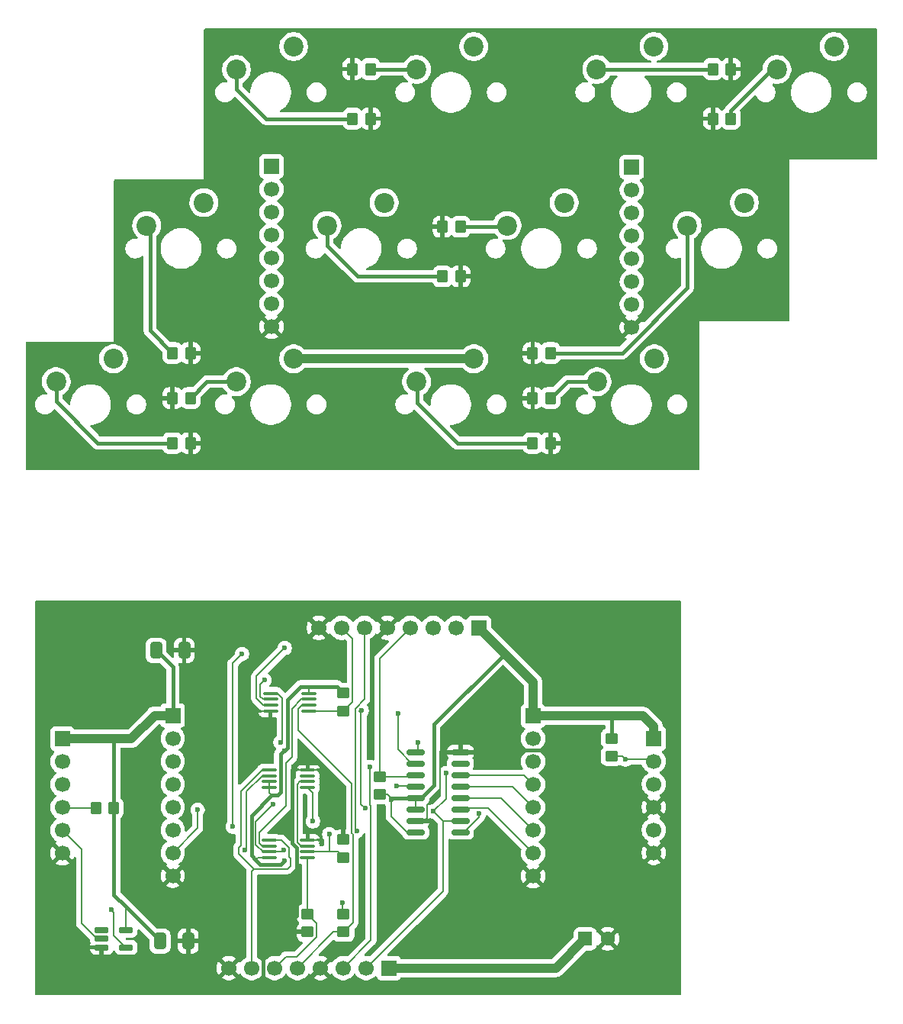
<source format=gbr>
%TF.GenerationSoftware,KiCad,Pcbnew,9.0.3+dfsg-1*%
%TF.CreationDate,2026-02-26T14:57:31+01:00*%
%TF.ProjectId,tastiera_isomorfa,74617374-6965-4726-915f-69736f6d6f72,rev?*%
%TF.SameCoordinates,Original*%
%TF.FileFunction,Copper,L1,Top*%
%TF.FilePolarity,Positive*%
%FSLAX46Y46*%
G04 Gerber Fmt 4.6, Leading zero omitted, Abs format (unit mm)*
G04 Created by KiCad (PCBNEW 9.0.3+dfsg-1) date 2026-02-26 14:57:31*
%MOMM*%
%LPD*%
G01*
G04 APERTURE LIST*
G04 Aperture macros list*
%AMRoundRect*
0 Rectangle with rounded corners*
0 $1 Rounding radius*
0 $2 $3 $4 $5 $6 $7 $8 $9 X,Y pos of 4 corners*
0 Add a 4 corners polygon primitive as box body*
4,1,4,$2,$3,$4,$5,$6,$7,$8,$9,$2,$3,0*
0 Add four circle primitives for the rounded corners*
1,1,$1+$1,$2,$3*
1,1,$1+$1,$4,$5*
1,1,$1+$1,$6,$7*
1,1,$1+$1,$8,$9*
0 Add four rect primitives between the rounded corners*
20,1,$1+$1,$2,$3,$4,$5,0*
20,1,$1+$1,$4,$5,$6,$7,0*
20,1,$1+$1,$6,$7,$8,$9,0*
20,1,$1+$1,$8,$9,$2,$3,0*%
G04 Aperture macros list end*
%TA.AperFunction,SMDPad,CuDef*%
%ADD10RoundRect,0.250000X0.450000X-0.350000X0.450000X0.350000X-0.450000X0.350000X-0.450000X-0.350000X0*%
%TD*%
%TA.AperFunction,SMDPad,CuDef*%
%ADD11RoundRect,0.250000X-0.350000X-0.450000X0.350000X-0.450000X0.350000X0.450000X-0.350000X0.450000X0*%
%TD*%
%TA.AperFunction,SMDPad,CuDef*%
%ADD12RoundRect,0.250000X0.350000X0.450000X-0.350000X0.450000X-0.350000X-0.450000X0.350000X-0.450000X0*%
%TD*%
%TA.AperFunction,ComponentPad*%
%ADD13R,1.700000X1.700000*%
%TD*%
%TA.AperFunction,ComponentPad*%
%ADD14C,1.700000*%
%TD*%
%TA.AperFunction,SMDPad,CuDef*%
%ADD15RoundRect,0.100000X0.712500X0.100000X-0.712500X0.100000X-0.712500X-0.100000X0.712500X-0.100000X0*%
%TD*%
%TA.AperFunction,SMDPad,CuDef*%
%ADD16RoundRect,0.250000X-0.412500X-0.650000X0.412500X-0.650000X0.412500X0.650000X-0.412500X0.650000X0*%
%TD*%
%TA.AperFunction,ComponentPad*%
%ADD17C,2.200000*%
%TD*%
%TA.AperFunction,SMDPad,CuDef*%
%ADD18RoundRect,0.250000X-0.450000X0.350000X-0.450000X-0.350000X0.450000X-0.350000X0.450000X0.350000X0*%
%TD*%
%TA.AperFunction,SMDPad,CuDef*%
%ADD19RoundRect,0.162500X-0.617500X-0.162500X0.617500X-0.162500X0.617500X0.162500X-0.617500X0.162500X0*%
%TD*%
%TA.AperFunction,SMDPad,CuDef*%
%ADD20RoundRect,0.100000X-0.712500X-0.100000X0.712500X-0.100000X0.712500X0.100000X-0.712500X0.100000X0*%
%TD*%
%TA.AperFunction,SMDPad,CuDef*%
%ADD21RoundRect,0.150000X0.825000X0.150000X-0.825000X0.150000X-0.825000X-0.150000X0.825000X-0.150000X0*%
%TD*%
%TA.AperFunction,ComponentPad*%
%ADD22RoundRect,0.250000X-0.550000X-0.550000X0.550000X-0.550000X0.550000X0.550000X-0.550000X0.550000X0*%
%TD*%
%TA.AperFunction,ComponentPad*%
%ADD23C,1.600000*%
%TD*%
%TA.AperFunction,ViaPad*%
%ADD24C,0.600000*%
%TD*%
%TA.AperFunction,Conductor*%
%ADD25C,0.200000*%
%TD*%
%TA.AperFunction,Conductor*%
%ADD26C,1.000000*%
%TD*%
%TA.AperFunction,Conductor*%
%ADD27C,0.400000*%
%TD*%
G04 APERTURE END LIST*
D10*
%TO.P,R106,1*%
%TO.N,/tile/R_latch*%
X144000000Y-138000000D03*
%TO.P,R106,2*%
%TO.N,GND*%
X144000000Y-136000000D03*
%TD*%
D11*
%TO.P,R124,1*%
%TO.N,Net-(R112-Pad1)*%
X155000000Y-73500000D03*
%TO.P,R124,2*%
%TO.N,GND_T*%
X157000000Y-73500000D03*
%TD*%
D12*
%TO.P,R130,1*%
%TO.N,Net-(R118-Pad1)*%
X167000000Y-82000000D03*
%TO.P,R130,2*%
%TO.N,GND_T*%
X165000000Y-82000000D03*
%TD*%
%TO.P,R132,1*%
%TO.N,Net-(R120-Pad1)*%
X167000000Y-87000000D03*
%TO.P,R132,2*%
%TO.N,GND_T*%
X165000000Y-87000000D03*
%TD*%
D11*
%TO.P,R133,1*%
%TO.N,Net-(R121-Pad1)*%
X165000000Y-92000000D03*
%TO.P,R133,2*%
%TO.N,GND_T*%
X167000000Y-92000000D03*
%TD*%
D13*
%TO.P,J101,1,Pin_1*%
%TO.N,VCC*%
X112790000Y-124800000D03*
D14*
%TO.P,J101,2,Pin_2*%
%TO.N,/tile/L_clk*%
X112790000Y-127340000D03*
%TO.P,J101,3,Pin_3*%
%TO.N,/tile/L_data*%
X112790000Y-129880000D03*
%TO.P,J101,4,Pin_4*%
%TO.N,/tile/L_endrow*%
X112790000Y-132420000D03*
%TO.P,J101,5,Pin_5*%
%TO.N,/tile/L_latch*%
X112790000Y-134960000D03*
%TO.P,J101,6,Pin_6*%
%TO.N,GND*%
X112790000Y-137500000D03*
%TD*%
D15*
%TO.P,U108,1,C*%
%TO.N,/tile/B_clk*%
X140000000Y-130225000D03*
%TO.P,U108,2,D*%
%TO.N,Net-(U108-D)*%
X140000000Y-129575000D03*
%TO.P,U108,3,~{Q}*%
%TO.N,unconnected-(U108-~{Q}-Pad3)*%
X140000000Y-128925000D03*
%TO.P,U108,4,GND*%
%TO.N,GND*%
X140000000Y-128275000D03*
%TO.P,U108,5,Q*%
%TO.N,/tile/B_W*%
X135775000Y-128275000D03*
%TO.P,U108,6,~{CLR}*%
%TO.N,/tile/counter/~{rst}*%
X135775000Y-128925000D03*
%TO.P,U108,7,~{PRE}*%
%TO.N,VCC*%
X135775000Y-129575000D03*
%TO.P,U108,8,VCC*%
X135775000Y-130225000D03*
%TD*%
D11*
%TO.P,R125,1*%
%TO.N,Net-(R113-Pad1)*%
X125000000Y-82000000D03*
%TO.P,R125,2*%
%TO.N,GND_T*%
X127000000Y-82000000D03*
%TD*%
D15*
%TO.P,U106,1*%
%TO.N,/tile/B_latch*%
X140000000Y-138000000D03*
%TO.P,U106,2*%
%TO.N,/tile/R_latch*%
X140000000Y-137350000D03*
%TO.P,U106,3*%
%TO.N,Net-(U108-D)*%
X140000000Y-136700000D03*
%TO.P,U106,4,GND*%
%TO.N,GND*%
X140000000Y-136050000D03*
%TO.P,U106,5*%
%TO.N,/tile/B_W*%
X135775000Y-136050000D03*
%TO.P,U106,6*%
%TO.N,Net-(U102-Pad7)*%
X135775000Y-136700000D03*
%TO.P,U106,7*%
%TO.N,/tile/L_latch*%
X135775000Y-137350000D03*
%TO.P,U106,8,VCC*%
%TO.N,VCC*%
X135775000Y-138000000D03*
%TD*%
D12*
%TO.P,R126,1*%
%TO.N,Net-(R114-Pad1)*%
X127000000Y-87000000D03*
%TO.P,R126,2*%
%TO.N,GND_T*%
X125000000Y-87000000D03*
%TD*%
D16*
%TO.P,C104,1*%
%TO.N,VCC*%
X123187500Y-115000000D03*
%TO.P,C104,2*%
%TO.N,GND*%
X126312500Y-115000000D03*
%TD*%
D17*
%TO.P,SW106,1,1*%
%TO.N,VCC_T*%
X118460000Y-82640000D03*
%TO.P,SW106,2,2*%
%TO.N,Net-(R115-Pad1)*%
X112110000Y-85180000D03*
%TD*%
D10*
%TO.P,R105,1*%
%TO.N,VCC*%
X148000000Y-131000000D03*
%TO.P,R105,2*%
%TO.N,/tile/T_endcol*%
X148000000Y-129000000D03*
%TD*%
D18*
%TO.P,R109,1*%
%TO.N,VCC*%
X173750000Y-124750000D03*
%TO.P,R109,2*%
%TO.N,/tile/B_clk*%
X173750000Y-126750000D03*
%TD*%
D17*
%TO.P,SW111,1,1*%
%TO.N,VCC_T*%
X178500000Y-82640000D03*
%TO.P,SW111,2,2*%
%TO.N,Net-(R120-Pad1)*%
X172150000Y-85180000D03*
%TD*%
%TO.P,SW110,1,1*%
%TO.N,VCC_T*%
X168500000Y-65320000D03*
%TO.P,SW110,2,2*%
%TO.N,Net-(R119-Pad1)*%
X162150000Y-67860000D03*
%TD*%
D11*
%TO.P,R127,1*%
%TO.N,Net-(R115-Pad1)*%
X125000000Y-92000000D03*
%TO.P,R127,2*%
%TO.N,GND_T*%
X127000000Y-92000000D03*
%TD*%
D18*
%TO.P,R107,1*%
%TO.N,/tile/B_latch*%
X140000000Y-144250000D03*
%TO.P,R107,2*%
%TO.N,GND*%
X140000000Y-146250000D03*
%TD*%
D17*
%TO.P,SW112,1,1*%
%TO.N,VCC_T*%
X158460000Y-82640000D03*
%TO.P,SW112,2,2*%
%TO.N,Net-(R121-Pad1)*%
X152110000Y-85180000D03*
%TD*%
D19*
%TO.P,U105,1*%
%TO.N,N/C*%
X117150000Y-146050000D03*
%TO.P,U105,2*%
%TO.N,/tile/L_latch*%
X117150000Y-147000000D03*
%TO.P,U105,3,GND*%
%TO.N,GND*%
X117150000Y-147950000D03*
%TO.P,U105,4*%
%TO.N,/tile/counter/~{rst}*%
X119850000Y-147950000D03*
%TO.P,U105,5,VCC*%
%TO.N,VCC*%
X119850000Y-146050000D03*
%TD*%
D20*
%TO.P,U102,1*%
%TO.N,/tile/B_data*%
X135887500Y-119775000D03*
%TO.P,U102,2*%
%TO.N,Net-(U109-Tc)*%
X135887500Y-120425000D03*
%TO.P,U102,3*%
%TO.N,Net-(U101-Pad1)*%
X135887500Y-121075000D03*
%TO.P,U102,4,GND*%
%TO.N,GND*%
X135887500Y-121725000D03*
%TO.P,U102,5*%
%TO.N,/tile/T_W*%
X140112500Y-121725000D03*
%TO.P,U102,6*%
%TO.N,/tile/B_first*%
X140112500Y-121075000D03*
%TO.P,U102,7*%
%TO.N,Net-(U102-Pad7)*%
X140112500Y-120425000D03*
%TO.P,U102,8,VCC*%
%TO.N,VCC*%
X140112500Y-119775000D03*
%TD*%
D17*
%TO.P,SW105,1,1*%
%TO.N,VCC_T*%
X138460000Y-82640000D03*
%TO.P,SW105,2,2*%
%TO.N,Net-(R114-Pad1)*%
X132110000Y-85180000D03*
%TD*%
D13*
%TO.P,J104,1,Pin_1*%
%TO.N,VCC*%
X178440000Y-124765000D03*
D14*
%TO.P,J104,2,Pin_2*%
%TO.N,/tile/B_clk*%
X178440000Y-127305000D03*
%TO.P,J104,3,Pin_3*%
%TO.N,/tile/B_data*%
X178440000Y-129845000D03*
%TO.P,J104,4,Pin_4*%
%TO.N,GND*%
X178440000Y-132385000D03*
%TO.P,J104,5,Pin_5*%
%TO.N,/tile/R_latch*%
X178440000Y-134925000D03*
%TO.P,J104,6,Pin_6*%
%TO.N,GND*%
X178440000Y-137465000D03*
%TD*%
D17*
%TO.P,SW104,1,1*%
%TO.N,VCC_T*%
X128500000Y-65320000D03*
%TO.P,SW104,2,2*%
%TO.N,Net-(R113-Pad1)*%
X122150000Y-67860000D03*
%TD*%
%TO.P,SW109,1,1*%
%TO.N,VCC_T*%
X188500000Y-65320000D03*
%TO.P,SW109,2,2*%
%TO.N,Net-(R118-Pad1)*%
X182150000Y-67860000D03*
%TD*%
D18*
%TO.P,R103,1*%
%TO.N,VCC*%
X144000000Y-144250000D03*
%TO.P,R103,2*%
%TO.N,/tile/B_first*%
X144000000Y-146250000D03*
%TD*%
D16*
%TO.P,C103,1*%
%TO.N,VCC*%
X123625000Y-147250000D03*
%TO.P,C103,2*%
%TO.N,GND*%
X126750000Y-147250000D03*
%TD*%
D13*
%TO.P,J106,1,Pin_1*%
%TO.N,VCC*%
X125040000Y-122220000D03*
D14*
%TO.P,J106,2,Pin_2*%
%TO.N,/tile/BTNs_L0*%
X125040000Y-124760000D03*
%TO.P,J106,3,Pin_3*%
%TO.N,/tile/BTNs_L1*%
X125040000Y-127300000D03*
%TO.P,J106,4,Pin_4*%
%TO.N,/tile/BTNs_L2*%
X125040000Y-129840000D03*
%TO.P,J106,5,Pin_5*%
%TO.N,/tile/BTNs_L3*%
X125040000Y-132380000D03*
%TO.P,J106,6,Pin_6*%
%TO.N,/tile/BTNs_L4*%
X125040000Y-134920000D03*
%TO.P,J106,7,Pin_7*%
%TO.N,/tile/BTNs_L5*%
X125040000Y-137460000D03*
%TO.P,J106,8,Pin_8*%
%TO.N,GND*%
X125040000Y-140000000D03*
%TD*%
D21*
%TO.P,U103,1,~{PL}*%
%TO.N,/tile/counter/~{rst}*%
X156975000Y-135195000D03*
%TO.P,U103,2,CP*%
%TO.N,/tile/B_clk*%
X156975000Y-133925000D03*
%TO.P,U103,3,D4*%
%TO.N,/tile/BTNs_L11*%
X156975000Y-132655000D03*
%TO.P,U103,4,D5*%
%TO.N,/tile/BTNs_L10*%
X156975000Y-131385000D03*
%TO.P,U103,5,D6*%
%TO.N,/tile/BTNs_L9*%
X156975000Y-130115000D03*
%TO.P,U103,6,D7*%
%TO.N,/tile/BTNs_L8*%
X156975000Y-128845000D03*
%TO.P,U103,7,~{Q7}*%
%TO.N,unconnected-(U103-~{Q7}-Pad7)*%
X156975000Y-127575000D03*
%TO.P,U103,8,GND*%
%TO.N,GND*%
X156975000Y-126305000D03*
%TO.P,U103,9,Q7*%
%TO.N,Net-(U103-Q7)*%
X152025000Y-126305000D03*
%TO.P,U103,10,DS*%
%TO.N,Net-(U103-DS)*%
X152025000Y-127575000D03*
%TO.P,U103,11,D0*%
%TO.N,/tile/T_endcol*%
X152025000Y-128845000D03*
%TO.P,U103,12,D1*%
%TO.N,/tile/L_endrow*%
X152025000Y-130115000D03*
%TO.P,U103,13,D2*%
%TO.N,VCC*%
X152025000Y-131385000D03*
%TO.P,U103,14,D3*%
X152025000Y-132655000D03*
%TO.P,U103,15,~{CE}*%
%TO.N,GND*%
X152025000Y-133925000D03*
%TO.P,U103,16,VCC*%
%TO.N,VCC*%
X152025000Y-135195000D03*
%TD*%
D13*
%TO.P,J105,1,Pin_1*%
%TO.N,VCC*%
X165040000Y-122260000D03*
D14*
%TO.P,J105,2,Pin_2*%
%TO.N,/tile/BTNs_L6*%
X165040000Y-124800000D03*
%TO.P,J105,3,Pin_3*%
%TO.N,/tile/BTNs_L7*%
X165040000Y-127340000D03*
%TO.P,J105,4,Pin_4*%
%TO.N,/tile/BTNs_L8*%
X165040000Y-129880000D03*
%TO.P,J105,5,Pin_5*%
%TO.N,/tile/BTNs_L9*%
X165040000Y-132420000D03*
%TO.P,J105,6,Pin_6*%
%TO.N,/tile/BTNs_L10*%
X165040000Y-134960000D03*
%TO.P,J105,7,Pin_7*%
%TO.N,/tile/BTNs_L11*%
X165040000Y-137500000D03*
%TO.P,J105,8,Pin_8*%
%TO.N,GND*%
X165040000Y-140040000D03*
%TD*%
D22*
%TO.P,C105,1*%
%TO.N,VCC*%
X170817600Y-147000000D03*
D23*
%TO.P,C105,2*%
%TO.N,GND*%
X173317600Y-147000000D03*
%TD*%
D12*
%TO.P,R102,1*%
%TO.N,VCC*%
X118500000Y-132500000D03*
%TO.P,R102,2*%
%TO.N,/tile/L_endrow*%
X116500000Y-132500000D03*
%TD*%
D18*
%TO.P,R104,1*%
%TO.N,VCC*%
X144000000Y-119750000D03*
%TO.P,R104,2*%
%TO.N,/tile/T_W*%
X144000000Y-121750000D03*
%TD*%
D12*
%TO.P,R131,1*%
%TO.N,Net-(R119-Pad1)*%
X157000000Y-68000000D03*
%TO.P,R131,2*%
%TO.N,GND_T*%
X155000000Y-68000000D03*
%TD*%
D13*
%TO.P,J102,1,Pin_1*%
%TO.N,VCC*%
X159040000Y-112500000D03*
D14*
%TO.P,J102,2,Pin_2*%
%TO.N,/tile/T_clk*%
X156500000Y-112500000D03*
%TO.P,J102,3,Pin_3*%
%TO.N,/tile/T_data*%
X153960000Y-112500000D03*
%TO.P,J102,4,Pin_4*%
%TO.N,/tile/T_endcol*%
X151420000Y-112500000D03*
%TO.P,J102,5,Pin_5*%
%TO.N,GND*%
X148880000Y-112500000D03*
%TO.P,J102,6,Pin_6*%
%TO.N,/tile/L_latch*%
X146340000Y-112500000D03*
%TO.P,J102,7,Pin_7*%
%TO.N,/tile/T_W*%
X143800000Y-112500000D03*
%TO.P,J102,8,Pin_8*%
%TO.N,GND*%
X141260000Y-112500000D03*
%TD*%
D17*
%TO.P,SW103,1,1*%
%TO.N,VCC_T*%
X148500000Y-65320000D03*
%TO.P,SW103,2,2*%
%TO.N,Net-(R112-Pad1)*%
X142150000Y-67860000D03*
%TD*%
D13*
%TO.P,J103,1,Pin_1*%
%TO.N,VCC*%
X149040000Y-150250000D03*
D14*
%TO.P,J103,2,Pin_2*%
%TO.N,/tile/B_clk*%
X146500000Y-150250000D03*
%TO.P,J103,3,Pin_3*%
%TO.N,/tile/B_data*%
X143960000Y-150250000D03*
%TO.P,J103,4,Pin_4*%
%TO.N,GND*%
X141420000Y-150250000D03*
%TO.P,J103,5,Pin_5*%
%TO.N,/tile/B_first*%
X138880000Y-150250000D03*
%TO.P,J103,6,Pin_6*%
%TO.N,/tile/B_latch*%
X136340000Y-150250000D03*
%TO.P,J103,7,Pin_7*%
%TO.N,/tile/B_W*%
X133800000Y-150250000D03*
%TO.P,J103,8,Pin_8*%
%TO.N,GND*%
X131260000Y-150250000D03*
%TD*%
D13*
%TO.P,J107,1,Pin_1*%
%TO.N,VCC_T*%
X176000000Y-61380000D03*
D14*
%TO.P,J107,2,Pin_2*%
%TO.N,/keyboard/BTNs6*%
X176000000Y-63920000D03*
%TO.P,J107,3,Pin_3*%
%TO.N,/keyboard/BTNs7*%
X176000000Y-66460000D03*
%TO.P,J107,4,Pin_4*%
%TO.N,/keyboard/BTNs8*%
X176000000Y-69000000D03*
%TO.P,J107,5,Pin_5*%
%TO.N,/keyboard/BTNs9*%
X176000000Y-71540000D03*
%TO.P,J107,6,Pin_6*%
%TO.N,/keyboard/BTNs10*%
X176000000Y-74080000D03*
%TO.P,J107,7,Pin_7*%
%TO.N,/keyboard/BTNs11*%
X176000000Y-76620000D03*
%TO.P,J107,8,Pin_8*%
%TO.N,GND_T*%
X176000000Y-79160000D03*
%TD*%
D13*
%TO.P,J108,1,Pin_1*%
%TO.N,VCC_T*%
X136000000Y-61300000D03*
D14*
%TO.P,J108,2,Pin_2*%
%TO.N,/keyboard/BTNs0*%
X136000000Y-63840000D03*
%TO.P,J108,3,Pin_3*%
%TO.N,/keyboard/BTNs1*%
X136000000Y-66380000D03*
%TO.P,J108,4,Pin_4*%
%TO.N,/keyboard/BTNs2*%
X136000000Y-68920000D03*
%TO.P,J108,5,Pin_5*%
%TO.N,/keyboard/BTNs3*%
X136000000Y-71460000D03*
%TO.P,J108,6,Pin_6*%
%TO.N,/keyboard/BTNs4*%
X136000000Y-74000000D03*
%TO.P,J108,7,Pin_7*%
%TO.N,/keyboard/BTNs5*%
X136000000Y-76540000D03*
%TO.P,J108,8,Pin_8*%
%TO.N,GND_T*%
X136000000Y-79080000D03*
%TD*%
D12*
%TO.P,R128,2*%
%TO.N,GND_T*%
X185000000Y-56000000D03*
%TO.P,R128,1*%
%TO.N,Net-(R116-Pad1)*%
X187000000Y-56000000D03*
%TD*%
D17*
%TO.P,SW107,2,2*%
%TO.N,Net-(R116-Pad1)*%
X192110000Y-50540000D03*
%TO.P,SW107,1,1*%
%TO.N,VCC_T*%
X198460000Y-48000000D03*
%TD*%
%TO.P,SW102,1,1*%
%TO.N,VCC_T*%
X138460000Y-48000000D03*
%TO.P,SW102,2,2*%
%TO.N,Net-(R111-Pad1)*%
X132110000Y-50540000D03*
%TD*%
D11*
%TO.P,R123,2*%
%TO.N,GND_T*%
X147000000Y-56000000D03*
%TO.P,R123,1*%
%TO.N,Net-(R111-Pad1)*%
X145000000Y-56000000D03*
%TD*%
D12*
%TO.P,R122,2*%
%TO.N,GND_T*%
X145000000Y-50500000D03*
%TO.P,R122,1*%
%TO.N,Net-(R110-Pad1)*%
X147000000Y-50500000D03*
%TD*%
D17*
%TO.P,SW108,2,2*%
%TO.N,Net-(R117-Pad1)*%
X172110000Y-50540000D03*
%TO.P,SW108,1,1*%
%TO.N,VCC_T*%
X178460000Y-48000000D03*
%TD*%
D11*
%TO.P,R129,2*%
%TO.N,GND_T*%
X187000000Y-50500000D03*
%TO.P,R129,1*%
%TO.N,Net-(R117-Pad1)*%
X185000000Y-50500000D03*
%TD*%
D17*
%TO.P,SW101,2,2*%
%TO.N,Net-(R110-Pad1)*%
X152110000Y-50540000D03*
%TO.P,SW101,1,1*%
%TO.N,VCC_T*%
X158460000Y-48000000D03*
%TD*%
D24*
%TO.N,GND*%
X134000000Y-123716100D03*
X137446104Y-134617700D03*
%TO.N,/tile/L_endrow*%
X149885000Y-130044400D03*
%TO.N,VCC*%
X137476800Y-138302800D03*
X149272500Y-131528900D03*
X143918700Y-142966700D03*
X137425500Y-126106900D03*
%TO.N,/tile/B_clk*%
X175288800Y-127107000D03*
X131707300Y-134558100D03*
X132733800Y-115400000D03*
X153971900Y-132860600D03*
X155384500Y-128611500D03*
X140609100Y-133965000D03*
%TO.N,/tile/R_latch*%
X142411000Y-135409300D03*
%TO.N,/tile/L_latch*%
X137358100Y-137155600D03*
X136184700Y-132060000D03*
X145492300Y-135026100D03*
%TO.N,/tile/counter/~{rst}*%
X133010500Y-137133460D03*
X159052100Y-133088800D03*
X118200300Y-143761300D03*
%TO.N,Net-(U103-DS)*%
X150044100Y-122031000D03*
%TO.N,Net-(U103-Q7)*%
X152224900Y-125211200D03*
%TO.N,Net-(U109-Tc)*%
X146400000Y-132522108D03*
X146010666Y-121658573D03*
X135217400Y-118276300D03*
%TO.N,/tile/BTNs_L5*%
X127796200Y-132695000D03*
%TO.N,/tile/B_data*%
X137002783Y-125185445D03*
X146933700Y-127947700D03*
%TO.N,Net-(U101-Pad1)*%
X137471900Y-114750000D03*
%TD*%
D25*
%TO.N,/tile/T_W*%
X144000000Y-121750000D02*
X145001000Y-120749000D01*
X145001000Y-120749000D02*
X145001000Y-113701000D01*
X145001000Y-113701000D02*
X143800000Y-112500000D01*
%TO.N,Net-(U109-Tc)*%
X145703100Y-121769000D02*
X145870652Y-121769000D01*
X146400000Y-132522108D02*
X145949000Y-132071108D01*
%TO.N,/tile/B_data*%
X146933700Y-132136569D02*
X147050000Y-132252869D01*
X147050000Y-147160000D02*
X143960000Y-150250000D01*
%TO.N,Net-(U109-Tc)*%
X146345368Y-132522108D02*
X146400000Y-132522108D01*
X145904710Y-121658573D02*
X146010666Y-121658573D01*
X145897572Y-121651435D02*
X145904710Y-121658573D01*
X145753087Y-121651435D02*
X145897572Y-121651435D01*
X145703100Y-121769000D02*
X145870652Y-121769000D01*
%TO.N,/tile/B_data*%
X147050000Y-132252869D02*
X147050000Y-147160000D01*
%TO.N,Net-(U109-Tc)*%
X145897572Y-121651435D02*
X145904710Y-121658573D01*
X145904710Y-121658573D02*
X146010666Y-121658573D01*
X146314534Y-132491274D02*
X146345368Y-132522108D01*
X145949000Y-132071108D02*
X145949000Y-121720239D01*
X146314534Y-132491274D02*
X146345368Y-132522108D01*
X145870652Y-121769000D02*
X145753087Y-121651435D01*
X145870652Y-121769000D02*
X145753087Y-121651435D01*
%TO.N,/tile/L_latch*%
X145302100Y-134835900D02*
X145302100Y-121447900D01*
%TO.N,Net-(U109-Tc)*%
X145753087Y-121651435D02*
X145897572Y-121651435D01*
%TO.N,/tile/B_data*%
X146933700Y-127947700D02*
X146933700Y-132136569D01*
%TO.N,Net-(U109-Tc)*%
X145949000Y-121720239D02*
X146010666Y-121658573D01*
X146345368Y-132522108D02*
X146400000Y-132522108D01*
%TO.N,/tile/L_latch*%
X145492300Y-135026100D02*
X145302100Y-134835900D01*
X145302100Y-121447900D02*
X146340000Y-120410000D01*
X146340000Y-120410000D02*
X146340000Y-112500000D01*
%TO.N,/tile/T_endcol*%
X148000000Y-129000000D02*
X148000000Y-115920000D01*
X148000000Y-115920000D02*
X151420000Y-112500000D01*
D26*
%TO.N,VCC*%
X165040000Y-118500000D02*
X161895000Y-115355000D01*
D27*
X154040000Y-129960000D02*
X154040000Y-123210000D01*
X154040000Y-123210000D02*
X161895000Y-115355000D01*
X125040000Y-122220000D02*
X125040000Y-116852500D01*
X125040000Y-116852500D02*
X123187500Y-115000000D01*
D26*
X165040000Y-122260000D02*
X165040000Y-118500000D01*
X161895000Y-115355000D02*
X159040000Y-112500000D01*
D27*
%TO.N,GND*%
X138786500Y-136928808D02*
X138786500Y-142000000D01*
X138786500Y-142000000D02*
X138786500Y-144463500D01*
X138786500Y-144463500D02*
X137000000Y-146250000D01*
X140000000Y-146250000D02*
X137000000Y-146250000D01*
X137000000Y-146250000D02*
X135089000Y-148161000D01*
X135089000Y-148161000D02*
X135089000Y-152339000D01*
X135089000Y-152339000D02*
X135250000Y-152500000D01*
X135250000Y-152500000D02*
X139170000Y-152500000D01*
X139170000Y-152500000D02*
X141420000Y-150250000D01*
%TO.N,VCC*%
X118500000Y-142125000D02*
X119812500Y-143437500D01*
D25*
X119850000Y-146050000D02*
X119850000Y-143475000D01*
X119850000Y-143475000D02*
X119812500Y-143437500D01*
D27*
X118500000Y-132500000D02*
X118500000Y-142125000D01*
X119812500Y-143437500D02*
X123625000Y-147250000D01*
D26*
X170818000Y-147000000D02*
X167568000Y-150250000D01*
X167568000Y-150250000D02*
X149040000Y-150250000D01*
D25*
%TO.N,/tile/B_clk*%
X146500000Y-150250000D02*
X155036300Y-141713700D01*
X155036300Y-141713700D02*
X155036300Y-133925000D01*
X153971900Y-132860600D02*
X155036300Y-133925000D01*
X155036300Y-133925000D02*
X156975000Y-133925000D01*
%TO.N,Net-(U109-Tc)*%
X146451300Y-132402800D02*
X146362826Y-132491274D01*
X146362826Y-132491274D02*
X146314534Y-132491274D01*
X146362826Y-132491274D02*
X146314534Y-132491274D01*
X146451300Y-132402800D02*
X146362826Y-132491274D01*
%TO.N,/tile/B_first*%
X138880000Y-150250000D02*
X142880000Y-146250000D01*
X142880000Y-146250000D02*
X144000000Y-146250000D01*
%TO.N,/tile/B_latch*%
X140000000Y-144250000D02*
X141001000Y-145251000D01*
X137590000Y-149000000D02*
X136340000Y-150250000D01*
X141001000Y-145251000D02*
X141001000Y-146835160D01*
X141001000Y-146835160D02*
X138836160Y-149000000D01*
X138836160Y-149000000D02*
X137590000Y-149000000D01*
%TO.N,/tile/B_W*%
X133800000Y-150250000D02*
X133800000Y-139492894D01*
X133800000Y-139492894D02*
X134042894Y-139250000D01*
D27*
%TO.N,Net-(R116-Pad1)*%
X187000000Y-56000000D02*
X187000000Y-55080108D01*
X191540108Y-50540000D02*
X192110000Y-50540000D01*
X187000000Y-55080108D02*
X191540108Y-50540000D01*
%TO.N,Net-(R117-Pad1)*%
X185000000Y-50500000D02*
X172150000Y-50500000D01*
X172150000Y-50500000D02*
X172110000Y-50540000D01*
%TO.N,Net-(R111-Pad1)*%
X145000000Y-56000000D02*
X135373763Y-56000000D01*
X135373763Y-56000000D02*
X132110000Y-52736237D01*
X132110000Y-52736237D02*
X132110000Y-50540000D01*
%TO.N,Net-(R110-Pad1)*%
X147000000Y-50500000D02*
X152070000Y-50500000D01*
X152070000Y-50500000D02*
X152110000Y-50540000D01*
%TO.N,Net-(R114-Pad1)*%
X127000000Y-87000000D02*
X128820000Y-85180000D01*
X128820000Y-85180000D02*
X132110000Y-85180000D01*
%TO.N,GND*%
X140000000Y-127500000D02*
X139000000Y-127500000D01*
D25*
X135887500Y-121725000D02*
X133775000Y-121725000D01*
X153301000Y-133623999D02*
X153301000Y-132199000D01*
X156975000Y-125275000D02*
X157000000Y-125250000D01*
X140000000Y-128275000D02*
X141475000Y-128275000D01*
D27*
X138250000Y-128250000D02*
X138250000Y-134500000D01*
D25*
X140000000Y-136050000D02*
X141450000Y-136050000D01*
D27*
X144000000Y-133250000D02*
X144000000Y-130250000D01*
X140000000Y-146250000D02*
X140051000Y-146301000D01*
D25*
X138132300Y-134617700D02*
X138250000Y-134500000D01*
X140000000Y-136018400D02*
X140000000Y-136050000D01*
D27*
X168750000Y-128000000D02*
X168750000Y-137465000D01*
X141750000Y-128000000D02*
X141250000Y-127500000D01*
D25*
X154750000Y-126250000D02*
X155750000Y-125250000D01*
X156975000Y-126305000D02*
X156567800Y-126305000D01*
X154750000Y-130750000D02*
X154750000Y-126250000D01*
D27*
X158250000Y-125250000D02*
X159089000Y-126089000D01*
D25*
X133775000Y-121725000D02*
X133750000Y-121750000D01*
D27*
X139000000Y-127500000D02*
X138250000Y-128250000D01*
X144000000Y-136000000D02*
X144000000Y-133250000D01*
X134000000Y-123716100D02*
X133750000Y-123466100D01*
D25*
X137446104Y-134617700D02*
X138132300Y-134617700D01*
D26*
%TO.N,/tile/B_latch*%
X136260000Y-150250000D02*
X136250000Y-150250000D01*
D27*
%TO.N,GND*%
X144000000Y-130250000D02*
X141750000Y-128000000D01*
D25*
X138275000Y-128275000D02*
X138250000Y-128250000D01*
X156975000Y-126305000D02*
X156975000Y-125275000D01*
D27*
X138250000Y-134500000D02*
X138250000Y-136392308D01*
D25*
X155750000Y-125250000D02*
X157000000Y-125250000D01*
X142800000Y-133250000D02*
X144000000Y-133250000D01*
X140000000Y-128275000D02*
X140000000Y-127500000D01*
X140000000Y-128275000D02*
X138275000Y-128275000D01*
D27*
X133750000Y-123466100D02*
X133750000Y-121750000D01*
X138250000Y-136392308D02*
X138786500Y-136928808D01*
X159089000Y-126089000D02*
X166839000Y-126089000D01*
D25*
X153301000Y-132199000D02*
X154750000Y-130750000D01*
X141500000Y-136000000D02*
X141450000Y-136050000D01*
X152025000Y-133925000D02*
X152999999Y-133925000D01*
D27*
X166839000Y-126089000D02*
X168750000Y-128000000D01*
D25*
X141475000Y-128275000D02*
X141750000Y-128000000D01*
D27*
X141250000Y-127500000D02*
X140000000Y-127500000D01*
D25*
X152999999Y-133925000D02*
X153301000Y-133623999D01*
D27*
X157000000Y-125250000D02*
X158250000Y-125250000D01*
%TO.N,Net-(R115-Pad1)*%
X116734000Y-92000000D02*
X112110000Y-87376200D01*
X112110000Y-87376200D02*
X112110000Y-85180000D01*
X125000000Y-92000000D02*
X116734000Y-92000000D01*
%TO.N,Net-(R113-Pad1)*%
X122500000Y-79500000D02*
X122500000Y-68210000D01*
X122500000Y-68210000D02*
X122150000Y-67860000D01*
X125000000Y-82000000D02*
X122500000Y-79500000D01*
%TO.N,Net-(R112-Pad1)*%
X142150000Y-70056200D02*
X142150000Y-67860000D01*
X155000000Y-73500000D02*
X145594000Y-73500000D01*
X145594000Y-73500000D02*
X142150000Y-70056200D01*
%TO.N,Net-(R121-Pad1)*%
X156641000Y-92000000D02*
X152141000Y-87500000D01*
X152141000Y-85211000D02*
X152110000Y-85180000D01*
X165000000Y-92000000D02*
X156641000Y-92000000D01*
X152141000Y-87500000D02*
X152141000Y-85211000D01*
%TO.N,Net-(R118-Pad1)*%
X182181000Y-67891000D02*
X182150000Y-67860000D01*
X182181000Y-74748200D02*
X182181000Y-67891000D01*
X167000000Y-82000000D02*
X174929000Y-82000000D01*
X174929000Y-82000000D02*
X182181000Y-74748200D01*
%TO.N,Net-(R119-Pad1)*%
X157000000Y-68000000D02*
X162010000Y-68000000D01*
X162010000Y-68000000D02*
X162150000Y-67860000D01*
%TO.N,Net-(R120-Pad1)*%
X168820000Y-85180000D02*
X172150000Y-85180000D01*
X167000000Y-87000000D02*
X168820000Y-85180000D01*
D25*
%TO.N,/tile/L_endrow*%
X112870000Y-132500000D02*
X112790000Y-132420000D01*
X151954400Y-130044400D02*
X149885000Y-130044400D01*
X152025000Y-130115000D02*
X151954400Y-130044400D01*
X116500000Y-132500000D02*
X112870000Y-132500000D01*
D27*
%TO.N,VCC*%
X133760500Y-133316500D02*
X133760500Y-137760500D01*
D25*
X143918700Y-144168700D02*
X143918700Y-142966700D01*
D26*
X120450000Y-124800000D02*
X123030000Y-122220000D01*
D27*
X173750000Y-124750000D02*
X173750000Y-122260000D01*
D25*
X144000000Y-144250000D02*
X143918700Y-144168700D01*
X135775000Y-130775000D02*
X136038500Y-131038500D01*
D27*
X137000000Y-130750000D02*
X136711500Y-131038500D01*
X118500000Y-132500000D02*
X118500000Y-125050000D01*
X134250000Y-138250000D02*
X134750000Y-138750000D01*
D26*
X173750000Y-122260000D02*
X165040000Y-122260000D01*
D25*
X152025000Y-132655000D02*
X152025000Y-131385000D01*
X140112500Y-119137500D02*
X140250000Y-119000000D01*
D27*
X137393100Y-126106900D02*
X137000000Y-126500000D01*
D26*
X118750000Y-124800000D02*
X120450000Y-124800000D01*
D25*
X135775000Y-138000000D02*
X134500000Y-138000000D01*
D27*
X140250000Y-119000000D02*
X143250000Y-119000000D01*
D25*
X148887500Y-131000000D02*
X149272500Y-131385000D01*
D26*
X177250000Y-122250000D02*
X177240000Y-122260000D01*
X178440000Y-123440000D02*
X177250000Y-122250000D01*
X123030000Y-122220000D02*
X125040000Y-122220000D01*
X178440000Y-124765000D02*
X178440000Y-123440000D01*
D25*
X140112500Y-119775000D02*
X140137500Y-119750000D01*
D27*
X136711500Y-131038500D02*
X136038500Y-131038500D01*
X143250000Y-119000000D02*
X144000000Y-119750000D01*
D25*
X148000000Y-131000000D02*
X148887500Y-131000000D01*
X149272500Y-133417499D02*
X149272500Y-131528900D01*
D27*
X149416400Y-131385000D02*
X149272500Y-131528900D01*
D25*
X151050001Y-135195000D02*
X149272500Y-133417499D01*
D27*
X137750000Y-120500000D02*
X139250000Y-119000000D01*
X137029600Y-138750000D02*
X137476800Y-138302800D01*
X134750000Y-138750000D02*
X137029600Y-138750000D01*
D25*
X152381000Y-132655000D02*
X152025000Y-132655000D01*
X135775000Y-130225000D02*
X135775000Y-130775000D01*
D27*
X137425500Y-126106900D02*
X137393100Y-126106900D01*
X133760500Y-137760500D02*
X134250000Y-138250000D01*
X152615000Y-131385000D02*
X152025000Y-131385000D01*
X152025000Y-131385000D02*
X149416400Y-131385000D01*
D25*
X149272500Y-131385000D02*
X149272500Y-131528900D01*
D27*
X154040000Y-129960000D02*
X152615000Y-131385000D01*
D25*
X135775000Y-129575000D02*
X135775000Y-130225000D01*
D27*
X118500000Y-125050000D02*
X118750000Y-124800000D01*
D25*
X134500000Y-138000000D02*
X134250000Y-138250000D01*
D27*
X136038500Y-131038500D02*
X133760500Y-133316500D01*
D26*
X177240000Y-122260000D02*
X173750000Y-122260000D01*
D25*
X152025000Y-135195000D02*
X151050001Y-135195000D01*
D27*
X139250000Y-119000000D02*
X140250000Y-119000000D01*
X137000000Y-126500000D02*
X137000000Y-130750000D01*
X137750000Y-125782400D02*
X137750000Y-120500000D01*
X137425500Y-126106900D02*
X137750000Y-125782400D01*
D26*
X112790000Y-124800000D02*
X118750000Y-124800000D01*
D25*
X140112500Y-119775000D02*
X140112500Y-119137500D01*
%TO.N,/tile/B_first*%
X144890600Y-135275200D02*
X144890600Y-129753600D01*
X139366700Y-121075000D02*
X140112500Y-121075000D01*
X138970000Y-121471700D02*
X139366700Y-121075000D01*
X144890600Y-129753600D02*
X138970000Y-123833000D01*
X145030100Y-135414700D02*
X144890600Y-135275200D01*
X143880000Y-146370000D02*
X144000000Y-146250000D01*
X145030100Y-145219900D02*
X145030100Y-135414700D01*
X144000000Y-146250000D02*
X145030100Y-145219900D01*
X138970000Y-123833000D02*
X138970000Y-121471700D01*
%TO.N,/tile/T_W*%
X143975000Y-121725000D02*
X144000000Y-121750000D01*
X140112500Y-121725000D02*
X143975000Y-121725000D01*
%TO.N,/tile/B_clk*%
X178242000Y-127107000D02*
X178440000Y-127305000D01*
X155384500Y-128611500D02*
X155384500Y-131448000D01*
X131707300Y-116426500D02*
X132733800Y-115400000D01*
X140609100Y-130834100D02*
X140609100Y-133965000D01*
X140609100Y-134052400D02*
X140609100Y-133965000D01*
X155384500Y-131448000D02*
X153971900Y-132860600D01*
X174931800Y-126750000D02*
X175288800Y-127107000D01*
X175288800Y-127107000D02*
X178242000Y-127107000D01*
X140609100Y-133965000D02*
X140609100Y-134052400D01*
X173750000Y-126750000D02*
X174931800Y-126750000D01*
X131707300Y-134558100D02*
X131707300Y-116426500D01*
X140000000Y-130225000D02*
X140609100Y-130834100D01*
%TO.N,/tile/B_latch*%
X140000000Y-144250000D02*
X140000000Y-138000000D01*
%TO.N,/tile/R_latch*%
X140000000Y-137350000D02*
X142411000Y-137350000D01*
X143350000Y-137350000D02*
X144000000Y-138000000D01*
X142411000Y-137350000D02*
X143350000Y-137350000D01*
X142411000Y-135409300D02*
X142411000Y-137350000D01*
%TO.N,/tile/T_endcol*%
X152025000Y-128845000D02*
X151870000Y-129000000D01*
X151870000Y-129000000D02*
X148000000Y-129000000D01*
%TO.N,/tile/L_latch*%
X114889800Y-137059800D02*
X114889800Y-145269200D01*
X116620600Y-147000000D02*
X117150000Y-147000000D01*
X136184700Y-132060000D02*
X134261500Y-133983200D01*
X137163700Y-137350000D02*
X135775000Y-137350000D01*
X134261500Y-136568871D02*
X135042629Y-137350000D01*
X112790000Y-134960000D02*
X114889800Y-137059800D01*
X134261500Y-133983200D02*
X134261500Y-136568871D01*
X137358100Y-137155600D02*
X137163700Y-137350000D01*
X114889800Y-145269200D02*
X116620600Y-147000000D01*
X135042629Y-137350000D02*
X135775000Y-137350000D01*
%TO.N,/tile/counter/~{rst}*%
X156975000Y-135195000D02*
X157381400Y-135195000D01*
X159052100Y-133524300D02*
X159052100Y-133088800D01*
X118500000Y-146600000D02*
X118500000Y-144061000D01*
X135775000Y-128925000D02*
X134951900Y-128925000D01*
X119850000Y-147950000D02*
X118500000Y-146600000D01*
X133225200Y-136918760D02*
X133010500Y-137133460D01*
X118500000Y-144061000D02*
X118200300Y-143761300D01*
X134951900Y-128925000D02*
X133225200Y-130651700D01*
X157381400Y-135195000D02*
X159052100Y-133524300D01*
X133225200Y-130651700D02*
X133225200Y-136918760D01*
%TO.N,Net-(U103-DS)*%
X150044100Y-122031000D02*
X150044100Y-126004000D01*
X151615100Y-127575000D02*
X152025000Y-127575000D01*
X150044100Y-126004000D02*
X151615100Y-127575000D01*
%TO.N,/tile/BTNs_L11*%
X165040000Y-137500000D02*
X160027100Y-132487100D01*
X157142900Y-132487100D02*
X156975000Y-132655000D01*
X160027100Y-132487100D02*
X157142900Y-132487100D01*
%TO.N,/tile/BTNs_L10*%
X161465000Y-131385000D02*
X165040000Y-134960000D01*
X156975000Y-131385000D02*
X161465000Y-131385000D01*
%TO.N,Net-(U103-Q7)*%
X152224900Y-125211200D02*
X152224900Y-126105100D01*
X152224900Y-126105100D02*
X152025000Y-126305000D01*
%TO.N,/tile/BTNs_L9*%
X162735000Y-130115000D02*
X165040000Y-132420000D01*
X156975000Y-130115000D02*
X162735000Y-130115000D01*
%TO.N,/tile/BTNs_L8*%
X164005000Y-128845000D02*
X165040000Y-129880000D01*
X156975000Y-128845000D02*
X164005000Y-128845000D01*
%TO.N,Net-(U109-Tc)*%
X134740500Y-118753200D02*
X135217400Y-118276300D01*
X134740500Y-120105000D02*
X134740500Y-118753200D01*
X135887500Y-120425000D02*
X135060500Y-120425000D01*
X134949100Y-118544600D02*
X135217400Y-118276300D01*
X135060500Y-120425000D02*
X134740500Y-120105000D01*
X135217400Y-118276300D02*
X134949100Y-118544600D01*
%TO.N,/tile/BTNs_L5*%
X127796200Y-134703800D02*
X127796200Y-132695000D01*
X125040000Y-137460000D02*
X127796200Y-134703800D01*
%TO.N,/tile/B_data*%
X135887500Y-119775000D02*
X136699999Y-119775000D01*
X137208900Y-120283901D02*
X137208900Y-124979328D01*
X137208900Y-124979328D02*
X137002783Y-125185445D01*
X136699999Y-119775000D02*
X137208900Y-120283901D01*
%TO.N,Net-(U101-Pad1)*%
X134338800Y-120332800D02*
X135081000Y-121075000D01*
X137471900Y-114750000D02*
X134338800Y-117883100D01*
X134338800Y-117883100D02*
X134338800Y-120332800D01*
X135081000Y-121075000D02*
X135887500Y-121075000D01*
%TO.N,Net-(U102-Pad7)*%
X137617300Y-132237200D02*
X134661500Y-135193000D01*
X138250000Y-126842200D02*
X137617300Y-127474900D01*
X137617300Y-127474900D02*
X137617300Y-132237200D01*
X140112500Y-120425000D02*
X139300001Y-120425000D01*
X134661500Y-135193000D02*
X134661500Y-136398999D01*
X139300001Y-120425000D02*
X138250000Y-121475001D01*
X134962501Y-136700000D02*
X135775000Y-136700000D01*
X134661500Y-136398999D02*
X134962501Y-136700000D01*
X138250000Y-121475001D02*
X138250000Y-126842200D01*
%TO.N,/tile/B_W*%
X132591000Y-130646501D02*
X134962501Y-128275000D01*
X132591000Y-136633721D02*
X132591000Y-130646501D01*
X138078500Y-138915600D02*
X137744100Y-139250000D01*
X134962501Y-128275000D02*
X135775000Y-128275000D01*
X134042894Y-139250000D02*
X132360500Y-137567606D01*
X132360500Y-137567606D02*
X132360500Y-136864221D01*
X137959800Y-137934900D02*
X137959800Y-136906400D01*
X137103400Y-136050000D02*
X135775000Y-136050000D01*
X137744100Y-139250000D02*
X134042894Y-139250000D01*
X138078500Y-138915600D02*
X138078500Y-138053600D01*
X138078500Y-138053600D02*
X137959800Y-137934900D01*
X132360500Y-136864221D02*
X132591000Y-136633721D01*
X137959800Y-136906400D02*
X137103400Y-136050000D01*
%TO.N,Net-(U108-D)*%
X138851900Y-136287102D02*
X138851900Y-129888300D01*
X139264799Y-136700000D02*
X138851900Y-136287102D01*
X139165200Y-129575000D02*
X140000000Y-129575000D01*
X138851900Y-129888300D02*
X139165200Y-129575000D01*
X140000000Y-136700000D02*
X139264799Y-136700000D01*
D27*
%TO.N,GND_T*%
X136000000Y-79080000D02*
X133080000Y-82000000D01*
X165000000Y-87000000D02*
X165000000Y-90000000D01*
X155000000Y-68000000D02*
X155000000Y-68500000D01*
X133500000Y-76580000D02*
X136000000Y-79080000D01*
X133080000Y-82000000D02*
X127000000Y-82000000D01*
X165000000Y-82000000D02*
X165000000Y-87000000D01*
X127000000Y-90000000D02*
X127000000Y-92000000D01*
X165000000Y-82000000D02*
X165000000Y-81500000D01*
D26*
%TO.N,VCC_T*%
X138460000Y-82640000D02*
X158460000Y-82640000D01*
%TD*%
%TA.AperFunction,Conductor*%
%TO.N,GND_T*%
G36*
X203193039Y-46019685D02*
G01*
X203238794Y-46072489D01*
X203250000Y-46124000D01*
X203250000Y-60376000D01*
X203230315Y-60443039D01*
X203177511Y-60488794D01*
X203126000Y-60500000D01*
X193500000Y-60500000D01*
X193500000Y-78376000D01*
X193480315Y-78443039D01*
X193427511Y-78488794D01*
X193376000Y-78500000D01*
X183500000Y-78500000D01*
X183500000Y-94876000D01*
X183480315Y-94943039D01*
X183427511Y-94988794D01*
X183376000Y-95000000D01*
X108874000Y-95000000D01*
X108806961Y-94980315D01*
X108761206Y-94927511D01*
X108750000Y-94876000D01*
X108750000Y-87633389D01*
X109739500Y-87633389D01*
X109739500Y-87806611D01*
X109766598Y-87977701D01*
X109817499Y-88134358D01*
X109820128Y-88142447D01*
X109863043Y-88226674D01*
X109898768Y-88296788D01*
X110000586Y-88436928D01*
X110123072Y-88559414D01*
X110263212Y-88661232D01*
X110417555Y-88739873D01*
X110582299Y-88793402D01*
X110753389Y-88820500D01*
X110753390Y-88820500D01*
X110926610Y-88820500D01*
X110926611Y-88820500D01*
X111097701Y-88793402D01*
X111262445Y-88739873D01*
X111416788Y-88661232D01*
X111556928Y-88559414D01*
X111679414Y-88436928D01*
X111781232Y-88296788D01*
X111791074Y-88277469D01*
X111839045Y-88226674D01*
X111906865Y-88209876D01*
X111973001Y-88232410D01*
X111989239Y-88246079D01*
X115006472Y-91263181D01*
X116241404Y-92498060D01*
X116287458Y-92544114D01*
X116287464Y-92544118D01*
X116287469Y-92544123D01*
X116344210Y-92582035D01*
X116375283Y-92602797D01*
X116400621Y-92619727D01*
X116402011Y-92620688D01*
X116402199Y-92620780D01*
X116402202Y-92620782D01*
X116402208Y-92620784D01*
X116403623Y-92621477D01*
X116406218Y-92622445D01*
X116462513Y-92645762D01*
X116529672Y-92673580D01*
X116529674Y-92673580D01*
X116529681Y-92673583D01*
X116534024Y-92674447D01*
X116534031Y-92674448D01*
X116584506Y-92684487D01*
X116665007Y-92700500D01*
X116665016Y-92700500D01*
X116665021Y-92700501D01*
X116711017Y-92700500D01*
X123854092Y-92700500D01*
X123921131Y-92720185D01*
X123959636Y-92764271D01*
X123961395Y-92763187D01*
X123965185Y-92769332D01*
X123965186Y-92769334D01*
X124057288Y-92918656D01*
X124181344Y-93042712D01*
X124330666Y-93134814D01*
X124497203Y-93189999D01*
X124599991Y-93200500D01*
X125400008Y-93200499D01*
X125400016Y-93200498D01*
X125400019Y-93200498D01*
X125456302Y-93194748D01*
X125502797Y-93189999D01*
X125669334Y-93134814D01*
X125818656Y-93042712D01*
X125912675Y-92948692D01*
X125973994Y-92915210D01*
X126043686Y-92920194D01*
X126088034Y-92948695D01*
X126181654Y-93042315D01*
X126330875Y-93134356D01*
X126330880Y-93134358D01*
X126497302Y-93189505D01*
X126497309Y-93189506D01*
X126600019Y-93199999D01*
X126749999Y-93199999D01*
X127250000Y-93199999D01*
X127399972Y-93199999D01*
X127399986Y-93199998D01*
X127502697Y-93189505D01*
X127669119Y-93134358D01*
X127669124Y-93134356D01*
X127818345Y-93042315D01*
X127942315Y-92918345D01*
X128034356Y-92769124D01*
X128034358Y-92769119D01*
X128089505Y-92602697D01*
X128089506Y-92602690D01*
X128099999Y-92499986D01*
X128100000Y-92499973D01*
X128100000Y-92250000D01*
X127250000Y-92250000D01*
X127250000Y-93199999D01*
X126749999Y-93199999D01*
X126750000Y-93199998D01*
X126750000Y-91750000D01*
X127250000Y-91750000D01*
X128099999Y-91750000D01*
X128099999Y-91500028D01*
X128099998Y-91500013D01*
X128089505Y-91397302D01*
X128034358Y-91230880D01*
X128034356Y-91230875D01*
X127942315Y-91081654D01*
X127818345Y-90957684D01*
X127669124Y-90865643D01*
X127669119Y-90865641D01*
X127502697Y-90810494D01*
X127502690Y-90810493D01*
X127399986Y-90800000D01*
X127250000Y-90800000D01*
X127250000Y-91750000D01*
X126750000Y-91750000D01*
X126750000Y-90800000D01*
X126600027Y-90800000D01*
X126600012Y-90800001D01*
X126497302Y-90810494D01*
X126330880Y-90865641D01*
X126330875Y-90865643D01*
X126181657Y-90957682D01*
X126088034Y-91051305D01*
X126026710Y-91084789D01*
X125957019Y-91079805D01*
X125912672Y-91051304D01*
X125818657Y-90957289D01*
X125818656Y-90957288D01*
X125669334Y-90865186D01*
X125502797Y-90810001D01*
X125502795Y-90810000D01*
X125400010Y-90799500D01*
X124599998Y-90799500D01*
X124599980Y-90799501D01*
X124497203Y-90810000D01*
X124497200Y-90810001D01*
X124330668Y-90865185D01*
X124330663Y-90865187D01*
X124181342Y-90957289D01*
X124057289Y-91081342D01*
X123961395Y-91236813D01*
X123959600Y-91235706D01*
X123920313Y-91280337D01*
X123854092Y-91299500D01*
X117075508Y-91299500D01*
X117008469Y-91279815D01*
X116987829Y-91263183D01*
X116809427Y-91084789D01*
X115906783Y-90182183D01*
X115873296Y-90120861D01*
X115878279Y-90051169D01*
X115920149Y-89995234D01*
X115985613Y-89970816D01*
X115994462Y-89970500D01*
X116067499Y-89970500D01*
X116067506Y-89970500D01*
X116359993Y-89931993D01*
X116644952Y-89855639D01*
X116917507Y-89742743D01*
X117172994Y-89595238D01*
X117407042Y-89415646D01*
X117615646Y-89207042D01*
X117795238Y-88972994D01*
X117942743Y-88717507D01*
X118055639Y-88444952D01*
X118131993Y-88159993D01*
X118170500Y-87867506D01*
X118170500Y-87633389D01*
X119899500Y-87633389D01*
X119899500Y-87806611D01*
X119926598Y-87977701D01*
X119977499Y-88134358D01*
X119980128Y-88142447D01*
X120023043Y-88226674D01*
X120058768Y-88296788D01*
X120160586Y-88436928D01*
X120283072Y-88559414D01*
X120423212Y-88661232D01*
X120577555Y-88739873D01*
X120742299Y-88793402D01*
X120913389Y-88820500D01*
X120913390Y-88820500D01*
X121086610Y-88820500D01*
X121086611Y-88820500D01*
X121257701Y-88793402D01*
X121422445Y-88739873D01*
X121576788Y-88661232D01*
X121716928Y-88559414D01*
X121839414Y-88436928D01*
X121941232Y-88296788D01*
X122019873Y-88142445D01*
X122073402Y-87977701D01*
X122100500Y-87806611D01*
X122100500Y-87633389D01*
X122079371Y-87499986D01*
X123900001Y-87499986D01*
X123910494Y-87602697D01*
X123965641Y-87769119D01*
X123965643Y-87769124D01*
X124057684Y-87918345D01*
X124181654Y-88042315D01*
X124330875Y-88134356D01*
X124330880Y-88134358D01*
X124497302Y-88189505D01*
X124497309Y-88189506D01*
X124600019Y-88199999D01*
X124749999Y-88199999D01*
X124750000Y-88199998D01*
X124750000Y-87250000D01*
X123900001Y-87250000D01*
X123900001Y-87499986D01*
X122079371Y-87499986D01*
X122073402Y-87462299D01*
X122019873Y-87297555D01*
X121941232Y-87143212D01*
X121941231Y-87143211D01*
X121925937Y-87122160D01*
X121839414Y-87003072D01*
X121716928Y-86880586D01*
X121576788Y-86778768D01*
X121422445Y-86700127D01*
X121257701Y-86646598D01*
X121257699Y-86646597D01*
X121257698Y-86646597D01*
X121126271Y-86625781D01*
X121086611Y-86619500D01*
X120913389Y-86619500D01*
X120873728Y-86625781D01*
X120742302Y-86646597D01*
X120577552Y-86700128D01*
X120423211Y-86778768D01*
X120366289Y-86820125D01*
X120283072Y-86880586D01*
X120283070Y-86880588D01*
X120283069Y-86880588D01*
X120160588Y-87003069D01*
X120160588Y-87003070D01*
X120160586Y-87003072D01*
X120137629Y-87034670D01*
X120058768Y-87143211D01*
X119980128Y-87297552D01*
X119926597Y-87462302D01*
X119904361Y-87602697D01*
X119899500Y-87633389D01*
X118170500Y-87633389D01*
X118170500Y-87572494D01*
X118131993Y-87280007D01*
X118055639Y-86995048D01*
X117942743Y-86722493D01*
X117927070Y-86695347D01*
X117814294Y-86500013D01*
X123900000Y-86500013D01*
X123900000Y-86750000D01*
X124750000Y-86750000D01*
X124750000Y-85800000D01*
X125250000Y-85800000D01*
X125250000Y-88199999D01*
X125399972Y-88199999D01*
X125399986Y-88199998D01*
X125502697Y-88189505D01*
X125669119Y-88134358D01*
X125669124Y-88134356D01*
X125818342Y-88042317D01*
X125911964Y-87948695D01*
X125973287Y-87915210D01*
X126042979Y-87920194D01*
X126087327Y-87948695D01*
X126181344Y-88042712D01*
X126330666Y-88134814D01*
X126497203Y-88189999D01*
X126599991Y-88200500D01*
X127400008Y-88200499D01*
X127400016Y-88200498D01*
X127400019Y-88200498D01*
X127456302Y-88194748D01*
X127502797Y-88189999D01*
X127669334Y-88134814D01*
X127818656Y-88042712D01*
X127942712Y-87918656D01*
X128034814Y-87769334D01*
X128089999Y-87602797D01*
X128100500Y-87500009D01*
X128100499Y-86941517D01*
X128120183Y-86874479D01*
X128136813Y-86853842D01*
X129073838Y-85916819D01*
X129135161Y-85883334D01*
X129161519Y-85880500D01*
X130594652Y-85880500D01*
X130661691Y-85900185D01*
X130705137Y-85948205D01*
X130741132Y-86018848D01*
X130889201Y-86222649D01*
X130889205Y-86222654D01*
X130889207Y-86222656D01*
X131067344Y-86400793D01*
X131067345Y-86400794D01*
X131067344Y-86400794D01*
X131073661Y-86405383D01*
X131116327Y-86460714D01*
X131122305Y-86530327D01*
X131089699Y-86592122D01*
X131028860Y-86626479D01*
X130981378Y-86628174D01*
X130926611Y-86619500D01*
X130753389Y-86619500D01*
X130713728Y-86625781D01*
X130582302Y-86646597D01*
X130417552Y-86700128D01*
X130263211Y-86778768D01*
X130206289Y-86820125D01*
X130123072Y-86880586D01*
X130123070Y-86880588D01*
X130123069Y-86880588D01*
X130000588Y-87003069D01*
X130000588Y-87003070D01*
X130000586Y-87003072D01*
X129977629Y-87034670D01*
X129898768Y-87143211D01*
X129820128Y-87297552D01*
X129766597Y-87462302D01*
X129744361Y-87602697D01*
X129739500Y-87633389D01*
X129739500Y-87806611D01*
X129766598Y-87977701D01*
X129817499Y-88134358D01*
X129820128Y-88142447D01*
X129863043Y-88226674D01*
X129898768Y-88296788D01*
X130000586Y-88436928D01*
X130123072Y-88559414D01*
X130263212Y-88661232D01*
X130417555Y-88739873D01*
X130582299Y-88793402D01*
X130753389Y-88820500D01*
X130753390Y-88820500D01*
X130926610Y-88820500D01*
X130926611Y-88820500D01*
X131097701Y-88793402D01*
X131262445Y-88739873D01*
X131416788Y-88661232D01*
X131556928Y-88559414D01*
X131679414Y-88436928D01*
X131781232Y-88296788D01*
X131859873Y-88142445D01*
X131913402Y-87977701D01*
X131940500Y-87806611D01*
X131940500Y-87633389D01*
X131930854Y-87572486D01*
X133669500Y-87572486D01*
X133669500Y-87867513D01*
X133695325Y-88063668D01*
X133708007Y-88159993D01*
X133782212Y-88436930D01*
X133784361Y-88444951D01*
X133784364Y-88444961D01*
X133897254Y-88717500D01*
X133897258Y-88717510D01*
X134044761Y-88972993D01*
X134224352Y-89207040D01*
X134224358Y-89207047D01*
X134432952Y-89415641D01*
X134432959Y-89415647D01*
X134667006Y-89595238D01*
X134922489Y-89742741D01*
X134922490Y-89742741D01*
X134922493Y-89742743D01*
X135195048Y-89855639D01*
X135480007Y-89931993D01*
X135772494Y-89970500D01*
X135772501Y-89970500D01*
X136067499Y-89970500D01*
X136067506Y-89970500D01*
X136359993Y-89931993D01*
X136644952Y-89855639D01*
X136917507Y-89742743D01*
X137172994Y-89595238D01*
X137407042Y-89415646D01*
X137615646Y-89207042D01*
X137795238Y-88972994D01*
X137942743Y-88717507D01*
X138055639Y-88444952D01*
X138131993Y-88159993D01*
X138170500Y-87867506D01*
X138170500Y-87633389D01*
X139899500Y-87633389D01*
X139899500Y-87806611D01*
X139926598Y-87977701D01*
X139977499Y-88134358D01*
X139980128Y-88142447D01*
X140023043Y-88226674D01*
X140058768Y-88296788D01*
X140160586Y-88436928D01*
X140283072Y-88559414D01*
X140423212Y-88661232D01*
X140577555Y-88739873D01*
X140742299Y-88793402D01*
X140913389Y-88820500D01*
X140913390Y-88820500D01*
X141086610Y-88820500D01*
X141086611Y-88820500D01*
X141257701Y-88793402D01*
X141422445Y-88739873D01*
X141576788Y-88661232D01*
X141716928Y-88559414D01*
X141839414Y-88436928D01*
X141941232Y-88296788D01*
X142019873Y-88142445D01*
X142073402Y-87977701D01*
X142100500Y-87806611D01*
X142100500Y-87633389D01*
X142073402Y-87462299D01*
X142019873Y-87297555D01*
X141941232Y-87143212D01*
X141839414Y-87003072D01*
X141716928Y-86880586D01*
X141576788Y-86778768D01*
X141422445Y-86700127D01*
X141257701Y-86646598D01*
X141257699Y-86646597D01*
X141257698Y-86646597D01*
X141126271Y-86625781D01*
X141086611Y-86619500D01*
X140913389Y-86619500D01*
X140873728Y-86625781D01*
X140742302Y-86646597D01*
X140577552Y-86700128D01*
X140423211Y-86778768D01*
X140366289Y-86820125D01*
X140283072Y-86880586D01*
X140283070Y-86880588D01*
X140283069Y-86880588D01*
X140160588Y-87003069D01*
X140160588Y-87003070D01*
X140160586Y-87003072D01*
X140137629Y-87034670D01*
X140058768Y-87143211D01*
X139980128Y-87297552D01*
X139926597Y-87462302D01*
X139904361Y-87602697D01*
X139899500Y-87633389D01*
X138170500Y-87633389D01*
X138170500Y-87572494D01*
X138131993Y-87280007D01*
X138055639Y-86995048D01*
X137942743Y-86722493D01*
X137927070Y-86695347D01*
X137795238Y-86467006D01*
X137615647Y-86232959D01*
X137615641Y-86232952D01*
X137407047Y-86024358D01*
X137407040Y-86024352D01*
X137172993Y-85844761D01*
X136917510Y-85697258D01*
X136917500Y-85697254D01*
X136644961Y-85584364D01*
X136644954Y-85584362D01*
X136644952Y-85584361D01*
X136359993Y-85508007D01*
X136311113Y-85501571D01*
X136067513Y-85469500D01*
X136067506Y-85469500D01*
X135772494Y-85469500D01*
X135772486Y-85469500D01*
X135494085Y-85506153D01*
X135480007Y-85508007D01*
X135305428Y-85554785D01*
X135195048Y-85584361D01*
X135195038Y-85584364D01*
X134922499Y-85697254D01*
X134922489Y-85697258D01*
X134667006Y-85844761D01*
X134432959Y-86024352D01*
X134432952Y-86024358D01*
X134224358Y-86232952D01*
X134224352Y-86232959D01*
X134044761Y-86467006D01*
X133897258Y-86722489D01*
X133897254Y-86722499D01*
X133784364Y-86995038D01*
X133784361Y-86995048D01*
X133708008Y-87280004D01*
X133708006Y-87280015D01*
X133669500Y-87572486D01*
X131930854Y-87572486D01*
X131913402Y-87462299D01*
X131859873Y-87297555D01*
X131781232Y-87143212D01*
X131679414Y-87003072D01*
X131627482Y-86951140D01*
X131593997Y-86889817D01*
X131598981Y-86820125D01*
X131640853Y-86764192D01*
X131706317Y-86739775D01*
X131734561Y-86740986D01*
X131735212Y-86741089D01*
X131735215Y-86741090D01*
X131984038Y-86780500D01*
X131984039Y-86780500D01*
X132235961Y-86780500D01*
X132235962Y-86780500D01*
X132484785Y-86741090D01*
X132724379Y-86663241D01*
X132948845Y-86548870D01*
X133152656Y-86400793D01*
X133330793Y-86222656D01*
X133478870Y-86018845D01*
X133593241Y-85794379D01*
X133671090Y-85554785D01*
X133710500Y-85305962D01*
X133710500Y-85054038D01*
X133671090Y-84805215D01*
X133593241Y-84565621D01*
X133593239Y-84565618D01*
X133593239Y-84565616D01*
X133540745Y-84462591D01*
X133478870Y-84341155D01*
X133377107Y-84201090D01*
X133330798Y-84137350D01*
X133330794Y-84137345D01*
X133152654Y-83959205D01*
X133152649Y-83959201D01*
X132948848Y-83811132D01*
X132948847Y-83811131D01*
X132948845Y-83811130D01*
X132878747Y-83775413D01*
X132724383Y-83696760D01*
X132484785Y-83618910D01*
X132235962Y-83579500D01*
X131984038Y-83579500D01*
X131859626Y-83599205D01*
X131735214Y-83618910D01*
X131495616Y-83696760D01*
X131271151Y-83811132D01*
X131067350Y-83959201D01*
X131067345Y-83959205D01*
X130889205Y-84137345D01*
X130889201Y-84137350D01*
X130741132Y-84341151D01*
X130705137Y-84411795D01*
X130657162Y-84462591D01*
X130594652Y-84479500D01*
X128751004Y-84479500D01*
X128615677Y-84506418D01*
X128615667Y-84506421D01*
X128488192Y-84559222D01*
X128373454Y-84635887D01*
X127246160Y-85763181D01*
X127184837Y-85796666D01*
X127158479Y-85799500D01*
X126599998Y-85799500D01*
X126599980Y-85799501D01*
X126497203Y-85810000D01*
X126497200Y-85810001D01*
X126330668Y-85865185D01*
X126330663Y-85865187D01*
X126181345Y-85957287D01*
X126087327Y-86051305D01*
X126026003Y-86084789D01*
X125956312Y-86079805D01*
X125911965Y-86051304D01*
X125818345Y-85957684D01*
X125669124Y-85865643D01*
X125669119Y-85865641D01*
X125502697Y-85810494D01*
X125502690Y-85810493D01*
X125399986Y-85800000D01*
X125250000Y-85800000D01*
X124750000Y-85800000D01*
X124600027Y-85800000D01*
X124600012Y-85800001D01*
X124497302Y-85810494D01*
X124330880Y-85865641D01*
X124330875Y-85865643D01*
X124181654Y-85957684D01*
X124057684Y-86081654D01*
X123965643Y-86230875D01*
X123965641Y-86230880D01*
X123910494Y-86397302D01*
X123910493Y-86397309D01*
X123900000Y-86500013D01*
X117814294Y-86500013D01*
X117795238Y-86467006D01*
X117615647Y-86232959D01*
X117615641Y-86232952D01*
X117407047Y-86024358D01*
X117407040Y-86024352D01*
X117172993Y-85844761D01*
X116917510Y-85697258D01*
X116917500Y-85697254D01*
X116644961Y-85584364D01*
X116644954Y-85584362D01*
X116644952Y-85584361D01*
X116359993Y-85508007D01*
X116311113Y-85501571D01*
X116067513Y-85469500D01*
X116067506Y-85469500D01*
X115772494Y-85469500D01*
X115772486Y-85469500D01*
X115494085Y-85506153D01*
X115480007Y-85508007D01*
X115305428Y-85554785D01*
X115195048Y-85584361D01*
X115195038Y-85584364D01*
X114922499Y-85697254D01*
X114922489Y-85697258D01*
X114667006Y-85844761D01*
X114432959Y-86024352D01*
X114432952Y-86024358D01*
X114224358Y-86232952D01*
X114224352Y-86232959D01*
X114044761Y-86467006D01*
X113897258Y-86722489D01*
X113897254Y-86722499D01*
X113784364Y-86995038D01*
X113784361Y-86995048D01*
X113708008Y-87280004D01*
X113708006Y-87280015D01*
X113669500Y-87572486D01*
X113669500Y-87645644D01*
X113649815Y-87712683D01*
X113597011Y-87758438D01*
X113527853Y-87768382D01*
X113464297Y-87739357D01*
X113457821Y-87733327D01*
X112846821Y-87122353D01*
X112813334Y-87061031D01*
X112810500Y-87034670D01*
X112810500Y-86695347D01*
X112830185Y-86628308D01*
X112878206Y-86584862D01*
X112948845Y-86548870D01*
X113152656Y-86400793D01*
X113330793Y-86222656D01*
X113478870Y-86018845D01*
X113593241Y-85794379D01*
X113671090Y-85554785D01*
X113710500Y-85305962D01*
X113710500Y-85054038D01*
X113671090Y-84805215D01*
X113593241Y-84565621D01*
X113593239Y-84565618D01*
X113593239Y-84565616D01*
X113540745Y-84462591D01*
X113478870Y-84341155D01*
X113377107Y-84201090D01*
X113330798Y-84137350D01*
X113330794Y-84137345D01*
X113152654Y-83959205D01*
X113152649Y-83959201D01*
X112948848Y-83811132D01*
X112948847Y-83811131D01*
X112948845Y-83811130D01*
X112878747Y-83775413D01*
X112724383Y-83696760D01*
X112484785Y-83618910D01*
X112235962Y-83579500D01*
X111984038Y-83579500D01*
X111859626Y-83599205D01*
X111735214Y-83618910D01*
X111495616Y-83696760D01*
X111271151Y-83811132D01*
X111067350Y-83959201D01*
X111067345Y-83959205D01*
X110889205Y-84137345D01*
X110889201Y-84137350D01*
X110741132Y-84341151D01*
X110626760Y-84565616D01*
X110548910Y-84805214D01*
X110509500Y-85054038D01*
X110509500Y-85305961D01*
X110548910Y-85554785D01*
X110626760Y-85794383D01*
X110741132Y-86018848D01*
X110889201Y-86222649D01*
X110889205Y-86222654D01*
X110889207Y-86222656D01*
X111067344Y-86400793D01*
X111067345Y-86400794D01*
X111067344Y-86400794D01*
X111073661Y-86405383D01*
X111116327Y-86460714D01*
X111122305Y-86530327D01*
X111089699Y-86592122D01*
X111028860Y-86626479D01*
X110981378Y-86628174D01*
X110926611Y-86619500D01*
X110753389Y-86619500D01*
X110713728Y-86625781D01*
X110582302Y-86646597D01*
X110417552Y-86700128D01*
X110263211Y-86778768D01*
X110206289Y-86820125D01*
X110123072Y-86880586D01*
X110123070Y-86880588D01*
X110123069Y-86880588D01*
X110000588Y-87003069D01*
X110000588Y-87003070D01*
X110000586Y-87003072D01*
X109977629Y-87034670D01*
X109898768Y-87143211D01*
X109820128Y-87297552D01*
X109766597Y-87462302D01*
X109744361Y-87602697D01*
X109739500Y-87633389D01*
X108750000Y-87633389D01*
X108750000Y-82514038D01*
X116859500Y-82514038D01*
X116859500Y-82765962D01*
X116883139Y-82915210D01*
X116898910Y-83014785D01*
X116976760Y-83254383D01*
X117091132Y-83478848D01*
X117239201Y-83682649D01*
X117239205Y-83682654D01*
X117417345Y-83860794D01*
X117417350Y-83860798D01*
X117595117Y-83989952D01*
X117621155Y-84008870D01*
X117764184Y-84081747D01*
X117845616Y-84123239D01*
X117845618Y-84123239D01*
X117845621Y-84123241D01*
X118085215Y-84201090D01*
X118334038Y-84240500D01*
X118334039Y-84240500D01*
X118585961Y-84240500D01*
X118585962Y-84240500D01*
X118834785Y-84201090D01*
X119074379Y-84123241D01*
X119298845Y-84008870D01*
X119502656Y-83860793D01*
X119680793Y-83682656D01*
X119828870Y-83478845D01*
X119943241Y-83254379D01*
X120021090Y-83014785D01*
X120060500Y-82765962D01*
X120060500Y-82514038D01*
X120021090Y-82265215D01*
X119943241Y-82025621D01*
X119943239Y-82025618D01*
X119943239Y-82025616D01*
X119886959Y-81915161D01*
X119828870Y-81801155D01*
X119791704Y-81750000D01*
X119680798Y-81597350D01*
X119680794Y-81597345D01*
X119502654Y-81419205D01*
X119502649Y-81419201D01*
X119298848Y-81271132D01*
X119298847Y-81271131D01*
X119298845Y-81271130D01*
X119219430Y-81230666D01*
X119074383Y-81156760D01*
X118834785Y-81078910D01*
X118660495Y-81051305D01*
X118585962Y-81039500D01*
X118334038Y-81039500D01*
X118259511Y-81051304D01*
X118085214Y-81078910D01*
X117845616Y-81156760D01*
X117621151Y-81271132D01*
X117417350Y-81419201D01*
X117417345Y-81419205D01*
X117239205Y-81597345D01*
X117239201Y-81597350D01*
X117091132Y-81801151D01*
X116976760Y-82025616D01*
X116898910Y-82265214D01*
X116898910Y-82265215D01*
X116859500Y-82514038D01*
X108750000Y-82514038D01*
X108750000Y-80874000D01*
X108769685Y-80806961D01*
X108822489Y-80761206D01*
X108874000Y-80750000D01*
X118500000Y-80750000D01*
X118500000Y-70313389D01*
X119779500Y-70313389D01*
X119779500Y-70486611D01*
X119806598Y-70657701D01*
X119860127Y-70822445D01*
X119938768Y-70976788D01*
X120040586Y-71116928D01*
X120163072Y-71239414D01*
X120303212Y-71341232D01*
X120457555Y-71419873D01*
X120622299Y-71473402D01*
X120793389Y-71500500D01*
X120793390Y-71500500D01*
X120966610Y-71500500D01*
X120966611Y-71500500D01*
X121137701Y-71473402D01*
X121302445Y-71419873D01*
X121456788Y-71341232D01*
X121596928Y-71239414D01*
X121596930Y-71239411D01*
X121600869Y-71236550D01*
X121601909Y-71237982D01*
X121658704Y-71212520D01*
X121727792Y-71222942D01*
X121780278Y-71269062D01*
X121799500Y-71335377D01*
X121799500Y-79431006D01*
X121799500Y-79568994D01*
X121799500Y-79568996D01*
X121799499Y-79568996D01*
X121826418Y-79704322D01*
X121826421Y-79704332D01*
X121879222Y-79831807D01*
X121955887Y-79946545D01*
X121955888Y-79946546D01*
X123863181Y-81853838D01*
X123896666Y-81915161D01*
X123899500Y-81941519D01*
X123899500Y-82500001D01*
X123899501Y-82500008D01*
X123910000Y-82602796D01*
X123910001Y-82602799D01*
X123963149Y-82763187D01*
X123965186Y-82769334D01*
X124057288Y-82918656D01*
X124181344Y-83042712D01*
X124330666Y-83134814D01*
X124497203Y-83189999D01*
X124599991Y-83200500D01*
X125400008Y-83200499D01*
X125400016Y-83200498D01*
X125400019Y-83200498D01*
X125456302Y-83194748D01*
X125502797Y-83189999D01*
X125669334Y-83134814D01*
X125818656Y-83042712D01*
X125912675Y-82948692D01*
X125973994Y-82915210D01*
X126043686Y-82920194D01*
X126088034Y-82948695D01*
X126181654Y-83042315D01*
X126330875Y-83134356D01*
X126330880Y-83134358D01*
X126497302Y-83189505D01*
X126497309Y-83189506D01*
X126600019Y-83199999D01*
X126749999Y-83199999D01*
X127250000Y-83199999D01*
X127399972Y-83199999D01*
X127399986Y-83199998D01*
X127502697Y-83189505D01*
X127669119Y-83134358D01*
X127669124Y-83134356D01*
X127818345Y-83042315D01*
X127942315Y-82918345D01*
X128034356Y-82769124D01*
X128034358Y-82769119D01*
X128089505Y-82602697D01*
X128089506Y-82602690D01*
X128098563Y-82514038D01*
X136859500Y-82514038D01*
X136859500Y-82765962D01*
X136883139Y-82915210D01*
X136898910Y-83014785D01*
X136976760Y-83254383D01*
X137091132Y-83478848D01*
X137239201Y-83682649D01*
X137239205Y-83682654D01*
X137417345Y-83860794D01*
X137417350Y-83860798D01*
X137595117Y-83989952D01*
X137621155Y-84008870D01*
X137764184Y-84081747D01*
X137845616Y-84123239D01*
X137845618Y-84123239D01*
X137845621Y-84123241D01*
X138085215Y-84201090D01*
X138334038Y-84240500D01*
X138334039Y-84240500D01*
X138585961Y-84240500D01*
X138585962Y-84240500D01*
X138834785Y-84201090D01*
X139074379Y-84123241D01*
X139298845Y-84008870D01*
X139502656Y-83860793D01*
X139680793Y-83682656D01*
X139680793Y-83682655D01*
X139684238Y-83679211D01*
X139685312Y-83680285D01*
X139738180Y-83645775D01*
X139773962Y-83640500D01*
X151124373Y-83640500D01*
X151191412Y-83660185D01*
X151237167Y-83712989D01*
X151247111Y-83782147D01*
X151218086Y-83845703D01*
X151197258Y-83864818D01*
X151067350Y-83959201D01*
X151067345Y-83959205D01*
X150889205Y-84137345D01*
X150889201Y-84137350D01*
X150741132Y-84341151D01*
X150626760Y-84565616D01*
X150548910Y-84805214D01*
X150509500Y-85054038D01*
X150509500Y-85305961D01*
X150548910Y-85554785D01*
X150626760Y-85794383D01*
X150741132Y-86018848D01*
X150889201Y-86222649D01*
X150889205Y-86222654D01*
X150889207Y-86222656D01*
X151067344Y-86400793D01*
X151067345Y-86400794D01*
X151067344Y-86400794D01*
X151073661Y-86405383D01*
X151116327Y-86460714D01*
X151122305Y-86530327D01*
X151089699Y-86592122D01*
X151028860Y-86626479D01*
X150981378Y-86628174D01*
X150926611Y-86619500D01*
X150753389Y-86619500D01*
X150713728Y-86625781D01*
X150582302Y-86646597D01*
X150417552Y-86700128D01*
X150263211Y-86778768D01*
X150206289Y-86820125D01*
X150123072Y-86880586D01*
X150123070Y-86880588D01*
X150123069Y-86880588D01*
X150000588Y-87003069D01*
X150000588Y-87003070D01*
X150000586Y-87003072D01*
X149977629Y-87034670D01*
X149898768Y-87143211D01*
X149820128Y-87297552D01*
X149766597Y-87462302D01*
X149744361Y-87602697D01*
X149739500Y-87633389D01*
X149739500Y-87806611D01*
X149766598Y-87977701D01*
X149817499Y-88134358D01*
X149820128Y-88142447D01*
X149863043Y-88226674D01*
X149898768Y-88296788D01*
X150000586Y-88436928D01*
X150123072Y-88559414D01*
X150263212Y-88661232D01*
X150417555Y-88739873D01*
X150582299Y-88793402D01*
X150753389Y-88820500D01*
X150753390Y-88820500D01*
X150926610Y-88820500D01*
X150926611Y-88820500D01*
X151097701Y-88793402D01*
X151262445Y-88739873D01*
X151416788Y-88661232D01*
X151556928Y-88559414D01*
X151679414Y-88436928D01*
X151765707Y-88318156D01*
X151821036Y-88275492D01*
X151890650Y-88269513D01*
X151952445Y-88302119D01*
X151953705Y-88303362D01*
X156194453Y-92544111D01*
X156194454Y-92544112D01*
X156309192Y-92620777D01*
X156432633Y-92671907D01*
X156436672Y-92673580D01*
X156436676Y-92673580D01*
X156436677Y-92673581D01*
X156572003Y-92700500D01*
X156572006Y-92700500D01*
X156572007Y-92700500D01*
X163854092Y-92700500D01*
X163921131Y-92720185D01*
X163959636Y-92764271D01*
X163961395Y-92763187D01*
X163965185Y-92769332D01*
X163965186Y-92769334D01*
X164057288Y-92918656D01*
X164181344Y-93042712D01*
X164330666Y-93134814D01*
X164497203Y-93189999D01*
X164599991Y-93200500D01*
X165400008Y-93200499D01*
X165400016Y-93200498D01*
X165400019Y-93200498D01*
X165456302Y-93194748D01*
X165502797Y-93189999D01*
X165669334Y-93134814D01*
X165818656Y-93042712D01*
X165912675Y-92948692D01*
X165973994Y-92915210D01*
X166043686Y-92920194D01*
X166088034Y-92948695D01*
X166181654Y-93042315D01*
X166330875Y-93134356D01*
X166330880Y-93134358D01*
X166497302Y-93189505D01*
X166497309Y-93189506D01*
X166600019Y-93199999D01*
X166749999Y-93199999D01*
X167250000Y-93199999D01*
X167399972Y-93199999D01*
X167399986Y-93199998D01*
X167502697Y-93189505D01*
X167669119Y-93134358D01*
X167669124Y-93134356D01*
X167818345Y-93042315D01*
X167942315Y-92918345D01*
X168034356Y-92769124D01*
X168034358Y-92769119D01*
X168089505Y-92602697D01*
X168089506Y-92602690D01*
X168099999Y-92499986D01*
X168100000Y-92499973D01*
X168100000Y-92250000D01*
X167250000Y-92250000D01*
X167250000Y-93199999D01*
X166749999Y-93199999D01*
X166750000Y-93199998D01*
X166750000Y-91750000D01*
X167250000Y-91750000D01*
X168099999Y-91750000D01*
X168099999Y-91500028D01*
X168099998Y-91500013D01*
X168089505Y-91397302D01*
X168034358Y-91230880D01*
X168034356Y-91230875D01*
X167942315Y-91081654D01*
X167818345Y-90957684D01*
X167669124Y-90865643D01*
X167669119Y-90865641D01*
X167502697Y-90810494D01*
X167502690Y-90810493D01*
X167399986Y-90800000D01*
X167250000Y-90800000D01*
X167250000Y-91750000D01*
X166750000Y-91750000D01*
X166750000Y-90800000D01*
X166600027Y-90800000D01*
X166600012Y-90800001D01*
X166497302Y-90810494D01*
X166330880Y-90865641D01*
X166330875Y-90865643D01*
X166181657Y-90957682D01*
X166088034Y-91051305D01*
X166026710Y-91084789D01*
X165957019Y-91079805D01*
X165912672Y-91051304D01*
X165818657Y-90957289D01*
X165818656Y-90957288D01*
X165669334Y-90865186D01*
X165502797Y-90810001D01*
X165502795Y-90810000D01*
X165400010Y-90799500D01*
X164599998Y-90799500D01*
X164599980Y-90799501D01*
X164497203Y-90810000D01*
X164497200Y-90810001D01*
X164330668Y-90865185D01*
X164330663Y-90865187D01*
X164181342Y-90957289D01*
X164057289Y-91081342D01*
X163961395Y-91236813D01*
X163959600Y-91235706D01*
X163920313Y-91280337D01*
X163854092Y-91299500D01*
X156982519Y-91299500D01*
X156915480Y-91279815D01*
X156894838Y-91263181D01*
X155813838Y-90182181D01*
X155780353Y-90120858D01*
X155785337Y-90051166D01*
X155827209Y-89995233D01*
X155892673Y-89970816D01*
X155901519Y-89970500D01*
X156067499Y-89970500D01*
X156067506Y-89970500D01*
X156359993Y-89931993D01*
X156644952Y-89855639D01*
X156917507Y-89742743D01*
X157172994Y-89595238D01*
X157407042Y-89415646D01*
X157615646Y-89207042D01*
X157795238Y-88972994D01*
X157942743Y-88717507D01*
X158055639Y-88444952D01*
X158131993Y-88159993D01*
X158170500Y-87867506D01*
X158170500Y-87633389D01*
X159899500Y-87633389D01*
X159899500Y-87806611D01*
X159926598Y-87977701D01*
X159977499Y-88134358D01*
X159980128Y-88142447D01*
X160023043Y-88226674D01*
X160058768Y-88296788D01*
X160160586Y-88436928D01*
X160283072Y-88559414D01*
X160423212Y-88661232D01*
X160577555Y-88739873D01*
X160742299Y-88793402D01*
X160913389Y-88820500D01*
X160913390Y-88820500D01*
X161086610Y-88820500D01*
X161086611Y-88820500D01*
X161257701Y-88793402D01*
X161422445Y-88739873D01*
X161576788Y-88661232D01*
X161716928Y-88559414D01*
X161839414Y-88436928D01*
X161941232Y-88296788D01*
X162019873Y-88142445D01*
X162073402Y-87977701D01*
X162100500Y-87806611D01*
X162100500Y-87633389D01*
X162079371Y-87499986D01*
X163900001Y-87499986D01*
X163910494Y-87602697D01*
X163965641Y-87769119D01*
X163965643Y-87769124D01*
X164057684Y-87918345D01*
X164181654Y-88042315D01*
X164330875Y-88134356D01*
X164330880Y-88134358D01*
X164497302Y-88189505D01*
X164497309Y-88189506D01*
X164600019Y-88199999D01*
X164749999Y-88199999D01*
X164750000Y-88199998D01*
X164750000Y-87250000D01*
X163900001Y-87250000D01*
X163900001Y-87499986D01*
X162079371Y-87499986D01*
X162073402Y-87462299D01*
X162019873Y-87297555D01*
X161941232Y-87143212D01*
X161941231Y-87143211D01*
X161925937Y-87122160D01*
X161839414Y-87003072D01*
X161716928Y-86880586D01*
X161576788Y-86778768D01*
X161422445Y-86700127D01*
X161257701Y-86646598D01*
X161257699Y-86646597D01*
X161257698Y-86646597D01*
X161126271Y-86625781D01*
X161086611Y-86619500D01*
X160913389Y-86619500D01*
X160873728Y-86625781D01*
X160742302Y-86646597D01*
X160577552Y-86700128D01*
X160423211Y-86778768D01*
X160366289Y-86820125D01*
X160283072Y-86880586D01*
X160283070Y-86880588D01*
X160283069Y-86880588D01*
X160160588Y-87003069D01*
X160160588Y-87003070D01*
X160160586Y-87003072D01*
X160137629Y-87034670D01*
X160058768Y-87143211D01*
X159980128Y-87297552D01*
X159926597Y-87462302D01*
X159904361Y-87602697D01*
X159899500Y-87633389D01*
X158170500Y-87633389D01*
X158170500Y-87572494D01*
X158131993Y-87280007D01*
X158055639Y-86995048D01*
X157942743Y-86722493D01*
X157927070Y-86695347D01*
X157814294Y-86500013D01*
X163900000Y-86500013D01*
X163900000Y-86750000D01*
X164750000Y-86750000D01*
X164750000Y-85800000D01*
X165250000Y-85800000D01*
X165250000Y-88199999D01*
X165399972Y-88199999D01*
X165399986Y-88199998D01*
X165502697Y-88189505D01*
X165669119Y-88134358D01*
X165669124Y-88134356D01*
X165818342Y-88042317D01*
X165911964Y-87948695D01*
X165973287Y-87915210D01*
X166042979Y-87920194D01*
X166087327Y-87948695D01*
X166181344Y-88042712D01*
X166330666Y-88134814D01*
X166497203Y-88189999D01*
X166599991Y-88200500D01*
X167400008Y-88200499D01*
X167400016Y-88200498D01*
X167400019Y-88200498D01*
X167456302Y-88194748D01*
X167502797Y-88189999D01*
X167669334Y-88134814D01*
X167818656Y-88042712D01*
X167942712Y-87918656D01*
X168034814Y-87769334D01*
X168089999Y-87602797D01*
X168100500Y-87500009D01*
X168100499Y-86941517D01*
X168120183Y-86874479D01*
X168136813Y-86853842D01*
X169073838Y-85916819D01*
X169135161Y-85883334D01*
X169161519Y-85880500D01*
X170634652Y-85880500D01*
X170701691Y-85900185D01*
X170745137Y-85948205D01*
X170781132Y-86018848D01*
X170929201Y-86222649D01*
X170929205Y-86222654D01*
X170929207Y-86222656D01*
X171107344Y-86400793D01*
X171107345Y-86400794D01*
X171107344Y-86400794D01*
X171113661Y-86405383D01*
X171156327Y-86460714D01*
X171162305Y-86530327D01*
X171129699Y-86592122D01*
X171068860Y-86626479D01*
X171021378Y-86628174D01*
X170966611Y-86619500D01*
X170793389Y-86619500D01*
X170753728Y-86625781D01*
X170622302Y-86646597D01*
X170457552Y-86700128D01*
X170303211Y-86778768D01*
X170246289Y-86820125D01*
X170163072Y-86880586D01*
X170163070Y-86880588D01*
X170163069Y-86880588D01*
X170040588Y-87003069D01*
X170040588Y-87003070D01*
X170040586Y-87003072D01*
X170017629Y-87034670D01*
X169938768Y-87143211D01*
X169860128Y-87297552D01*
X169806597Y-87462302D01*
X169784361Y-87602697D01*
X169779500Y-87633389D01*
X169779500Y-87806611D01*
X169806598Y-87977701D01*
X169857499Y-88134358D01*
X169860128Y-88142447D01*
X169903043Y-88226674D01*
X169938768Y-88296788D01*
X170040586Y-88436928D01*
X170163072Y-88559414D01*
X170303212Y-88661232D01*
X170457555Y-88739873D01*
X170622299Y-88793402D01*
X170793389Y-88820500D01*
X170793390Y-88820500D01*
X170966610Y-88820500D01*
X170966611Y-88820500D01*
X171137701Y-88793402D01*
X171302445Y-88739873D01*
X171456788Y-88661232D01*
X171596928Y-88559414D01*
X171719414Y-88436928D01*
X171821232Y-88296788D01*
X171899873Y-88142445D01*
X171953402Y-87977701D01*
X171980500Y-87806611D01*
X171980500Y-87633389D01*
X171970854Y-87572486D01*
X173709500Y-87572486D01*
X173709500Y-87867513D01*
X173735325Y-88063668D01*
X173748007Y-88159993D01*
X173822212Y-88436930D01*
X173824361Y-88444951D01*
X173824364Y-88444961D01*
X173937254Y-88717500D01*
X173937258Y-88717510D01*
X174084761Y-88972993D01*
X174264352Y-89207040D01*
X174264358Y-89207047D01*
X174472952Y-89415641D01*
X174472959Y-89415647D01*
X174707006Y-89595238D01*
X174962489Y-89742741D01*
X174962490Y-89742741D01*
X174962493Y-89742743D01*
X175235048Y-89855639D01*
X175520007Y-89931993D01*
X175812494Y-89970500D01*
X175812501Y-89970500D01*
X176107499Y-89970500D01*
X176107506Y-89970500D01*
X176399993Y-89931993D01*
X176684952Y-89855639D01*
X176957507Y-89742743D01*
X177212994Y-89595238D01*
X177447042Y-89415646D01*
X177655646Y-89207042D01*
X177835238Y-88972994D01*
X177982743Y-88717507D01*
X178095639Y-88444952D01*
X178171993Y-88159993D01*
X178210500Y-87867506D01*
X178210500Y-87633389D01*
X179939500Y-87633389D01*
X179939500Y-87806611D01*
X179966598Y-87977701D01*
X180017499Y-88134358D01*
X180020128Y-88142447D01*
X180063043Y-88226674D01*
X180098768Y-88296788D01*
X180200586Y-88436928D01*
X180323072Y-88559414D01*
X180463212Y-88661232D01*
X180617555Y-88739873D01*
X180782299Y-88793402D01*
X180953389Y-88820500D01*
X180953390Y-88820500D01*
X181126610Y-88820500D01*
X181126611Y-88820500D01*
X181297701Y-88793402D01*
X181462445Y-88739873D01*
X181616788Y-88661232D01*
X181756928Y-88559414D01*
X181879414Y-88436928D01*
X181981232Y-88296788D01*
X182059873Y-88142445D01*
X182113402Y-87977701D01*
X182140500Y-87806611D01*
X182140500Y-87633389D01*
X182113402Y-87462299D01*
X182059873Y-87297555D01*
X181981232Y-87143212D01*
X181879414Y-87003072D01*
X181756928Y-86880586D01*
X181616788Y-86778768D01*
X181462445Y-86700127D01*
X181297701Y-86646598D01*
X181297699Y-86646597D01*
X181297698Y-86646597D01*
X181166271Y-86625781D01*
X181126611Y-86619500D01*
X180953389Y-86619500D01*
X180913728Y-86625781D01*
X180782302Y-86646597D01*
X180617552Y-86700128D01*
X180463211Y-86778768D01*
X180406289Y-86820125D01*
X180323072Y-86880586D01*
X180323070Y-86880588D01*
X180323069Y-86880588D01*
X180200588Y-87003069D01*
X180200588Y-87003070D01*
X180200586Y-87003072D01*
X180177629Y-87034670D01*
X180098768Y-87143211D01*
X180020128Y-87297552D01*
X179966597Y-87462302D01*
X179944361Y-87602697D01*
X179939500Y-87633389D01*
X178210500Y-87633389D01*
X178210500Y-87572494D01*
X178171993Y-87280007D01*
X178095639Y-86995048D01*
X177982743Y-86722493D01*
X177967070Y-86695347D01*
X177835238Y-86467006D01*
X177655647Y-86232959D01*
X177655641Y-86232952D01*
X177447047Y-86024358D01*
X177447040Y-86024352D01*
X177212993Y-85844761D01*
X176957510Y-85697258D01*
X176957500Y-85697254D01*
X176684961Y-85584364D01*
X176684954Y-85584362D01*
X176684952Y-85584361D01*
X176399993Y-85508007D01*
X176351113Y-85501571D01*
X176107513Y-85469500D01*
X176107506Y-85469500D01*
X175812494Y-85469500D01*
X175812486Y-85469500D01*
X175534085Y-85506153D01*
X175520007Y-85508007D01*
X175345428Y-85554785D01*
X175235048Y-85584361D01*
X175235038Y-85584364D01*
X174962499Y-85697254D01*
X174962489Y-85697258D01*
X174707006Y-85844761D01*
X174472959Y-86024352D01*
X174472952Y-86024358D01*
X174264358Y-86232952D01*
X174264352Y-86232959D01*
X174084761Y-86467006D01*
X173937258Y-86722489D01*
X173937254Y-86722499D01*
X173824364Y-86995038D01*
X173824361Y-86995048D01*
X173748008Y-87280004D01*
X173748006Y-87280015D01*
X173709500Y-87572486D01*
X171970854Y-87572486D01*
X171953402Y-87462299D01*
X171899873Y-87297555D01*
X171821232Y-87143212D01*
X171719414Y-87003072D01*
X171667482Y-86951140D01*
X171633997Y-86889817D01*
X171638981Y-86820125D01*
X171680853Y-86764192D01*
X171746317Y-86739775D01*
X171774561Y-86740986D01*
X171775212Y-86741089D01*
X171775215Y-86741090D01*
X172024038Y-86780500D01*
X172024039Y-86780500D01*
X172275961Y-86780500D01*
X172275962Y-86780500D01*
X172524785Y-86741090D01*
X172764379Y-86663241D01*
X172988845Y-86548870D01*
X173192656Y-86400793D01*
X173370793Y-86222656D01*
X173518870Y-86018845D01*
X173633241Y-85794379D01*
X173711090Y-85554785D01*
X173750500Y-85305962D01*
X173750500Y-85054038D01*
X173711090Y-84805215D01*
X173633241Y-84565621D01*
X173633239Y-84565618D01*
X173633239Y-84565616D01*
X173580745Y-84462591D01*
X173518870Y-84341155D01*
X173417107Y-84201090D01*
X173370798Y-84137350D01*
X173370794Y-84137345D01*
X173192654Y-83959205D01*
X173192649Y-83959201D01*
X172988848Y-83811132D01*
X172988847Y-83811131D01*
X172988845Y-83811130D01*
X172918747Y-83775413D01*
X172764383Y-83696760D01*
X172524785Y-83618910D01*
X172275962Y-83579500D01*
X172024038Y-83579500D01*
X171899626Y-83599205D01*
X171775214Y-83618910D01*
X171535616Y-83696760D01*
X171311151Y-83811132D01*
X171107350Y-83959201D01*
X171107345Y-83959205D01*
X170929205Y-84137345D01*
X170929201Y-84137350D01*
X170781132Y-84341151D01*
X170745137Y-84411795D01*
X170697162Y-84462591D01*
X170634652Y-84479500D01*
X168751004Y-84479500D01*
X168615677Y-84506418D01*
X168615667Y-84506421D01*
X168488192Y-84559222D01*
X168373454Y-84635887D01*
X167246160Y-85763181D01*
X167184837Y-85796666D01*
X167158479Y-85799500D01*
X166599998Y-85799500D01*
X166599980Y-85799501D01*
X166497203Y-85810000D01*
X166497200Y-85810001D01*
X166330668Y-85865185D01*
X166330663Y-85865187D01*
X166181345Y-85957287D01*
X166087327Y-86051305D01*
X166026003Y-86084789D01*
X165956312Y-86079805D01*
X165911965Y-86051304D01*
X165818345Y-85957684D01*
X165669124Y-85865643D01*
X165669119Y-85865641D01*
X165502697Y-85810494D01*
X165502690Y-85810493D01*
X165399986Y-85800000D01*
X165250000Y-85800000D01*
X164750000Y-85800000D01*
X164600027Y-85800000D01*
X164600012Y-85800001D01*
X164497302Y-85810494D01*
X164330880Y-85865641D01*
X164330875Y-85865643D01*
X164181654Y-85957684D01*
X164057684Y-86081654D01*
X163965643Y-86230875D01*
X163965641Y-86230880D01*
X163910494Y-86397302D01*
X163910493Y-86397309D01*
X163900000Y-86500013D01*
X157814294Y-86500013D01*
X157795238Y-86467006D01*
X157615647Y-86232959D01*
X157615641Y-86232952D01*
X157407047Y-86024358D01*
X157407040Y-86024352D01*
X157172993Y-85844761D01*
X156917510Y-85697258D01*
X156917500Y-85697254D01*
X156644961Y-85584364D01*
X156644954Y-85584362D01*
X156644952Y-85584361D01*
X156359993Y-85508007D01*
X156311113Y-85501571D01*
X156067513Y-85469500D01*
X156067506Y-85469500D01*
X155772494Y-85469500D01*
X155772486Y-85469500D01*
X155494085Y-85506153D01*
X155480007Y-85508007D01*
X155305428Y-85554785D01*
X155195048Y-85584361D01*
X155195038Y-85584364D01*
X154922499Y-85697254D01*
X154922489Y-85697258D01*
X154667006Y-85844761D01*
X154432959Y-86024352D01*
X154432952Y-86024358D01*
X154224358Y-86232952D01*
X154224352Y-86232959D01*
X154044761Y-86467006D01*
X153897258Y-86722489D01*
X153897254Y-86722499D01*
X153784364Y-86995038D01*
X153784361Y-86995048D01*
X153708008Y-87280004D01*
X153708006Y-87280015D01*
X153669500Y-87572486D01*
X153669500Y-87738481D01*
X153649815Y-87805520D01*
X153597011Y-87851275D01*
X153527853Y-87861219D01*
X153464297Y-87832194D01*
X153457819Y-87826162D01*
X152877819Y-87246162D01*
X152844334Y-87184839D01*
X152841500Y-87158481D01*
X152841500Y-86679551D01*
X152861185Y-86612512D01*
X152909203Y-86569067D01*
X152948845Y-86548870D01*
X153152656Y-86400793D01*
X153330793Y-86222656D01*
X153478870Y-86018845D01*
X153593241Y-85794379D01*
X153671090Y-85554785D01*
X153710500Y-85305962D01*
X153710500Y-85054038D01*
X153671090Y-84805215D01*
X153593241Y-84565621D01*
X153593239Y-84565618D01*
X153593239Y-84565616D01*
X153540745Y-84462591D01*
X153478870Y-84341155D01*
X153377107Y-84201090D01*
X153330798Y-84137350D01*
X153330794Y-84137345D01*
X153152654Y-83959205D01*
X153152649Y-83959201D01*
X153022742Y-83864818D01*
X152980076Y-83809488D01*
X152974097Y-83739875D01*
X153006703Y-83678080D01*
X153067541Y-83643723D01*
X153095627Y-83640500D01*
X157146038Y-83640500D01*
X157213077Y-83660185D01*
X157235349Y-83679623D01*
X157235762Y-83679211D01*
X157417345Y-83860794D01*
X157417350Y-83860798D01*
X157595117Y-83989952D01*
X157621155Y-84008870D01*
X157764184Y-84081747D01*
X157845616Y-84123239D01*
X157845618Y-84123239D01*
X157845621Y-84123241D01*
X158085215Y-84201090D01*
X158334038Y-84240500D01*
X158334039Y-84240500D01*
X158585961Y-84240500D01*
X158585962Y-84240500D01*
X158834785Y-84201090D01*
X159074379Y-84123241D01*
X159298845Y-84008870D01*
X159502656Y-83860793D01*
X159680793Y-83682656D01*
X159828870Y-83478845D01*
X159943241Y-83254379D01*
X160021090Y-83014785D01*
X160060500Y-82765962D01*
X160060500Y-82514038D01*
X160058274Y-82499986D01*
X163900001Y-82499986D01*
X163910494Y-82602697D01*
X163965641Y-82769119D01*
X163965643Y-82769124D01*
X164057684Y-82918345D01*
X164181654Y-83042315D01*
X164330875Y-83134356D01*
X164330880Y-83134358D01*
X164497302Y-83189505D01*
X164497309Y-83189506D01*
X164600019Y-83199999D01*
X164749999Y-83199999D01*
X164750000Y-83199998D01*
X164750000Y-82250000D01*
X163900001Y-82250000D01*
X163900001Y-82499986D01*
X160058274Y-82499986D01*
X160021090Y-82265215D01*
X160021088Y-82265211D01*
X160021088Y-82265206D01*
X160011912Y-82236967D01*
X160011909Y-82236957D01*
X159943239Y-82025616D01*
X159886959Y-81915161D01*
X159828870Y-81801155D01*
X159791704Y-81750000D01*
X159680798Y-81597350D01*
X159680794Y-81597345D01*
X159583462Y-81500013D01*
X163900000Y-81500013D01*
X163900000Y-81750000D01*
X164750000Y-81750000D01*
X164750000Y-80800000D01*
X165250000Y-80800000D01*
X165250000Y-83199999D01*
X165399972Y-83199999D01*
X165399986Y-83199998D01*
X165502697Y-83189505D01*
X165669119Y-83134358D01*
X165669124Y-83134356D01*
X165818342Y-83042317D01*
X165911964Y-82948695D01*
X165973287Y-82915210D01*
X166042979Y-82920194D01*
X166087327Y-82948695D01*
X166181344Y-83042712D01*
X166330666Y-83134814D01*
X166497203Y-83189999D01*
X166599991Y-83200500D01*
X167400008Y-83200499D01*
X167400016Y-83200498D01*
X167400019Y-83200498D01*
X167456302Y-83194748D01*
X167502797Y-83189999D01*
X167669334Y-83134814D01*
X167818656Y-83042712D01*
X167942712Y-82918656D01*
X168034814Y-82769334D01*
X168034815Y-82769331D01*
X168038605Y-82763187D01*
X168040399Y-82764293D01*
X168079687Y-82719663D01*
X168145908Y-82700500D01*
X174928990Y-82700500D01*
X174997984Y-82700501D01*
X174997989Y-82700500D01*
X174997993Y-82700500D01*
X175051456Y-82689865D01*
X175133319Y-82673583D01*
X175133324Y-82673580D01*
X175133328Y-82673580D01*
X175133378Y-82673559D01*
X175134757Y-82673028D01*
X175134764Y-82673025D01*
X175139764Y-82671095D01*
X175141780Y-82670078D01*
X175198936Y-82646404D01*
X175260803Y-82620779D01*
X175260804Y-82620777D01*
X175260808Y-82620776D01*
X175260811Y-82620775D01*
X175318657Y-82582123D01*
X175369080Y-82548432D01*
X175369082Y-82548432D01*
X175371492Y-82547032D01*
X175373715Y-82545430D01*
X175375347Y-82544296D01*
X175375528Y-82544124D01*
X175375535Y-82544120D01*
X175375538Y-82544116D01*
X175375542Y-82544114D01*
X175375587Y-82544068D01*
X175376772Y-82542948D01*
X175376775Y-82542945D01*
X175380166Y-82539734D01*
X175381758Y-82537897D01*
X175405618Y-82514038D01*
X176899500Y-82514038D01*
X176899500Y-82765962D01*
X176923139Y-82915210D01*
X176938910Y-83014785D01*
X177016760Y-83254383D01*
X177131132Y-83478848D01*
X177279201Y-83682649D01*
X177279205Y-83682654D01*
X177457345Y-83860794D01*
X177457350Y-83860798D01*
X177635117Y-83989952D01*
X177661155Y-84008870D01*
X177804184Y-84081747D01*
X177885616Y-84123239D01*
X177885618Y-84123239D01*
X177885621Y-84123241D01*
X178125215Y-84201090D01*
X178374038Y-84240500D01*
X178374039Y-84240500D01*
X178625961Y-84240500D01*
X178625962Y-84240500D01*
X178874785Y-84201090D01*
X179114379Y-84123241D01*
X179338845Y-84008870D01*
X179542656Y-83860793D01*
X179720793Y-83682656D01*
X179868870Y-83478845D01*
X179983241Y-83254379D01*
X180061090Y-83014785D01*
X180100500Y-82765962D01*
X180100500Y-82514038D01*
X180061090Y-82265215D01*
X179983241Y-82025621D01*
X179983239Y-82025618D01*
X179983239Y-82025616D01*
X179926959Y-81915161D01*
X179868870Y-81801155D01*
X179831704Y-81750000D01*
X179720798Y-81597350D01*
X179720794Y-81597345D01*
X179542654Y-81419205D01*
X179542649Y-81419201D01*
X179338848Y-81271132D01*
X179338847Y-81271131D01*
X179338845Y-81271130D01*
X179259430Y-81230666D01*
X179114383Y-81156760D01*
X178874785Y-81078910D01*
X178700495Y-81051305D01*
X178625962Y-81039500D01*
X178374038Y-81039500D01*
X178299511Y-81051304D01*
X178125214Y-81078910D01*
X177885616Y-81156760D01*
X177661151Y-81271132D01*
X177457350Y-81419201D01*
X177457345Y-81419205D01*
X177279205Y-81597345D01*
X177279201Y-81597350D01*
X177131132Y-81801151D01*
X177016760Y-82025616D01*
X176938910Y-82265214D01*
X176938910Y-82265215D01*
X176899500Y-82514038D01*
X175405618Y-82514038D01*
X175419648Y-82500008D01*
X182627539Y-75292315D01*
X182627542Y-75292314D01*
X182668299Y-75251557D01*
X182725107Y-75194751D01*
X182725111Y-75194744D01*
X182725114Y-75194742D01*
X182762916Y-75138167D01*
X182798831Y-75084417D01*
X182800850Y-75081659D01*
X182801497Y-75080630D01*
X182801762Y-75080031D01*
X182801770Y-75080020D01*
X182801771Y-75080016D01*
X182801775Y-75080011D01*
X182801824Y-75079891D01*
X182802399Y-75078596D01*
X182802400Y-75078593D01*
X182802405Y-75078584D01*
X182804571Y-75073694D01*
X182805279Y-75071551D01*
X182829593Y-75012851D01*
X182829594Y-75012848D01*
X182851572Y-74959792D01*
X182852910Y-74956561D01*
X182854446Y-74953196D01*
X182854578Y-74952531D01*
X182854580Y-74952528D01*
X182881500Y-74817193D01*
X182881500Y-70252486D01*
X183709500Y-70252486D01*
X183709500Y-70547513D01*
X183741571Y-70791113D01*
X183748007Y-70839993D01*
X183822212Y-71116930D01*
X183824361Y-71124951D01*
X183824364Y-71124961D01*
X183937254Y-71397500D01*
X183937258Y-71397510D01*
X184084761Y-71652993D01*
X184264352Y-71887040D01*
X184264358Y-71887047D01*
X184472952Y-72095641D01*
X184472959Y-72095647D01*
X184707006Y-72275238D01*
X184962489Y-72422741D01*
X184962490Y-72422741D01*
X184962493Y-72422743D01*
X185235048Y-72535639D01*
X185520007Y-72611993D01*
X185812494Y-72650500D01*
X185812501Y-72650500D01*
X186107499Y-72650500D01*
X186107506Y-72650500D01*
X186399993Y-72611993D01*
X186684952Y-72535639D01*
X186957507Y-72422743D01*
X187212994Y-72275238D01*
X187447042Y-72095646D01*
X187655646Y-71887042D01*
X187835238Y-71652994D01*
X187982743Y-71397507D01*
X188095639Y-71124952D01*
X188171993Y-70839993D01*
X188210500Y-70547506D01*
X188210500Y-70313389D01*
X189939500Y-70313389D01*
X189939500Y-70486611D01*
X189966598Y-70657701D01*
X190020127Y-70822445D01*
X190098768Y-70976788D01*
X190200586Y-71116928D01*
X190323072Y-71239414D01*
X190463212Y-71341232D01*
X190617555Y-71419873D01*
X190782299Y-71473402D01*
X190953389Y-71500500D01*
X190953390Y-71500500D01*
X191126610Y-71500500D01*
X191126611Y-71500500D01*
X191297701Y-71473402D01*
X191462445Y-71419873D01*
X191616788Y-71341232D01*
X191756928Y-71239414D01*
X191879414Y-71116928D01*
X191981232Y-70976788D01*
X192059873Y-70822445D01*
X192113402Y-70657701D01*
X192140500Y-70486611D01*
X192140500Y-70313389D01*
X192113402Y-70142299D01*
X192059873Y-69977555D01*
X191981232Y-69823212D01*
X191879414Y-69683072D01*
X191756928Y-69560586D01*
X191616788Y-69458768D01*
X191462445Y-69380127D01*
X191297701Y-69326598D01*
X191297699Y-69326597D01*
X191297698Y-69326597D01*
X191166271Y-69305781D01*
X191126611Y-69299500D01*
X190953389Y-69299500D01*
X190913728Y-69305781D01*
X190782302Y-69326597D01*
X190617552Y-69380128D01*
X190463211Y-69458768D01*
X190406289Y-69500125D01*
X190323072Y-69560586D01*
X190323070Y-69560588D01*
X190323069Y-69560588D01*
X190200588Y-69683069D01*
X190200588Y-69683070D01*
X190200586Y-69683072D01*
X190158479Y-69741027D01*
X190098768Y-69823211D01*
X190020128Y-69977552D01*
X189966597Y-70142302D01*
X189946372Y-70270000D01*
X189939500Y-70313389D01*
X188210500Y-70313389D01*
X188210500Y-70252494D01*
X188171993Y-69960007D01*
X188095639Y-69675048D01*
X187982743Y-69402493D01*
X187967070Y-69375347D01*
X187835238Y-69147006D01*
X187655647Y-68912959D01*
X187655641Y-68912952D01*
X187447047Y-68704358D01*
X187447040Y-68704352D01*
X187212993Y-68524761D01*
X186957510Y-68377258D01*
X186957500Y-68377254D01*
X186684961Y-68264364D01*
X186684954Y-68264362D01*
X186684952Y-68264361D01*
X186399993Y-68188007D01*
X186351113Y-68181571D01*
X186107513Y-68149500D01*
X186107506Y-68149500D01*
X185812494Y-68149500D01*
X185812486Y-68149500D01*
X185534085Y-68186153D01*
X185520007Y-68188007D01*
X185429777Y-68212184D01*
X185235048Y-68264361D01*
X185235038Y-68264364D01*
X184962499Y-68377254D01*
X184962489Y-68377258D01*
X184707006Y-68524761D01*
X184472959Y-68704352D01*
X184472952Y-68704358D01*
X184264358Y-68912952D01*
X184264352Y-68912959D01*
X184084761Y-69147006D01*
X183937258Y-69402489D01*
X183937254Y-69402499D01*
X183824364Y-69675038D01*
X183824361Y-69675048D01*
X183750661Y-69950104D01*
X183748008Y-69960004D01*
X183748006Y-69960015D01*
X183709500Y-70252486D01*
X182881500Y-70252486D01*
X182881500Y-69359551D01*
X182901185Y-69292512D01*
X182949203Y-69249067D01*
X182988845Y-69228870D01*
X183192656Y-69080793D01*
X183370793Y-68902656D01*
X183518870Y-68698845D01*
X183633241Y-68474379D01*
X183711090Y-68234785D01*
X183750500Y-67985962D01*
X183750500Y-67734038D01*
X183711090Y-67485215D01*
X183633241Y-67245621D01*
X183633239Y-67245618D01*
X183633239Y-67245616D01*
X183551293Y-67084789D01*
X183518870Y-67021155D01*
X183487817Y-66978414D01*
X183370798Y-66817350D01*
X183370794Y-66817345D01*
X183192654Y-66639205D01*
X183192649Y-66639201D01*
X182988848Y-66491132D01*
X182988847Y-66491131D01*
X182988845Y-66491130D01*
X182918747Y-66455413D01*
X182764383Y-66376760D01*
X182524785Y-66298910D01*
X182275962Y-66259500D01*
X182024038Y-66259500D01*
X181899626Y-66279205D01*
X181775214Y-66298910D01*
X181535616Y-66376760D01*
X181311151Y-66491132D01*
X181107350Y-66639201D01*
X181107345Y-66639205D01*
X180929205Y-66817345D01*
X180929201Y-66817350D01*
X180781132Y-67021151D01*
X180666760Y-67245616D01*
X180588910Y-67485214D01*
X180563651Y-67644692D01*
X180549500Y-67734038D01*
X180549500Y-67985962D01*
X180575402Y-68149500D01*
X180588910Y-68234785D01*
X180666760Y-68474383D01*
X180692430Y-68524762D01*
X180773442Y-68683757D01*
X180781132Y-68698848D01*
X180929201Y-68902649D01*
X180929205Y-68902654D01*
X180929207Y-68902656D01*
X181107344Y-69080793D01*
X181107345Y-69080794D01*
X181107344Y-69080794D01*
X181113661Y-69085383D01*
X181156327Y-69140714D01*
X181162305Y-69210327D01*
X181129699Y-69272122D01*
X181068860Y-69306479D01*
X181021378Y-69308174D01*
X180966611Y-69299500D01*
X180793389Y-69299500D01*
X180753728Y-69305781D01*
X180622302Y-69326597D01*
X180457552Y-69380128D01*
X180303211Y-69458768D01*
X180246289Y-69500125D01*
X180163072Y-69560586D01*
X180163070Y-69560588D01*
X180163069Y-69560588D01*
X180040588Y-69683069D01*
X180040588Y-69683070D01*
X180040586Y-69683072D01*
X179998479Y-69741027D01*
X179938768Y-69823211D01*
X179860128Y-69977552D01*
X179806597Y-70142302D01*
X179786372Y-70270000D01*
X179779500Y-70313389D01*
X179779500Y-70486611D01*
X179806598Y-70657701D01*
X179860127Y-70822445D01*
X179938768Y-70976788D01*
X180040586Y-71116928D01*
X180163072Y-71239414D01*
X180303212Y-71341232D01*
X180457555Y-71419873D01*
X180622299Y-71473402D01*
X180793389Y-71500500D01*
X180793390Y-71500500D01*
X180966610Y-71500500D01*
X180966611Y-71500500D01*
X181137701Y-71473402D01*
X181302445Y-71419873D01*
X181302448Y-71419870D01*
X181302452Y-71419870D01*
X181306954Y-71418006D01*
X181307625Y-71419626D01*
X181368852Y-71408116D01*
X181433597Y-71434380D01*
X181473864Y-71491479D01*
X181480500Y-71531499D01*
X181480500Y-74406673D01*
X181460815Y-74473712D01*
X181444180Y-74494355D01*
X177387150Y-78551273D01*
X177325826Y-78584758D01*
X177256135Y-78579772D01*
X177200202Y-78537900D01*
X177188985Y-78519886D01*
X177154624Y-78452449D01*
X177115270Y-78398282D01*
X177115269Y-78398282D01*
X176482962Y-79030590D01*
X176465925Y-78967007D01*
X176400099Y-78852993D01*
X176307007Y-78759901D01*
X176192993Y-78694075D01*
X176129409Y-78677037D01*
X176761716Y-78044728D01*
X176707547Y-78005373D01*
X176707547Y-78005372D01*
X176698500Y-78000763D01*
X176647706Y-77952788D01*
X176630912Y-77884966D01*
X176653451Y-77818832D01*
X176698508Y-77779793D01*
X176707816Y-77775051D01*
X176787007Y-77717515D01*
X176879786Y-77650109D01*
X176879788Y-77650106D01*
X176879792Y-77650104D01*
X177030104Y-77499792D01*
X177030106Y-77499788D01*
X177030109Y-77499786D01*
X177155048Y-77327820D01*
X177155047Y-77327820D01*
X177155051Y-77327816D01*
X177251557Y-77138412D01*
X177317246Y-76936243D01*
X177350500Y-76726287D01*
X177350500Y-76513713D01*
X177317246Y-76303757D01*
X177251557Y-76101588D01*
X177155051Y-75912184D01*
X177155049Y-75912181D01*
X177155048Y-75912179D01*
X177030109Y-75740213D01*
X176879786Y-75589890D01*
X176707820Y-75464951D01*
X176707115Y-75464591D01*
X176699054Y-75460485D01*
X176648259Y-75412512D01*
X176631463Y-75344692D01*
X176653999Y-75278556D01*
X176699054Y-75239515D01*
X176707816Y-75235051D01*
X176745749Y-75207491D01*
X176879786Y-75110109D01*
X176879788Y-75110106D01*
X176879792Y-75110104D01*
X177030104Y-74959792D01*
X177030106Y-74959788D01*
X177030109Y-74959786D01*
X177155048Y-74787820D01*
X177155047Y-74787820D01*
X177155051Y-74787816D01*
X177251557Y-74598412D01*
X177317246Y-74396243D01*
X177350500Y-74186287D01*
X177350500Y-73973713D01*
X177317246Y-73763757D01*
X177251557Y-73561588D01*
X177155051Y-73372184D01*
X177155049Y-73372181D01*
X177155048Y-73372179D01*
X177030109Y-73200213D01*
X176879786Y-73049890D01*
X176707820Y-72924951D01*
X176707115Y-72924591D01*
X176699054Y-72920485D01*
X176648259Y-72872512D01*
X176631463Y-72804692D01*
X176653999Y-72738556D01*
X176699054Y-72699515D01*
X176707816Y-72695051D01*
X176745749Y-72667491D01*
X176879786Y-72570109D01*
X176879788Y-72570106D01*
X176879792Y-72570104D01*
X177030104Y-72419792D01*
X177030106Y-72419788D01*
X177030109Y-72419786D01*
X177155048Y-72247820D01*
X177155047Y-72247820D01*
X177155051Y-72247816D01*
X177251557Y-72058412D01*
X177317246Y-71856243D01*
X177350500Y-71646287D01*
X177350500Y-71433713D01*
X177317246Y-71223757D01*
X177251557Y-71021588D01*
X177155051Y-70832184D01*
X177155049Y-70832181D01*
X177155048Y-70832179D01*
X177030109Y-70660213D01*
X176879786Y-70509890D01*
X176707820Y-70384951D01*
X176707115Y-70384591D01*
X176699054Y-70380485D01*
X176648259Y-70332512D01*
X176631463Y-70264692D01*
X176653999Y-70198556D01*
X176699054Y-70159515D01*
X176707816Y-70155051D01*
X176745749Y-70127491D01*
X176879786Y-70030109D01*
X176879788Y-70030106D01*
X176879792Y-70030104D01*
X177030104Y-69879792D01*
X177030106Y-69879788D01*
X177030109Y-69879786D01*
X177155048Y-69707820D01*
X177155047Y-69707820D01*
X177155051Y-69707816D01*
X177251557Y-69518412D01*
X177317246Y-69316243D01*
X177350500Y-69106287D01*
X177350500Y-68893713D01*
X177317246Y-68683757D01*
X177251557Y-68481588D01*
X177155051Y-68292184D01*
X177155049Y-68292181D01*
X177155048Y-68292179D01*
X177030109Y-68120213D01*
X176879786Y-67969890D01*
X176707820Y-67844951D01*
X176707115Y-67844591D01*
X176699054Y-67840485D01*
X176648259Y-67792512D01*
X176631463Y-67724692D01*
X176653999Y-67658556D01*
X176699054Y-67619515D01*
X176707816Y-67615051D01*
X176745749Y-67587491D01*
X176879786Y-67490109D01*
X176879788Y-67490106D01*
X176879792Y-67490104D01*
X177030104Y-67339792D01*
X177030106Y-67339788D01*
X177030109Y-67339786D01*
X177155048Y-67167820D01*
X177155047Y-67167820D01*
X177155051Y-67167816D01*
X177251557Y-66978412D01*
X177317246Y-66776243D01*
X177350500Y-66566287D01*
X177350500Y-66353713D01*
X177317246Y-66143757D01*
X177251557Y-65941588D01*
X177155051Y-65752184D01*
X177155049Y-65752181D01*
X177155048Y-65752179D01*
X177030109Y-65580213D01*
X176879786Y-65429890D01*
X176707820Y-65304951D01*
X176707115Y-65304591D01*
X176699054Y-65300485D01*
X176692402Y-65294201D01*
X176689947Y-65293481D01*
X176687776Y-65290976D01*
X176678230Y-65287101D01*
X176664979Y-65268303D01*
X176648259Y-65252512D01*
X176645782Y-65242512D01*
X176644192Y-65240677D01*
X176643855Y-65238335D01*
X176637975Y-65229993D01*
X176636991Y-65207013D01*
X176633778Y-65194038D01*
X186899500Y-65194038D01*
X186899500Y-65445962D01*
X186935330Y-65672179D01*
X186938910Y-65694785D01*
X187016760Y-65934383D01*
X187082680Y-66063757D01*
X187123442Y-66143757D01*
X187131132Y-66158848D01*
X187279201Y-66362649D01*
X187279205Y-66362654D01*
X187457345Y-66540794D01*
X187457350Y-66540798D01*
X187635117Y-66669952D01*
X187661155Y-66688870D01*
X187804184Y-66761747D01*
X187885616Y-66803239D01*
X187885618Y-66803239D01*
X187885621Y-66803241D01*
X188125215Y-66881090D01*
X188374038Y-66920500D01*
X188374039Y-66920500D01*
X188625961Y-66920500D01*
X188625962Y-66920500D01*
X188874785Y-66881090D01*
X189114379Y-66803241D01*
X189338845Y-66688870D01*
X189542656Y-66540793D01*
X189720793Y-66362656D01*
X189868870Y-66158845D01*
X189983241Y-65934379D01*
X190061090Y-65694785D01*
X190100500Y-65445962D01*
X190100500Y-65194038D01*
X190061090Y-64945215D01*
X189983241Y-64705621D01*
X189983239Y-64705618D01*
X189983239Y-64705616D01*
X189902835Y-64547816D01*
X189868870Y-64481155D01*
X189837817Y-64438414D01*
X189720798Y-64277350D01*
X189720794Y-64277345D01*
X189542654Y-64099205D01*
X189542649Y-64099201D01*
X189338848Y-63951132D01*
X189338847Y-63951131D01*
X189338845Y-63951130D01*
X189268747Y-63915413D01*
X189114383Y-63836760D01*
X188874785Y-63758910D01*
X188625962Y-63719500D01*
X188374038Y-63719500D01*
X188249626Y-63739205D01*
X188125214Y-63758910D01*
X187885616Y-63836760D01*
X187661151Y-63951132D01*
X187457350Y-64099201D01*
X187457345Y-64099205D01*
X187279205Y-64277345D01*
X187279201Y-64277350D01*
X187131132Y-64481151D01*
X187016760Y-64705616D01*
X186938910Y-64945214D01*
X186904227Y-65164194D01*
X186899500Y-65194038D01*
X176633778Y-65194038D01*
X176631463Y-65184692D01*
X176634753Y-65175035D01*
X176634248Y-65171519D01*
X176635366Y-65169070D01*
X176634986Y-65160187D01*
X176646581Y-65140324D01*
X176653999Y-65118556D01*
X176661340Y-65112194D01*
X176663273Y-65107963D01*
X176667323Y-65104793D01*
X176670211Y-65099847D01*
X176699059Y-65079513D01*
X176699391Y-65079343D01*
X176707816Y-65075051D01*
X176745749Y-65047491D01*
X176879786Y-64950109D01*
X176879788Y-64950106D01*
X176879792Y-64950104D01*
X177030104Y-64799792D01*
X177030106Y-64799788D01*
X177030109Y-64799786D01*
X177155048Y-64627820D01*
X177155047Y-64627820D01*
X177155051Y-64627816D01*
X177251557Y-64438412D01*
X177317246Y-64236243D01*
X177350500Y-64026287D01*
X177350500Y-63813713D01*
X177317246Y-63603757D01*
X177251557Y-63401588D01*
X177155051Y-63212184D01*
X177155049Y-63212181D01*
X177155048Y-63212179D01*
X177030109Y-63040213D01*
X176916569Y-62926673D01*
X176883084Y-62865350D01*
X176888068Y-62795658D01*
X176929940Y-62739725D01*
X176960915Y-62722810D01*
X177092331Y-62673796D01*
X177207546Y-62587546D01*
X177293796Y-62472331D01*
X177344091Y-62337483D01*
X177350500Y-62277873D01*
X177350499Y-60482128D01*
X177344091Y-60422517D01*
X177336486Y-60402128D01*
X177293797Y-60287671D01*
X177293793Y-60287664D01*
X177207547Y-60172455D01*
X177207544Y-60172452D01*
X177092335Y-60086206D01*
X177092328Y-60086202D01*
X176957482Y-60035908D01*
X176957483Y-60035908D01*
X176897883Y-60029501D01*
X176897881Y-60029500D01*
X176897873Y-60029500D01*
X176897864Y-60029500D01*
X175102129Y-60029500D01*
X175102123Y-60029501D01*
X175042516Y-60035908D01*
X174907671Y-60086202D01*
X174907664Y-60086206D01*
X174792455Y-60172452D01*
X174792452Y-60172455D01*
X174706206Y-60287664D01*
X174706202Y-60287671D01*
X174655908Y-60422517D01*
X174649501Y-60482116D01*
X174649501Y-60482123D01*
X174649500Y-60482135D01*
X174649500Y-62277870D01*
X174649501Y-62277876D01*
X174655908Y-62337483D01*
X174706202Y-62472328D01*
X174706206Y-62472335D01*
X174792452Y-62587544D01*
X174792455Y-62587547D01*
X174907664Y-62673793D01*
X174907671Y-62673797D01*
X175039082Y-62722810D01*
X175095016Y-62764681D01*
X175119433Y-62830145D01*
X175104582Y-62898418D01*
X175083431Y-62926673D01*
X174969889Y-63040215D01*
X174844951Y-63212179D01*
X174748444Y-63401585D01*
X174682753Y-63603760D01*
X174649500Y-63813713D01*
X174649500Y-64026286D01*
X174670082Y-64156239D01*
X174682754Y-64236243D01*
X174722449Y-64358412D01*
X174748444Y-64438414D01*
X174844951Y-64627820D01*
X174969890Y-64799786D01*
X175120213Y-64950109D01*
X175292182Y-65075050D01*
X175300946Y-65079516D01*
X175351742Y-65127491D01*
X175368536Y-65195312D01*
X175345998Y-65261447D01*
X175300946Y-65300484D01*
X175292182Y-65304949D01*
X175120213Y-65429890D01*
X174969890Y-65580213D01*
X174844951Y-65752179D01*
X174748444Y-65941585D01*
X174682753Y-66143760D01*
X174649500Y-66353713D01*
X174649500Y-66566286D01*
X174670082Y-66696239D01*
X174682754Y-66776243D01*
X174741579Y-66957288D01*
X174748444Y-66978414D01*
X174844951Y-67167820D01*
X174969890Y-67339786D01*
X175120213Y-67490109D01*
X175292182Y-67615050D01*
X175300946Y-67619516D01*
X175351742Y-67667491D01*
X175368536Y-67735312D01*
X175345998Y-67801447D01*
X175300946Y-67840484D01*
X175292182Y-67844949D01*
X175120213Y-67969890D01*
X174969890Y-68120213D01*
X174844951Y-68292179D01*
X174748444Y-68481585D01*
X174682753Y-68683760D01*
X174649500Y-68893713D01*
X174649500Y-69106286D01*
X174682581Y-69315155D01*
X174682754Y-69316243D01*
X174742501Y-69500125D01*
X174748444Y-69518414D01*
X174844951Y-69707820D01*
X174969890Y-69879786D01*
X175120213Y-70030109D01*
X175292182Y-70155050D01*
X175300946Y-70159516D01*
X175351742Y-70207491D01*
X175368536Y-70275312D01*
X175345998Y-70341447D01*
X175300946Y-70380484D01*
X175292182Y-70384949D01*
X175120213Y-70509890D01*
X174969890Y-70660213D01*
X174844951Y-70832179D01*
X174748444Y-71021585D01*
X174682753Y-71223760D01*
X174649500Y-71433713D01*
X174649500Y-71646286D01*
X174670082Y-71776239D01*
X174682754Y-71856243D01*
X174722449Y-71978412D01*
X174748444Y-72058414D01*
X174844951Y-72247820D01*
X174969890Y-72419786D01*
X175120213Y-72570109D01*
X175292182Y-72695050D01*
X175300946Y-72699516D01*
X175351742Y-72747491D01*
X175368536Y-72815312D01*
X175345998Y-72881447D01*
X175300946Y-72920484D01*
X175292182Y-72924949D01*
X175120213Y-73049890D01*
X174969890Y-73200213D01*
X174844951Y-73372179D01*
X174748444Y-73561585D01*
X174682753Y-73763760D01*
X174662171Y-73893713D01*
X174649500Y-73973713D01*
X174649500Y-74186287D01*
X174654869Y-74220185D01*
X174670082Y-74316239D01*
X174682754Y-74396243D01*
X174730344Y-74542710D01*
X174748444Y-74598414D01*
X174844951Y-74787820D01*
X174969890Y-74959786D01*
X175120213Y-75110109D01*
X175292182Y-75235050D01*
X175300946Y-75239516D01*
X175351742Y-75287491D01*
X175368536Y-75355312D01*
X175345998Y-75421447D01*
X175300946Y-75460484D01*
X175292182Y-75464949D01*
X175120213Y-75589890D01*
X174969890Y-75740213D01*
X174844951Y-75912179D01*
X174748444Y-76101585D01*
X174682753Y-76303760D01*
X174649500Y-76513713D01*
X174649500Y-76726286D01*
X174670082Y-76856239D01*
X174682754Y-76936243D01*
X174722449Y-77058412D01*
X174748444Y-77138414D01*
X174844951Y-77327820D01*
X174969890Y-77499786D01*
X175120213Y-77650109D01*
X175292179Y-77775048D01*
X175292181Y-77775049D01*
X175292184Y-77775051D01*
X175301493Y-77779794D01*
X175352290Y-77827766D01*
X175369087Y-77895587D01*
X175346552Y-77961722D01*
X175301505Y-78000760D01*
X175292446Y-78005376D01*
X175292440Y-78005380D01*
X175238282Y-78044727D01*
X175238282Y-78044728D01*
X175870591Y-78677037D01*
X175807007Y-78694075D01*
X175692993Y-78759901D01*
X175599901Y-78852993D01*
X175534075Y-78967007D01*
X175517037Y-79030591D01*
X174884728Y-78398282D01*
X174884727Y-78398282D01*
X174845380Y-78452439D01*
X174748904Y-78641782D01*
X174683242Y-78843869D01*
X174683242Y-78843872D01*
X174650000Y-79053753D01*
X174650000Y-79266246D01*
X174683242Y-79476127D01*
X174683242Y-79476130D01*
X174748904Y-79678217D01*
X174845375Y-79867550D01*
X174884728Y-79921716D01*
X175517037Y-79289408D01*
X175534075Y-79352993D01*
X175599901Y-79467007D01*
X175692993Y-79560099D01*
X175807007Y-79625925D01*
X175870590Y-79642962D01*
X175238282Y-80275269D01*
X175238282Y-80275270D01*
X175292449Y-80314624D01*
X175359850Y-80348967D01*
X175410646Y-80396942D01*
X175427441Y-80464763D01*
X175404904Y-80530898D01*
X175391235Y-80547134D01*
X174675168Y-81263182D01*
X174613844Y-81296667D01*
X174587488Y-81299500D01*
X168145908Y-81299500D01*
X168078869Y-81279815D01*
X168040363Y-81235728D01*
X168038605Y-81236813D01*
X168034814Y-81230666D01*
X167942712Y-81081344D01*
X167818656Y-80957288D01*
X167669334Y-80865186D01*
X167502797Y-80810001D01*
X167502795Y-80810000D01*
X167400010Y-80799500D01*
X166599998Y-80799500D01*
X166599980Y-80799501D01*
X166497203Y-80810000D01*
X166497200Y-80810001D01*
X166330668Y-80865185D01*
X166330663Y-80865187D01*
X166181345Y-80957287D01*
X166087327Y-81051305D01*
X166026003Y-81084789D01*
X165956312Y-81079805D01*
X165911965Y-81051304D01*
X165818345Y-80957684D01*
X165669124Y-80865643D01*
X165669119Y-80865641D01*
X165502697Y-80810494D01*
X165502690Y-80810493D01*
X165399986Y-80800000D01*
X165250000Y-80800000D01*
X164750000Y-80800000D01*
X164600027Y-80800000D01*
X164600012Y-80800001D01*
X164497302Y-80810494D01*
X164330880Y-80865641D01*
X164330875Y-80865643D01*
X164181654Y-80957684D01*
X164057684Y-81081654D01*
X163965643Y-81230875D01*
X163965641Y-81230880D01*
X163910494Y-81397302D01*
X163910493Y-81397309D01*
X163900000Y-81500013D01*
X159583462Y-81500013D01*
X159502654Y-81419205D01*
X159502649Y-81419201D01*
X159298848Y-81271132D01*
X159298847Y-81271131D01*
X159298845Y-81271130D01*
X159219430Y-81230666D01*
X159074383Y-81156760D01*
X158834785Y-81078910D01*
X158660495Y-81051305D01*
X158585962Y-81039500D01*
X158334038Y-81039500D01*
X158259511Y-81051304D01*
X158085214Y-81078910D01*
X157845616Y-81156760D01*
X157621151Y-81271132D01*
X157417350Y-81419201D01*
X157417345Y-81419205D01*
X157235762Y-81600789D01*
X157234687Y-81599714D01*
X157181820Y-81634225D01*
X157146038Y-81639500D01*
X139773962Y-81639500D01*
X139706923Y-81619815D01*
X139684650Y-81600376D01*
X139684238Y-81600789D01*
X139502654Y-81419205D01*
X139502649Y-81419201D01*
X139298848Y-81271132D01*
X139298847Y-81271131D01*
X139298845Y-81271130D01*
X139219430Y-81230666D01*
X139074383Y-81156760D01*
X138834785Y-81078910D01*
X138660495Y-81051305D01*
X138585962Y-81039500D01*
X138334038Y-81039500D01*
X138259511Y-81051304D01*
X138085214Y-81078910D01*
X137845616Y-81156760D01*
X137621151Y-81271132D01*
X137417350Y-81419201D01*
X137417345Y-81419205D01*
X137239205Y-81597345D01*
X137239201Y-81597350D01*
X137091132Y-81801151D01*
X136976760Y-82025616D01*
X136898910Y-82265214D01*
X136898910Y-82265215D01*
X136859500Y-82514038D01*
X128098563Y-82514038D01*
X128099999Y-82499986D01*
X128100000Y-82499973D01*
X128100000Y-82250000D01*
X127250000Y-82250000D01*
X127250000Y-83199999D01*
X126749999Y-83199999D01*
X126750000Y-83199998D01*
X126750000Y-81750000D01*
X127250000Y-81750000D01*
X128099999Y-81750000D01*
X128099999Y-81500028D01*
X128099998Y-81500013D01*
X128089505Y-81397302D01*
X128034358Y-81230880D01*
X128034356Y-81230875D01*
X127942315Y-81081654D01*
X127818345Y-80957684D01*
X127669124Y-80865643D01*
X127669119Y-80865641D01*
X127502697Y-80810494D01*
X127502690Y-80810493D01*
X127399986Y-80800000D01*
X127250000Y-80800000D01*
X127250000Y-81750000D01*
X126750000Y-81750000D01*
X126750000Y-80800000D01*
X126600027Y-80800000D01*
X126600012Y-80800001D01*
X126497302Y-80810494D01*
X126330880Y-80865641D01*
X126330875Y-80865643D01*
X126181657Y-80957682D01*
X126088034Y-81051305D01*
X126026710Y-81084789D01*
X125957019Y-81079805D01*
X125912672Y-81051304D01*
X125818657Y-80957289D01*
X125818656Y-80957288D01*
X125669334Y-80865186D01*
X125502797Y-80810001D01*
X125502795Y-80810000D01*
X125400016Y-80799500D01*
X125400009Y-80799500D01*
X124841519Y-80799500D01*
X124774480Y-80779815D01*
X124753838Y-80763181D01*
X123236819Y-79246162D01*
X123222115Y-79219234D01*
X123205523Y-79193416D01*
X123204631Y-79187215D01*
X123203334Y-79184839D01*
X123200500Y-79158481D01*
X123200500Y-70252486D01*
X123709500Y-70252486D01*
X123709500Y-70547513D01*
X123741571Y-70791113D01*
X123748007Y-70839993D01*
X123822212Y-71116930D01*
X123824361Y-71124951D01*
X123824364Y-71124961D01*
X123937254Y-71397500D01*
X123937258Y-71397510D01*
X124084761Y-71652993D01*
X124264352Y-71887040D01*
X124264358Y-71887047D01*
X124472952Y-72095641D01*
X124472959Y-72095647D01*
X124707006Y-72275238D01*
X124962489Y-72422741D01*
X124962490Y-72422741D01*
X124962493Y-72422743D01*
X125235048Y-72535639D01*
X125520007Y-72611993D01*
X125812494Y-72650500D01*
X125812501Y-72650500D01*
X126107499Y-72650500D01*
X126107506Y-72650500D01*
X126399993Y-72611993D01*
X126684952Y-72535639D01*
X126957507Y-72422743D01*
X127212994Y-72275238D01*
X127447042Y-72095646D01*
X127655646Y-71887042D01*
X127835238Y-71652994D01*
X127982743Y-71397507D01*
X128095639Y-71124952D01*
X128171993Y-70839993D01*
X128210500Y-70547506D01*
X128210500Y-70313389D01*
X129939500Y-70313389D01*
X129939500Y-70486611D01*
X129966598Y-70657701D01*
X130020127Y-70822445D01*
X130098768Y-70976788D01*
X130200586Y-71116928D01*
X130323072Y-71239414D01*
X130463212Y-71341232D01*
X130617555Y-71419873D01*
X130782299Y-71473402D01*
X130953389Y-71500500D01*
X130953390Y-71500500D01*
X131126610Y-71500500D01*
X131126611Y-71500500D01*
X131297701Y-71473402D01*
X131462445Y-71419873D01*
X131616788Y-71341232D01*
X131756928Y-71239414D01*
X131879414Y-71116928D01*
X131981232Y-70976788D01*
X132059873Y-70822445D01*
X132113402Y-70657701D01*
X132140500Y-70486611D01*
X132140500Y-70313389D01*
X132113402Y-70142299D01*
X132059873Y-69977555D01*
X131981232Y-69823212D01*
X131879414Y-69683072D01*
X131756928Y-69560586D01*
X131616788Y-69458768D01*
X131462445Y-69380127D01*
X131297701Y-69326598D01*
X131297699Y-69326597D01*
X131297698Y-69326597D01*
X131166271Y-69305781D01*
X131126611Y-69299500D01*
X130953389Y-69299500D01*
X130913728Y-69305781D01*
X130782302Y-69326597D01*
X130617552Y-69380128D01*
X130463211Y-69458768D01*
X130406289Y-69500125D01*
X130323072Y-69560586D01*
X130323070Y-69560588D01*
X130323069Y-69560588D01*
X130200588Y-69683069D01*
X130200588Y-69683070D01*
X130200586Y-69683072D01*
X130158479Y-69741027D01*
X130098768Y-69823211D01*
X130020128Y-69977552D01*
X129966597Y-70142302D01*
X129946372Y-70270000D01*
X129939500Y-70313389D01*
X128210500Y-70313389D01*
X128210500Y-70252494D01*
X128171993Y-69960007D01*
X128095639Y-69675048D01*
X127982743Y-69402493D01*
X127967070Y-69375347D01*
X127835238Y-69147006D01*
X127655647Y-68912959D01*
X127655641Y-68912952D01*
X127447047Y-68704358D01*
X127447040Y-68704352D01*
X127212993Y-68524761D01*
X126957510Y-68377258D01*
X126957500Y-68377254D01*
X126684961Y-68264364D01*
X126684954Y-68264362D01*
X126684952Y-68264361D01*
X126399993Y-68188007D01*
X126351113Y-68181571D01*
X126107513Y-68149500D01*
X126107506Y-68149500D01*
X125812494Y-68149500D01*
X125812486Y-68149500D01*
X125534085Y-68186153D01*
X125520007Y-68188007D01*
X125429777Y-68212184D01*
X125235048Y-68264361D01*
X125235038Y-68264364D01*
X124962499Y-68377254D01*
X124962489Y-68377258D01*
X124707006Y-68524761D01*
X124472959Y-68704352D01*
X124472952Y-68704358D01*
X124264358Y-68912952D01*
X124264352Y-68912959D01*
X124084761Y-69147006D01*
X123937258Y-69402489D01*
X123937254Y-69402499D01*
X123824364Y-69675038D01*
X123824361Y-69675048D01*
X123750661Y-69950104D01*
X123748008Y-69960004D01*
X123748006Y-69960015D01*
X123709500Y-70252486D01*
X123200500Y-70252486D01*
X123200500Y-69124311D01*
X123220185Y-69057272D01*
X123236819Y-69036630D01*
X123247163Y-69026286D01*
X123370793Y-68902656D01*
X123518870Y-68698845D01*
X123633241Y-68474379D01*
X123711090Y-68234785D01*
X123750500Y-67985962D01*
X123750500Y-67734038D01*
X123711090Y-67485215D01*
X123633241Y-67245621D01*
X123633239Y-67245618D01*
X123633239Y-67245616D01*
X123551293Y-67084789D01*
X123518870Y-67021155D01*
X123487817Y-66978414D01*
X123370798Y-66817350D01*
X123370794Y-66817345D01*
X123192654Y-66639205D01*
X123192649Y-66639201D01*
X122988848Y-66491132D01*
X122988847Y-66491131D01*
X122988845Y-66491130D01*
X122918747Y-66455413D01*
X122764383Y-66376760D01*
X122524785Y-66298910D01*
X122275962Y-66259500D01*
X122024038Y-66259500D01*
X121899626Y-66279205D01*
X121775214Y-66298910D01*
X121535616Y-66376760D01*
X121311151Y-66491132D01*
X121107350Y-66639201D01*
X121107345Y-66639205D01*
X120929205Y-66817345D01*
X120929201Y-66817350D01*
X120781132Y-67021151D01*
X120666760Y-67245616D01*
X120588910Y-67485214D01*
X120563651Y-67644692D01*
X120549500Y-67734038D01*
X120549500Y-67985962D01*
X120575402Y-68149500D01*
X120588910Y-68234785D01*
X120666760Y-68474383D01*
X120692430Y-68524762D01*
X120773442Y-68683757D01*
X120781132Y-68698848D01*
X120929201Y-68902649D01*
X120929205Y-68902654D01*
X120929207Y-68902656D01*
X121107344Y-69080793D01*
X121107345Y-69080794D01*
X121107344Y-69080794D01*
X121113661Y-69085383D01*
X121156327Y-69140714D01*
X121162305Y-69210327D01*
X121129699Y-69272122D01*
X121068860Y-69306479D01*
X121021378Y-69308174D01*
X120966611Y-69299500D01*
X120793389Y-69299500D01*
X120753728Y-69305781D01*
X120622302Y-69326597D01*
X120457552Y-69380128D01*
X120303211Y-69458768D01*
X120246289Y-69500125D01*
X120163072Y-69560586D01*
X120163070Y-69560588D01*
X120163069Y-69560588D01*
X120040588Y-69683069D01*
X120040588Y-69683070D01*
X120040586Y-69683072D01*
X119998479Y-69741027D01*
X119938768Y-69823211D01*
X119860128Y-69977552D01*
X119806597Y-70142302D01*
X119786372Y-70270000D01*
X119779500Y-70313389D01*
X118500000Y-70313389D01*
X118500000Y-65194038D01*
X126899500Y-65194038D01*
X126899500Y-65445962D01*
X126935330Y-65672179D01*
X126938910Y-65694785D01*
X127016760Y-65934383D01*
X127082680Y-66063757D01*
X127123442Y-66143757D01*
X127131132Y-66158848D01*
X127279201Y-66362649D01*
X127279205Y-66362654D01*
X127457345Y-66540794D01*
X127457350Y-66540798D01*
X127635117Y-66669952D01*
X127661155Y-66688870D01*
X127804184Y-66761747D01*
X127885616Y-66803239D01*
X127885618Y-66803239D01*
X127885621Y-66803241D01*
X128125215Y-66881090D01*
X128374038Y-66920500D01*
X128374039Y-66920500D01*
X128625961Y-66920500D01*
X128625962Y-66920500D01*
X128874785Y-66881090D01*
X129114379Y-66803241D01*
X129338845Y-66688870D01*
X129542656Y-66540793D01*
X129720793Y-66362656D01*
X129868870Y-66158845D01*
X129983241Y-65934379D01*
X130061090Y-65694785D01*
X130100500Y-65445962D01*
X130100500Y-65194038D01*
X130061090Y-64945215D01*
X129983241Y-64705621D01*
X129983239Y-64705618D01*
X129983239Y-64705616D01*
X129902835Y-64547816D01*
X129868870Y-64481155D01*
X129837817Y-64438414D01*
X129720798Y-64277350D01*
X129720794Y-64277345D01*
X129542654Y-64099205D01*
X129542649Y-64099201D01*
X129338848Y-63951132D01*
X129338847Y-63951131D01*
X129338845Y-63951130D01*
X129268747Y-63915413D01*
X129114383Y-63836760D01*
X128874785Y-63758910D01*
X128625962Y-63719500D01*
X128374038Y-63719500D01*
X128249626Y-63739205D01*
X128125214Y-63758910D01*
X127885616Y-63836760D01*
X127661151Y-63951132D01*
X127457350Y-64099201D01*
X127457345Y-64099205D01*
X127279205Y-64277345D01*
X127279201Y-64277350D01*
X127131132Y-64481151D01*
X127016760Y-64705616D01*
X126938910Y-64945214D01*
X126904227Y-65164194D01*
X126899500Y-65194038D01*
X118500000Y-65194038D01*
X118500000Y-62874000D01*
X118519685Y-62806961D01*
X118572489Y-62761206D01*
X118624000Y-62750000D01*
X128500000Y-62750000D01*
X128500000Y-60402135D01*
X134649500Y-60402135D01*
X134649500Y-62197870D01*
X134649501Y-62197876D01*
X134655908Y-62257483D01*
X134706202Y-62392328D01*
X134706206Y-62392335D01*
X134792452Y-62507544D01*
X134792455Y-62507547D01*
X134907664Y-62593793D01*
X134907671Y-62593797D01*
X135039082Y-62642810D01*
X135095016Y-62684681D01*
X135119433Y-62750145D01*
X135104582Y-62818418D01*
X135083431Y-62846673D01*
X134969889Y-62960215D01*
X134844951Y-63132179D01*
X134748444Y-63321585D01*
X134682753Y-63523760D01*
X134651751Y-63719500D01*
X134649500Y-63733713D01*
X134649500Y-63946287D01*
X134682754Y-64156243D01*
X134722104Y-64277350D01*
X134748444Y-64358414D01*
X134844951Y-64547820D01*
X134969890Y-64719786D01*
X135120213Y-64870109D01*
X135292182Y-64995050D01*
X135300946Y-64999516D01*
X135351742Y-65047491D01*
X135368536Y-65115312D01*
X135345998Y-65181447D01*
X135300946Y-65220484D01*
X135292182Y-65224949D01*
X135120213Y-65349890D01*
X134969890Y-65500213D01*
X134844951Y-65672179D01*
X134748444Y-65861585D01*
X134682753Y-66063760D01*
X134667693Y-66158845D01*
X134649500Y-66273713D01*
X134649500Y-66486287D01*
X134658133Y-66540793D01*
X134681585Y-66688867D01*
X134682754Y-66696243D01*
X134742814Y-66881089D01*
X134748444Y-66898414D01*
X134844951Y-67087820D01*
X134969890Y-67259786D01*
X135120213Y-67410109D01*
X135292182Y-67535050D01*
X135300946Y-67539516D01*
X135351742Y-67587491D01*
X135368536Y-67655312D01*
X135345998Y-67721447D01*
X135300946Y-67760484D01*
X135292182Y-67764949D01*
X135120213Y-67889890D01*
X134969890Y-68040213D01*
X134844951Y-68212179D01*
X134748444Y-68401585D01*
X134682753Y-68603760D01*
X134657327Y-68764293D01*
X134649500Y-68813713D01*
X134649500Y-69026287D01*
X134654408Y-69057272D01*
X134681585Y-69228867D01*
X134682754Y-69236243D01*
X134744064Y-69424936D01*
X134748444Y-69438414D01*
X134844951Y-69627820D01*
X134969890Y-69799786D01*
X135120213Y-69950109D01*
X135292182Y-70075050D01*
X135300946Y-70079516D01*
X135351742Y-70127491D01*
X135368536Y-70195312D01*
X135345998Y-70261447D01*
X135300946Y-70300484D01*
X135292182Y-70304949D01*
X135120213Y-70429890D01*
X134969890Y-70580213D01*
X134844951Y-70752179D01*
X134748444Y-70941585D01*
X134682753Y-71143760D01*
X134668057Y-71236550D01*
X134649500Y-71353713D01*
X134649500Y-71566287D01*
X134682754Y-71776243D01*
X134718754Y-71887040D01*
X134748444Y-71978414D01*
X134844951Y-72167820D01*
X134969890Y-72339786D01*
X135120213Y-72490109D01*
X135292182Y-72615050D01*
X135300946Y-72619516D01*
X135351742Y-72667491D01*
X135368536Y-72735312D01*
X135345998Y-72801447D01*
X135300946Y-72840484D01*
X135292182Y-72844949D01*
X135120213Y-72969890D01*
X134969890Y-73120213D01*
X134844951Y-73292179D01*
X134748444Y-73481585D01*
X134682753Y-73683760D01*
X134649500Y-73893713D01*
X134649500Y-74106287D01*
X134651957Y-74121801D01*
X134674350Y-74263187D01*
X134682754Y-74316243D01*
X134740626Y-74494355D01*
X134748444Y-74518414D01*
X134844951Y-74707820D01*
X134969890Y-74879786D01*
X135120213Y-75030109D01*
X135292182Y-75155050D01*
X135300946Y-75159516D01*
X135351742Y-75207491D01*
X135368536Y-75275312D01*
X135345998Y-75341447D01*
X135300946Y-75380484D01*
X135292182Y-75384949D01*
X135120213Y-75509890D01*
X134969890Y-75660213D01*
X134844951Y-75832179D01*
X134748444Y-76021585D01*
X134682753Y-76223760D01*
X134649500Y-76433713D01*
X134649500Y-76646287D01*
X134682754Y-76856243D01*
X134708746Y-76936239D01*
X134748444Y-77058414D01*
X134844951Y-77247820D01*
X134969890Y-77419786D01*
X135120213Y-77570109D01*
X135292179Y-77695048D01*
X135292181Y-77695049D01*
X135292184Y-77695051D01*
X135301493Y-77699794D01*
X135352290Y-77747766D01*
X135369087Y-77815587D01*
X135346552Y-77881722D01*
X135301505Y-77920760D01*
X135292446Y-77925376D01*
X135292440Y-77925380D01*
X135238282Y-77964727D01*
X135238282Y-77964728D01*
X135870591Y-78597037D01*
X135807007Y-78614075D01*
X135692993Y-78679901D01*
X135599901Y-78772993D01*
X135534075Y-78887007D01*
X135517037Y-78950591D01*
X134884728Y-78318282D01*
X134884727Y-78318282D01*
X134845380Y-78372439D01*
X134748904Y-78561782D01*
X134683242Y-78763869D01*
X134683242Y-78763872D01*
X134650000Y-78973753D01*
X134650000Y-79186246D01*
X134683242Y-79396127D01*
X134683242Y-79396130D01*
X134748904Y-79598217D01*
X134845375Y-79787550D01*
X134884728Y-79841716D01*
X135517037Y-79209408D01*
X135534075Y-79272993D01*
X135599901Y-79387007D01*
X135692993Y-79480099D01*
X135807007Y-79545925D01*
X135870590Y-79562962D01*
X135238282Y-80195269D01*
X135238282Y-80195270D01*
X135292449Y-80234624D01*
X135481782Y-80331095D01*
X135683870Y-80396757D01*
X135893754Y-80430000D01*
X136106246Y-80430000D01*
X136316127Y-80396757D01*
X136316130Y-80396757D01*
X136518217Y-80331095D01*
X136707554Y-80234622D01*
X136761716Y-80195270D01*
X136761717Y-80195270D01*
X136129408Y-79562962D01*
X136192993Y-79545925D01*
X136307007Y-79480099D01*
X136400099Y-79387007D01*
X136465925Y-79272993D01*
X136482962Y-79209408D01*
X137115270Y-79841717D01*
X137115270Y-79841716D01*
X137154622Y-79787554D01*
X137251095Y-79598217D01*
X137316757Y-79396130D01*
X137316757Y-79396127D01*
X137350000Y-79186246D01*
X137350000Y-78973753D01*
X137316757Y-78763872D01*
X137316757Y-78763869D01*
X137251095Y-78561782D01*
X137154624Y-78372449D01*
X137115270Y-78318282D01*
X137115269Y-78318282D01*
X136482962Y-78950590D01*
X136465925Y-78887007D01*
X136400099Y-78772993D01*
X136307007Y-78679901D01*
X136192993Y-78614075D01*
X136129409Y-78597037D01*
X136761716Y-77964728D01*
X136707547Y-77925373D01*
X136707547Y-77925372D01*
X136698500Y-77920763D01*
X136647706Y-77872788D01*
X136630912Y-77804966D01*
X136653451Y-77738832D01*
X136698508Y-77699793D01*
X136707816Y-77695051D01*
X136787007Y-77637515D01*
X136879786Y-77570109D01*
X136879788Y-77570106D01*
X136879792Y-77570104D01*
X137030104Y-77419792D01*
X137030106Y-77419788D01*
X137030109Y-77419786D01*
X137155048Y-77247820D01*
X137155047Y-77247820D01*
X137155051Y-77247816D01*
X137251557Y-77058412D01*
X137317246Y-76856243D01*
X137350500Y-76646287D01*
X137350500Y-76433713D01*
X137317246Y-76223757D01*
X137251557Y-76021588D01*
X137155051Y-75832184D01*
X137155049Y-75832181D01*
X137155048Y-75832179D01*
X137030109Y-75660213D01*
X136879786Y-75509890D01*
X136707820Y-75384951D01*
X136707115Y-75384591D01*
X136699054Y-75380485D01*
X136648259Y-75332512D01*
X136631463Y-75264692D01*
X136653999Y-75198556D01*
X136699054Y-75159515D01*
X136707816Y-75155051D01*
X136805031Y-75084421D01*
X136879786Y-75030109D01*
X136879788Y-75030106D01*
X136879792Y-75030104D01*
X137030104Y-74879792D01*
X137030106Y-74879788D01*
X137030109Y-74879786D01*
X137155048Y-74707820D01*
X137155047Y-74707820D01*
X137155051Y-74707816D01*
X137251557Y-74518412D01*
X137317246Y-74316243D01*
X137350500Y-74106287D01*
X137350500Y-73893713D01*
X137317246Y-73683757D01*
X137251557Y-73481588D01*
X137155051Y-73292184D01*
X137155049Y-73292181D01*
X137155048Y-73292179D01*
X137030109Y-73120213D01*
X136879786Y-72969890D01*
X136707820Y-72844951D01*
X136707115Y-72844591D01*
X136699054Y-72840485D01*
X136648259Y-72792512D01*
X136631463Y-72724692D01*
X136653999Y-72658556D01*
X136699054Y-72619515D01*
X136707816Y-72615051D01*
X136769681Y-72570104D01*
X136879786Y-72490109D01*
X136879788Y-72490106D01*
X136879792Y-72490104D01*
X137030104Y-72339792D01*
X137030106Y-72339788D01*
X137030109Y-72339786D01*
X137155048Y-72167820D01*
X137155047Y-72167820D01*
X137155051Y-72167816D01*
X137251557Y-71978412D01*
X137317246Y-71776243D01*
X137350500Y-71566287D01*
X137350500Y-71353713D01*
X137317246Y-71143757D01*
X137251557Y-70941588D01*
X137155051Y-70752184D01*
X137155049Y-70752181D01*
X137155048Y-70752179D01*
X137030109Y-70580213D01*
X136879792Y-70429896D01*
X136851495Y-70409337D01*
X136851487Y-70409331D01*
X136719433Y-70313389D01*
X139779500Y-70313389D01*
X139779500Y-70486611D01*
X139806598Y-70657701D01*
X139860127Y-70822445D01*
X139938768Y-70976788D01*
X140040586Y-71116928D01*
X140163072Y-71239414D01*
X140303212Y-71341232D01*
X140457555Y-71419873D01*
X140622299Y-71473402D01*
X140793389Y-71500500D01*
X140793390Y-71500500D01*
X140966610Y-71500500D01*
X140966611Y-71500500D01*
X141137701Y-71473402D01*
X141302445Y-71419873D01*
X141456788Y-71341232D01*
X141596928Y-71239414D01*
X141719414Y-71116928D01*
X141821232Y-70976788D01*
X141831076Y-70957467D01*
X141879045Y-70906672D01*
X141946866Y-70889874D01*
X142013002Y-70912408D01*
X142029240Y-70926076D01*
X143907966Y-72804692D01*
X145113088Y-74009744D01*
X145147458Y-74044114D01*
X145147464Y-74044118D01*
X145147473Y-74044127D01*
X145204362Y-74082136D01*
X145260690Y-74119773D01*
X145262001Y-74120679D01*
X145262183Y-74120771D01*
X145262189Y-74120775D01*
X145262194Y-74120777D01*
X145262203Y-74120781D01*
X145262207Y-74120784D01*
X145262215Y-74120787D01*
X145262736Y-74121051D01*
X145264638Y-74121790D01*
X145319865Y-74144665D01*
X145387794Y-74172802D01*
X145387793Y-74172802D01*
X145388665Y-74173163D01*
X145389672Y-74173580D01*
X145389673Y-74173580D01*
X145390318Y-74173847D01*
X145394003Y-74174443D01*
X145464823Y-74188528D01*
X145525007Y-74200500D01*
X145525010Y-74200500D01*
X145525019Y-74200500D01*
X145525026Y-74200502D01*
X145594019Y-74200500D01*
X145594021Y-74200500D01*
X153854092Y-74200500D01*
X153921131Y-74220185D01*
X153959636Y-74264271D01*
X153961395Y-74263187D01*
X153965185Y-74269332D01*
X153965186Y-74269334D01*
X154057288Y-74418656D01*
X154181344Y-74542712D01*
X154330666Y-74634814D01*
X154497203Y-74689999D01*
X154599991Y-74700500D01*
X155400008Y-74700499D01*
X155400016Y-74700498D01*
X155400019Y-74700498D01*
X155456302Y-74694748D01*
X155502797Y-74689999D01*
X155669334Y-74634814D01*
X155818656Y-74542712D01*
X155912675Y-74448692D01*
X155973994Y-74415210D01*
X156043686Y-74420194D01*
X156088034Y-74448695D01*
X156181654Y-74542315D01*
X156330875Y-74634356D01*
X156330880Y-74634358D01*
X156497302Y-74689505D01*
X156497309Y-74689506D01*
X156600019Y-74699999D01*
X156749999Y-74699999D01*
X157250000Y-74699999D01*
X157399972Y-74699999D01*
X157399986Y-74699998D01*
X157502697Y-74689505D01*
X157669119Y-74634358D01*
X157669124Y-74634356D01*
X157818345Y-74542315D01*
X157942315Y-74418345D01*
X158034356Y-74269124D01*
X158034358Y-74269119D01*
X158089505Y-74102697D01*
X158089506Y-74102690D01*
X158099999Y-73999986D01*
X158100000Y-73999973D01*
X158100000Y-73750000D01*
X157250000Y-73750000D01*
X157250000Y-74699999D01*
X156749999Y-74699999D01*
X156750000Y-74699998D01*
X156750000Y-73250000D01*
X157250000Y-73250000D01*
X158099999Y-73250000D01*
X158099999Y-73000028D01*
X158099998Y-73000013D01*
X158089505Y-72897302D01*
X158034358Y-72730880D01*
X158034356Y-72730875D01*
X157942315Y-72581654D01*
X157818345Y-72457684D01*
X157669124Y-72365643D01*
X157669119Y-72365641D01*
X157502697Y-72310494D01*
X157502690Y-72310493D01*
X157399986Y-72300000D01*
X157250000Y-72300000D01*
X157250000Y-73250000D01*
X156750000Y-73250000D01*
X156750000Y-72300000D01*
X156600027Y-72300000D01*
X156600012Y-72300001D01*
X156497302Y-72310494D01*
X156330880Y-72365641D01*
X156330875Y-72365643D01*
X156181657Y-72457682D01*
X156088034Y-72551305D01*
X156026710Y-72584789D01*
X155957019Y-72579805D01*
X155912672Y-72551304D01*
X155818657Y-72457289D01*
X155818656Y-72457288D01*
X155669334Y-72365186D01*
X155502797Y-72310001D01*
X155502795Y-72310000D01*
X155400010Y-72299500D01*
X154599998Y-72299500D01*
X154599980Y-72299501D01*
X154497203Y-72310000D01*
X154497200Y-72310001D01*
X154330668Y-72365185D01*
X154330663Y-72365187D01*
X154181342Y-72457289D01*
X154057289Y-72581342D01*
X154038385Y-72611991D01*
X153967441Y-72727011D01*
X153961395Y-72736813D01*
X153959600Y-72735706D01*
X153920313Y-72780337D01*
X153854092Y-72799500D01*
X146642081Y-72799500D01*
X146575042Y-72779815D01*
X146529287Y-72727011D01*
X146519343Y-72657853D01*
X146548368Y-72594297D01*
X146607146Y-72556523D01*
X146609956Y-72555733D01*
X146684952Y-72535639D01*
X146957507Y-72422743D01*
X147212994Y-72275238D01*
X147447042Y-72095646D01*
X147655646Y-71887042D01*
X147835238Y-71652994D01*
X147982743Y-71397507D01*
X148095639Y-71124952D01*
X148171993Y-70839993D01*
X148210500Y-70547506D01*
X148210500Y-70313389D01*
X149939500Y-70313389D01*
X149939500Y-70486611D01*
X149966598Y-70657701D01*
X150020127Y-70822445D01*
X150098768Y-70976788D01*
X150200586Y-71116928D01*
X150323072Y-71239414D01*
X150463212Y-71341232D01*
X150617555Y-71419873D01*
X150782299Y-71473402D01*
X150953389Y-71500500D01*
X150953390Y-71500500D01*
X151126610Y-71500500D01*
X151126611Y-71500500D01*
X151297701Y-71473402D01*
X151462445Y-71419873D01*
X151616788Y-71341232D01*
X151756928Y-71239414D01*
X151879414Y-71116928D01*
X151981232Y-70976788D01*
X152059873Y-70822445D01*
X152113402Y-70657701D01*
X152140500Y-70486611D01*
X152140500Y-70313389D01*
X152113402Y-70142299D01*
X152059873Y-69977555D01*
X151981232Y-69823212D01*
X151879414Y-69683072D01*
X151756928Y-69560586D01*
X151616788Y-69458768D01*
X151462445Y-69380127D01*
X151297701Y-69326598D01*
X151297699Y-69326597D01*
X151297698Y-69326597D01*
X151166271Y-69305781D01*
X151126611Y-69299500D01*
X150953389Y-69299500D01*
X150913728Y-69305781D01*
X150782302Y-69326597D01*
X150617552Y-69380128D01*
X150463211Y-69458768D01*
X150406289Y-69500125D01*
X150323072Y-69560586D01*
X150323070Y-69560588D01*
X150323069Y-69560588D01*
X150200588Y-69683069D01*
X150200588Y-69683070D01*
X150200586Y-69683072D01*
X150158479Y-69741027D01*
X150098768Y-69823211D01*
X150020128Y-69977552D01*
X149966597Y-70142302D01*
X149946372Y-70270000D01*
X149939500Y-70313389D01*
X148210500Y-70313389D01*
X148210500Y-70252494D01*
X148171993Y-69960007D01*
X148095639Y-69675048D01*
X147982743Y-69402493D01*
X147967070Y-69375347D01*
X147835238Y-69147006D01*
X147655647Y-68912959D01*
X147655641Y-68912952D01*
X147447047Y-68704358D01*
X147447040Y-68704352D01*
X147212993Y-68524761D01*
X147170081Y-68499986D01*
X153900001Y-68499986D01*
X153910494Y-68602697D01*
X153965641Y-68769119D01*
X153965643Y-68769124D01*
X154057684Y-68918345D01*
X154181654Y-69042315D01*
X154330875Y-69134356D01*
X154330880Y-69134358D01*
X154497302Y-69189505D01*
X154497309Y-69189506D01*
X154600019Y-69199999D01*
X154749999Y-69199999D01*
X154750000Y-69199998D01*
X154750000Y-68250000D01*
X153900001Y-68250000D01*
X153900001Y-68499986D01*
X147170081Y-68499986D01*
X146957510Y-68377258D01*
X146957500Y-68377254D01*
X146802858Y-68313199D01*
X146684961Y-68264364D01*
X146684954Y-68264362D01*
X146684952Y-68264361D01*
X146399993Y-68188007D01*
X146351113Y-68181571D01*
X146107513Y-68149500D01*
X146107506Y-68149500D01*
X145812494Y-68149500D01*
X145812486Y-68149500D01*
X145534085Y-68186153D01*
X145520007Y-68188007D01*
X145429777Y-68212184D01*
X145235048Y-68264361D01*
X145235038Y-68264364D01*
X144962499Y-68377254D01*
X144962489Y-68377258D01*
X144707006Y-68524761D01*
X144472959Y-68704352D01*
X144472952Y-68704358D01*
X144264358Y-68912952D01*
X144264352Y-68912959D01*
X144084761Y-69147006D01*
X143937258Y-69402489D01*
X143937254Y-69402499D01*
X143824364Y-69675038D01*
X143824361Y-69675048D01*
X143750661Y-69950104D01*
X143748008Y-69960004D01*
X143748006Y-69960015D01*
X143709500Y-70252486D01*
X143709500Y-70325630D01*
X143689815Y-70392669D01*
X143637011Y-70438424D01*
X143567853Y-70448368D01*
X143504297Y-70419343D01*
X143497821Y-70413314D01*
X142886821Y-69802349D01*
X142853335Y-69741027D01*
X142850500Y-69714665D01*
X142850500Y-69375347D01*
X142870185Y-69308308D01*
X142918206Y-69264862D01*
X142988845Y-69228870D01*
X143192656Y-69080793D01*
X143370793Y-68902656D01*
X143518870Y-68698845D01*
X143633241Y-68474379D01*
X143711090Y-68234785D01*
X143750500Y-67985962D01*
X143750500Y-67734038D01*
X143736349Y-67644692D01*
X143716008Y-67516262D01*
X143713434Y-67500013D01*
X153900000Y-67500013D01*
X153900000Y-67750000D01*
X154750000Y-67750000D01*
X154750000Y-66800000D01*
X155250000Y-66800000D01*
X155250000Y-69199999D01*
X155399972Y-69199999D01*
X155399986Y-69199998D01*
X155502697Y-69189505D01*
X155669119Y-69134358D01*
X155669124Y-69134356D01*
X155818342Y-69042317D01*
X155911964Y-68948695D01*
X155973287Y-68915210D01*
X156042979Y-68920194D01*
X156087327Y-68948695D01*
X156181344Y-69042712D01*
X156330666Y-69134814D01*
X156497203Y-69189999D01*
X156599991Y-69200500D01*
X157400008Y-69200499D01*
X157400016Y-69200498D01*
X157400019Y-69200498D01*
X157456302Y-69194748D01*
X157502797Y-69189999D01*
X157669334Y-69134814D01*
X157818656Y-69042712D01*
X157942712Y-68918656D01*
X158034814Y-68769334D01*
X158034814Y-68769332D01*
X158038605Y-68763187D01*
X158040399Y-68764293D01*
X158079687Y-68719663D01*
X158145908Y-68700500D01*
X160719151Y-68700500D01*
X160786190Y-68720185D01*
X160819469Y-68751615D01*
X160929202Y-68902649D01*
X160929207Y-68902656D01*
X161107344Y-69080793D01*
X161107345Y-69080794D01*
X161107344Y-69080794D01*
X161113661Y-69085383D01*
X161156327Y-69140714D01*
X161162305Y-69210327D01*
X161129699Y-69272122D01*
X161068860Y-69306479D01*
X161021378Y-69308174D01*
X160966611Y-69299500D01*
X160793389Y-69299500D01*
X160753728Y-69305781D01*
X160622302Y-69326597D01*
X160457552Y-69380128D01*
X160303211Y-69458768D01*
X160246289Y-69500125D01*
X160163072Y-69560586D01*
X160163070Y-69560588D01*
X160163069Y-69560588D01*
X160040588Y-69683069D01*
X160040588Y-69683070D01*
X160040586Y-69683072D01*
X159998479Y-69741027D01*
X159938768Y-69823211D01*
X159860128Y-69977552D01*
X159806597Y-70142302D01*
X159786372Y-70270000D01*
X159779500Y-70313389D01*
X159779500Y-70486611D01*
X159806598Y-70657701D01*
X159860127Y-70822445D01*
X159938768Y-70976788D01*
X160040586Y-71116928D01*
X160163072Y-71239414D01*
X160303212Y-71341232D01*
X160457555Y-71419873D01*
X160622299Y-71473402D01*
X160793389Y-71500500D01*
X160793390Y-71500500D01*
X160966610Y-71500500D01*
X160966611Y-71500500D01*
X161137701Y-71473402D01*
X161302445Y-71419873D01*
X161456788Y-71341232D01*
X161596928Y-71239414D01*
X161719414Y-71116928D01*
X161821232Y-70976788D01*
X161899873Y-70822445D01*
X161953402Y-70657701D01*
X161980500Y-70486611D01*
X161980500Y-70313389D01*
X161970854Y-70252486D01*
X163709500Y-70252486D01*
X163709500Y-70547513D01*
X163741571Y-70791113D01*
X163748007Y-70839993D01*
X163822212Y-71116930D01*
X163824361Y-71124951D01*
X163824364Y-71124961D01*
X163937254Y-71397500D01*
X163937258Y-71397510D01*
X164084761Y-71652993D01*
X164264352Y-71887040D01*
X164264358Y-71887047D01*
X164472952Y-72095641D01*
X164472959Y-72095647D01*
X164707006Y-72275238D01*
X164962489Y-72422741D01*
X164962490Y-72422741D01*
X164962493Y-72422743D01*
X165235048Y-72535639D01*
X165520007Y-72611993D01*
X165812494Y-72650500D01*
X165812501Y-72650500D01*
X166107499Y-72650500D01*
X166107506Y-72650500D01*
X166399993Y-72611993D01*
X166684952Y-72535639D01*
X166957507Y-72422743D01*
X167212994Y-72275238D01*
X167447042Y-72095646D01*
X167655646Y-71887042D01*
X167835238Y-71652994D01*
X167982743Y-71397507D01*
X168095639Y-71124952D01*
X168171993Y-70839993D01*
X168210500Y-70547506D01*
X168210500Y-70313389D01*
X169939500Y-70313389D01*
X169939500Y-70486611D01*
X169966598Y-70657701D01*
X170020127Y-70822445D01*
X170098768Y-70976788D01*
X170200586Y-71116928D01*
X170323072Y-71239414D01*
X170463212Y-71341232D01*
X170617555Y-71419873D01*
X170782299Y-71473402D01*
X170953389Y-71500500D01*
X170953390Y-71500500D01*
X171126610Y-71500500D01*
X171126611Y-71500500D01*
X171297701Y-71473402D01*
X171462445Y-71419873D01*
X171616788Y-71341232D01*
X171756928Y-71239414D01*
X171879414Y-71116928D01*
X171981232Y-70976788D01*
X172059873Y-70822445D01*
X172113402Y-70657701D01*
X172140500Y-70486611D01*
X172140500Y-70313389D01*
X172113402Y-70142299D01*
X172059873Y-69977555D01*
X171981232Y-69823212D01*
X171879414Y-69683072D01*
X171756928Y-69560586D01*
X171616788Y-69458768D01*
X171462445Y-69380127D01*
X171297701Y-69326598D01*
X171297699Y-69326597D01*
X171297698Y-69326597D01*
X171166271Y-69305781D01*
X171126611Y-69299500D01*
X170953389Y-69299500D01*
X170913728Y-69305781D01*
X170782302Y-69326597D01*
X170617552Y-69380128D01*
X170463211Y-69458768D01*
X170406289Y-69500125D01*
X170323072Y-69560586D01*
X170323070Y-69560588D01*
X170323069Y-69560588D01*
X170200588Y-69683069D01*
X170200588Y-69683070D01*
X170200586Y-69683072D01*
X170158479Y-69741027D01*
X170098768Y-69823211D01*
X170020128Y-69977552D01*
X169966597Y-70142302D01*
X169946372Y-70270000D01*
X169939500Y-70313389D01*
X168210500Y-70313389D01*
X168210500Y-70252494D01*
X168171993Y-69960007D01*
X168095639Y-69675048D01*
X167982743Y-69402493D01*
X167967070Y-69375347D01*
X167835238Y-69147006D01*
X167655647Y-68912959D01*
X167655641Y-68912952D01*
X167447047Y-68704358D01*
X167447040Y-68704352D01*
X167212993Y-68524761D01*
X166957510Y-68377258D01*
X166957500Y-68377254D01*
X166684961Y-68264364D01*
X166684954Y-68264362D01*
X166684952Y-68264361D01*
X166399993Y-68188007D01*
X166351113Y-68181571D01*
X166107513Y-68149500D01*
X166107506Y-68149500D01*
X165812494Y-68149500D01*
X165812486Y-68149500D01*
X165534085Y-68186153D01*
X165520007Y-68188007D01*
X165429777Y-68212184D01*
X165235048Y-68264361D01*
X165235038Y-68264364D01*
X164962499Y-68377254D01*
X164962489Y-68377258D01*
X164707006Y-68524761D01*
X164472959Y-68704352D01*
X164472952Y-68704358D01*
X164264358Y-68912952D01*
X164264352Y-68912959D01*
X164084761Y-69147006D01*
X163937258Y-69402489D01*
X163937254Y-69402499D01*
X163824364Y-69675038D01*
X163824361Y-69675048D01*
X163750661Y-69950104D01*
X163748008Y-69960004D01*
X163748006Y-69960015D01*
X163709500Y-70252486D01*
X161970854Y-70252486D01*
X161953402Y-70142299D01*
X161899873Y-69977555D01*
X161821232Y-69823212D01*
X161719414Y-69683072D01*
X161667482Y-69631140D01*
X161633997Y-69569817D01*
X161638981Y-69500125D01*
X161680853Y-69444192D01*
X161746317Y-69419775D01*
X161774561Y-69420986D01*
X161775212Y-69421089D01*
X161775215Y-69421090D01*
X162024038Y-69460500D01*
X162024039Y-69460500D01*
X162275961Y-69460500D01*
X162275962Y-69460500D01*
X162524785Y-69421090D01*
X162764379Y-69343241D01*
X162988845Y-69228870D01*
X163192656Y-69080793D01*
X163370793Y-68902656D01*
X163518870Y-68698845D01*
X163633241Y-68474379D01*
X163711090Y-68234785D01*
X163750500Y-67985962D01*
X163750500Y-67734038D01*
X163711090Y-67485215D01*
X163633241Y-67245621D01*
X163633239Y-67245618D01*
X163633239Y-67245616D01*
X163551293Y-67084789D01*
X163518870Y-67021155D01*
X163487817Y-66978414D01*
X163370798Y-66817350D01*
X163370794Y-66817345D01*
X163192654Y-66639205D01*
X163192649Y-66639201D01*
X162988848Y-66491132D01*
X162988847Y-66491131D01*
X162988845Y-66491130D01*
X162918747Y-66455413D01*
X162764383Y-66376760D01*
X162524785Y-66298910D01*
X162275962Y-66259500D01*
X162024038Y-66259500D01*
X161899626Y-66279205D01*
X161775214Y-66298910D01*
X161535616Y-66376760D01*
X161311151Y-66491132D01*
X161107350Y-66639201D01*
X161107345Y-66639205D01*
X160929205Y-66817345D01*
X160929201Y-66817350D01*
X160781132Y-67021151D01*
X160781130Y-67021155D01*
X160674273Y-67230875D01*
X160673804Y-67231795D01*
X160625830Y-67282591D01*
X160563319Y-67299500D01*
X158145908Y-67299500D01*
X158078869Y-67279815D01*
X158040363Y-67235728D01*
X158038605Y-67236813D01*
X158034814Y-67230666D01*
X157942712Y-67081344D01*
X157818656Y-66957288D01*
X157725888Y-66900069D01*
X157669336Y-66865187D01*
X157669331Y-66865185D01*
X157667862Y-66864698D01*
X157502797Y-66810001D01*
X157502795Y-66810000D01*
X157400010Y-66799500D01*
X156599998Y-66799500D01*
X156599980Y-66799501D01*
X156497203Y-66810000D01*
X156497200Y-66810001D01*
X156330668Y-66865185D01*
X156330663Y-66865187D01*
X156181345Y-66957287D01*
X156087327Y-67051305D01*
X156026003Y-67084789D01*
X155956312Y-67079805D01*
X155911965Y-67051304D01*
X155818345Y-66957684D01*
X155669124Y-66865643D01*
X155669119Y-66865641D01*
X155502697Y-66810494D01*
X155502690Y-66810493D01*
X155399986Y-66800000D01*
X155250000Y-66800000D01*
X154750000Y-66800000D01*
X154600027Y-66800000D01*
X154600012Y-66800001D01*
X154497302Y-66810494D01*
X154330880Y-66865641D01*
X154330875Y-66865643D01*
X154181654Y-66957684D01*
X154057684Y-67081654D01*
X153965643Y-67230875D01*
X153965641Y-67230880D01*
X153910494Y-67397302D01*
X153910493Y-67397309D01*
X153900000Y-67500013D01*
X143713434Y-67500013D01*
X143711864Y-67490104D01*
X143711090Y-67485215D01*
X143633241Y-67245621D01*
X143633239Y-67245618D01*
X143633239Y-67245616D01*
X143551293Y-67084789D01*
X143518870Y-67021155D01*
X143487817Y-66978414D01*
X143370798Y-66817350D01*
X143370794Y-66817345D01*
X143192654Y-66639205D01*
X143192649Y-66639201D01*
X142988848Y-66491132D01*
X142988847Y-66491131D01*
X142988845Y-66491130D01*
X142918747Y-66455413D01*
X142764383Y-66376760D01*
X142524785Y-66298910D01*
X142275962Y-66259500D01*
X142024038Y-66259500D01*
X141899626Y-66279205D01*
X141775214Y-66298910D01*
X141535616Y-66376760D01*
X141311151Y-66491132D01*
X141107350Y-66639201D01*
X141107345Y-66639205D01*
X140929205Y-66817345D01*
X140929201Y-66817350D01*
X140781132Y-67021151D01*
X140666760Y-67245616D01*
X140588910Y-67485214D01*
X140563651Y-67644692D01*
X140549500Y-67734038D01*
X140549500Y-67985962D01*
X140575402Y-68149500D01*
X140588910Y-68234785D01*
X140666760Y-68474383D01*
X140692430Y-68524762D01*
X140773442Y-68683757D01*
X140781132Y-68698848D01*
X140929201Y-68902649D01*
X140929205Y-68902654D01*
X140929207Y-68902656D01*
X141107344Y-69080793D01*
X141107345Y-69080794D01*
X141107344Y-69080794D01*
X141113661Y-69085383D01*
X141156327Y-69140714D01*
X141162305Y-69210327D01*
X141129699Y-69272122D01*
X141068860Y-69306479D01*
X141021378Y-69308174D01*
X140966611Y-69299500D01*
X140793389Y-69299500D01*
X140753728Y-69305781D01*
X140622302Y-69326597D01*
X140457552Y-69380128D01*
X140303211Y-69458768D01*
X140246289Y-69500125D01*
X140163072Y-69560586D01*
X140163070Y-69560588D01*
X140163069Y-69560588D01*
X140040588Y-69683069D01*
X140040588Y-69683070D01*
X140040586Y-69683072D01*
X139998479Y-69741027D01*
X139938768Y-69823211D01*
X139860128Y-69977552D01*
X139806597Y-70142302D01*
X139786372Y-70270000D01*
X139779500Y-70313389D01*
X136719433Y-70313389D01*
X136707816Y-70304949D01*
X136691188Y-70296476D01*
X136683966Y-70291392D01*
X136667499Y-70270683D01*
X136648259Y-70252512D01*
X136646091Y-70243759D01*
X136640481Y-70236704D01*
X136637824Y-70210379D01*
X136631463Y-70184692D01*
X136634371Y-70176157D01*
X136633466Y-70167187D01*
X136645464Y-70143603D01*
X136653999Y-70118556D01*
X136661523Y-70112035D01*
X136665147Y-70104914D01*
X136679270Y-70096658D01*
X136699054Y-70079515D01*
X136707816Y-70075051D01*
X136866162Y-69960007D01*
X136879786Y-69950109D01*
X136879788Y-69950106D01*
X136879792Y-69950104D01*
X137030104Y-69799792D01*
X137030106Y-69799788D01*
X137030109Y-69799786D01*
X137155048Y-69627820D01*
X137155047Y-69627820D01*
X137155051Y-69627816D01*
X137251557Y-69438412D01*
X137317246Y-69236243D01*
X137350500Y-69026287D01*
X137350500Y-68813713D01*
X137317246Y-68603757D01*
X137251557Y-68401588D01*
X137155051Y-68212184D01*
X137155049Y-68212181D01*
X137155048Y-68212179D01*
X137030109Y-68040213D01*
X136879786Y-67889890D01*
X136707820Y-67764951D01*
X136707115Y-67764591D01*
X136699054Y-67760485D01*
X136648259Y-67712512D01*
X136631463Y-67644692D01*
X136653999Y-67578556D01*
X136699054Y-67539515D01*
X136707816Y-67535051D01*
X136776410Y-67485215D01*
X136879786Y-67410109D01*
X136879788Y-67410106D01*
X136879792Y-67410104D01*
X137030104Y-67259792D01*
X137030106Y-67259788D01*
X137030109Y-67259786D01*
X137155048Y-67087820D01*
X137155047Y-67087820D01*
X137155051Y-67087816D01*
X137251557Y-66898412D01*
X137317246Y-66696243D01*
X137350500Y-66486287D01*
X137350500Y-66273713D01*
X137317246Y-66063757D01*
X137251557Y-65861588D01*
X137155051Y-65672184D01*
X137155049Y-65672181D01*
X137155048Y-65672179D01*
X137030109Y-65500213D01*
X136879790Y-65349894D01*
X136879785Y-65349890D01*
X136797761Y-65290296D01*
X136797718Y-65290266D01*
X136707816Y-65224949D01*
X136691583Y-65216678D01*
X136684695Y-65211902D01*
X136670281Y-65194038D01*
X146899500Y-65194038D01*
X146899500Y-65445962D01*
X146935330Y-65672179D01*
X146938910Y-65694785D01*
X147016760Y-65934383D01*
X147082680Y-66063757D01*
X147123442Y-66143757D01*
X147131132Y-66158848D01*
X147279201Y-66362649D01*
X147279205Y-66362654D01*
X147457345Y-66540794D01*
X147457350Y-66540798D01*
X147635117Y-66669952D01*
X147661155Y-66688870D01*
X147804184Y-66761747D01*
X147885616Y-66803239D01*
X147885618Y-66803239D01*
X147885621Y-66803241D01*
X148125215Y-66881090D01*
X148374038Y-66920500D01*
X148374039Y-66920500D01*
X148625961Y-66920500D01*
X148625962Y-66920500D01*
X148874785Y-66881090D01*
X149114379Y-66803241D01*
X149338845Y-66688870D01*
X149542656Y-66540793D01*
X149720793Y-66362656D01*
X149868870Y-66158845D01*
X149983241Y-65934379D01*
X150061090Y-65694785D01*
X150100500Y-65445962D01*
X150100500Y-65194038D01*
X166899500Y-65194038D01*
X166899500Y-65445962D01*
X166935330Y-65672179D01*
X166938910Y-65694785D01*
X167016760Y-65934383D01*
X167082680Y-66063757D01*
X167123442Y-66143757D01*
X167131132Y-66158848D01*
X167279201Y-66362649D01*
X167279205Y-66362654D01*
X167457345Y-66540794D01*
X167457350Y-66540798D01*
X167635117Y-66669952D01*
X167661155Y-66688870D01*
X167804184Y-66761747D01*
X167885616Y-66803239D01*
X167885618Y-66803239D01*
X167885621Y-66803241D01*
X168125215Y-66881090D01*
X168374038Y-66920500D01*
X168374039Y-66920500D01*
X168625961Y-66920500D01*
X168625962Y-66920500D01*
X168874785Y-66881090D01*
X169114379Y-66803241D01*
X169338845Y-66688870D01*
X169542656Y-66540793D01*
X169720793Y-66362656D01*
X169868870Y-66158845D01*
X169983241Y-65934379D01*
X170061090Y-65694785D01*
X170100500Y-65445962D01*
X170100500Y-65194038D01*
X170061090Y-64945215D01*
X169983241Y-64705621D01*
X169983239Y-64705618D01*
X169983239Y-64705616D01*
X169902835Y-64547816D01*
X169868870Y-64481155D01*
X169837817Y-64438414D01*
X169720798Y-64277350D01*
X169720794Y-64277345D01*
X169542654Y-64099205D01*
X169542649Y-64099201D01*
X169338848Y-63951132D01*
X169338847Y-63951131D01*
X169338845Y-63951130D01*
X169268747Y-63915413D01*
X169114383Y-63836760D01*
X168874785Y-63758910D01*
X168625962Y-63719500D01*
X168374038Y-63719500D01*
X168249626Y-63739205D01*
X168125214Y-63758910D01*
X167885616Y-63836760D01*
X167661151Y-63951132D01*
X167457350Y-64099201D01*
X167457345Y-64099205D01*
X167279205Y-64277345D01*
X167279201Y-64277350D01*
X167131132Y-64481151D01*
X167016760Y-64705616D01*
X166938910Y-64945214D01*
X166904227Y-65164194D01*
X166899500Y-65194038D01*
X150100500Y-65194038D01*
X150061090Y-64945215D01*
X149983241Y-64705621D01*
X149983239Y-64705618D01*
X149983239Y-64705616D01*
X149902835Y-64547816D01*
X149868870Y-64481155D01*
X149837817Y-64438414D01*
X149720798Y-64277350D01*
X149720794Y-64277345D01*
X149542654Y-64099205D01*
X149542649Y-64099201D01*
X149338848Y-63951132D01*
X149338847Y-63951131D01*
X149338845Y-63951130D01*
X149268747Y-63915413D01*
X149114383Y-63836760D01*
X148874785Y-63758910D01*
X148625962Y-63719500D01*
X148374038Y-63719500D01*
X148249626Y-63739205D01*
X148125214Y-63758910D01*
X147885616Y-63836760D01*
X147661151Y-63951132D01*
X147457350Y-64099201D01*
X147457345Y-64099205D01*
X147279205Y-64277345D01*
X147279201Y-64277350D01*
X147131132Y-64481151D01*
X147016760Y-64705616D01*
X146938910Y-64945214D01*
X146904227Y-65164194D01*
X146899500Y-65194038D01*
X136670281Y-65194038D01*
X136667809Y-65190975D01*
X136648259Y-65172512D01*
X136646199Y-65164194D01*
X136640819Y-65157527D01*
X136637927Y-65130793D01*
X136631463Y-65104692D01*
X136634226Y-65096581D01*
X136633305Y-65088063D01*
X136645325Y-65064009D01*
X136653999Y-65038556D01*
X136661136Y-65032371D01*
X136664539Y-65025563D01*
X136678714Y-65017139D01*
X136699054Y-64999515D01*
X136707816Y-64995051D01*
X136776410Y-64945215D01*
X136879786Y-64870109D01*
X136879788Y-64870106D01*
X136879792Y-64870104D01*
X137030104Y-64719792D01*
X137030106Y-64719788D01*
X137030109Y-64719786D01*
X137155048Y-64547820D01*
X137155047Y-64547820D01*
X137155051Y-64547816D01*
X137251557Y-64358412D01*
X137317246Y-64156243D01*
X137350500Y-63946287D01*
X137350500Y-63733713D01*
X137317246Y-63523757D01*
X137251557Y-63321588D01*
X137155051Y-63132184D01*
X137155049Y-63132181D01*
X137155048Y-63132179D01*
X137030109Y-62960213D01*
X136916569Y-62846673D01*
X136883084Y-62785350D01*
X136888068Y-62715658D01*
X136929940Y-62659725D01*
X136960915Y-62642810D01*
X137092331Y-62593796D01*
X137207546Y-62507546D01*
X137293796Y-62392331D01*
X137344091Y-62257483D01*
X137350500Y-62197873D01*
X137350499Y-60402128D01*
X137344091Y-60342517D01*
X137293796Y-60207669D01*
X137293795Y-60207668D01*
X137293793Y-60207664D01*
X137207547Y-60092455D01*
X137207544Y-60092452D01*
X137092335Y-60006206D01*
X137092328Y-60006202D01*
X136957482Y-59955908D01*
X136957483Y-59955908D01*
X136897883Y-59949501D01*
X136897881Y-59949500D01*
X136897873Y-59949500D01*
X136897864Y-59949500D01*
X135102129Y-59949500D01*
X135102123Y-59949501D01*
X135042516Y-59955908D01*
X134907671Y-60006202D01*
X134907664Y-60006206D01*
X134792455Y-60092452D01*
X134792452Y-60092455D01*
X134706206Y-60207664D01*
X134706202Y-60207671D01*
X134655908Y-60342517D01*
X134652309Y-60376000D01*
X134649501Y-60402123D01*
X134649500Y-60402135D01*
X128500000Y-60402135D01*
X128500000Y-52993389D01*
X129739500Y-52993389D01*
X129739500Y-53166611D01*
X129766598Y-53337701D01*
X129820127Y-53502445D01*
X129898768Y-53656788D01*
X130000586Y-53796928D01*
X130123072Y-53919414D01*
X130263212Y-54021232D01*
X130417555Y-54099873D01*
X130582299Y-54153402D01*
X130753389Y-54180500D01*
X130753390Y-54180500D01*
X130926610Y-54180500D01*
X130926611Y-54180500D01*
X131097701Y-54153402D01*
X131262445Y-54099873D01*
X131416788Y-54021232D01*
X131556928Y-53919414D01*
X131679414Y-53796928D01*
X131781232Y-53656788D01*
X131791057Y-53637504D01*
X131839028Y-53586709D01*
X131906848Y-53569912D01*
X131972984Y-53592447D01*
X131989223Y-53606117D01*
X134927216Y-56544111D01*
X134927217Y-56544112D01*
X135041955Y-56620777D01*
X135169430Y-56673578D01*
X135169435Y-56673580D01*
X135169439Y-56673580D01*
X135169440Y-56673581D01*
X135304766Y-56700500D01*
X135304769Y-56700500D01*
X135304770Y-56700500D01*
X143854092Y-56700500D01*
X143921131Y-56720185D01*
X143959636Y-56764271D01*
X143961395Y-56763187D01*
X143965185Y-56769331D01*
X143965186Y-56769334D01*
X144057288Y-56918656D01*
X144181344Y-57042712D01*
X144330666Y-57134814D01*
X144497203Y-57189999D01*
X144599991Y-57200500D01*
X145400008Y-57200499D01*
X145400016Y-57200498D01*
X145400019Y-57200498D01*
X145456302Y-57194748D01*
X145502797Y-57189999D01*
X145669334Y-57134814D01*
X145818656Y-57042712D01*
X145912675Y-56948692D01*
X145973994Y-56915210D01*
X146043686Y-56920194D01*
X146088034Y-56948695D01*
X146181654Y-57042315D01*
X146330875Y-57134356D01*
X146330880Y-57134358D01*
X146497302Y-57189505D01*
X146497309Y-57189506D01*
X146600019Y-57199999D01*
X146749999Y-57199999D01*
X147250000Y-57199999D01*
X147399972Y-57199999D01*
X147399986Y-57199998D01*
X147502697Y-57189505D01*
X147669119Y-57134358D01*
X147669124Y-57134356D01*
X147818345Y-57042315D01*
X147942315Y-56918345D01*
X148034356Y-56769124D01*
X148034358Y-56769119D01*
X148089505Y-56602697D01*
X148089506Y-56602690D01*
X148099999Y-56499986D01*
X183900001Y-56499986D01*
X183910494Y-56602697D01*
X183965641Y-56769119D01*
X183965643Y-56769124D01*
X184057684Y-56918345D01*
X184181654Y-57042315D01*
X184330875Y-57134356D01*
X184330880Y-57134358D01*
X184497302Y-57189505D01*
X184497309Y-57189506D01*
X184600019Y-57199999D01*
X184749999Y-57199999D01*
X184750000Y-57199998D01*
X184750000Y-56250000D01*
X183900001Y-56250000D01*
X183900001Y-56499986D01*
X148099999Y-56499986D01*
X148100000Y-56499973D01*
X148100000Y-56250000D01*
X147250000Y-56250000D01*
X147250000Y-57199999D01*
X146749999Y-57199999D01*
X146750000Y-57199998D01*
X146750000Y-55750000D01*
X147250000Y-55750000D01*
X148099999Y-55750000D01*
X148099999Y-55500029D01*
X148099998Y-55500013D01*
X183900000Y-55500013D01*
X183900000Y-55750000D01*
X184750000Y-55750000D01*
X184750000Y-54800000D01*
X185250000Y-54800000D01*
X185250000Y-57199999D01*
X185399972Y-57199999D01*
X185399986Y-57199998D01*
X185502697Y-57189505D01*
X185669119Y-57134358D01*
X185669124Y-57134356D01*
X185818342Y-57042317D01*
X185911964Y-56948695D01*
X185973287Y-56915210D01*
X186042979Y-56920194D01*
X186087327Y-56948695D01*
X186181344Y-57042712D01*
X186330666Y-57134814D01*
X186497203Y-57189999D01*
X186599991Y-57200500D01*
X187400008Y-57200499D01*
X187400016Y-57200498D01*
X187400019Y-57200498D01*
X187456302Y-57194748D01*
X187502797Y-57189999D01*
X187669334Y-57134814D01*
X187818656Y-57042712D01*
X187942712Y-56918656D01*
X188034814Y-56769334D01*
X188089999Y-56602797D01*
X188100500Y-56500009D01*
X188100499Y-55499992D01*
X188089999Y-55397203D01*
X188034814Y-55230666D01*
X188012001Y-55193680D01*
X187993561Y-55126291D01*
X188014483Y-55059627D01*
X188029854Y-55040909D01*
X189615293Y-53455470D01*
X189676614Y-53421987D01*
X189746306Y-53426971D01*
X189802239Y-53468843D01*
X189817503Y-53498267D01*
X189818266Y-53497952D01*
X189820126Y-53502443D01*
X189820127Y-53502445D01*
X189898768Y-53656788D01*
X190000586Y-53796928D01*
X190123072Y-53919414D01*
X190263212Y-54021232D01*
X190417555Y-54099873D01*
X190582299Y-54153402D01*
X190753389Y-54180500D01*
X190753390Y-54180500D01*
X190926610Y-54180500D01*
X190926611Y-54180500D01*
X191097701Y-54153402D01*
X191262445Y-54099873D01*
X191416788Y-54021232D01*
X191556928Y-53919414D01*
X191679414Y-53796928D01*
X191781232Y-53656788D01*
X191859873Y-53502445D01*
X191913402Y-53337701D01*
X191940500Y-53166611D01*
X191940500Y-52993389D01*
X191930854Y-52932486D01*
X193669500Y-52932486D01*
X193669500Y-53227513D01*
X193695104Y-53421987D01*
X193708007Y-53519993D01*
X193782212Y-53796930D01*
X193784361Y-53804951D01*
X193784364Y-53804961D01*
X193897254Y-54077500D01*
X193897258Y-54077510D01*
X194044761Y-54332993D01*
X194224352Y-54567040D01*
X194224358Y-54567047D01*
X194432952Y-54775641D01*
X194432959Y-54775647D01*
X194667006Y-54955238D01*
X194922489Y-55102741D01*
X194922490Y-55102741D01*
X194922493Y-55102743D01*
X195133296Y-55190060D01*
X195142041Y-55193683D01*
X195195048Y-55215639D01*
X195480007Y-55291993D01*
X195772494Y-55330500D01*
X195772501Y-55330500D01*
X196067499Y-55330500D01*
X196067506Y-55330500D01*
X196359993Y-55291993D01*
X196644952Y-55215639D01*
X196917507Y-55102743D01*
X197172994Y-54955238D01*
X197407042Y-54775646D01*
X197615646Y-54567042D01*
X197795238Y-54332994D01*
X197942743Y-54077507D01*
X198055639Y-53804952D01*
X198131993Y-53519993D01*
X198170500Y-53227506D01*
X198170500Y-52993389D01*
X199899500Y-52993389D01*
X199899500Y-53166611D01*
X199926598Y-53337701D01*
X199980127Y-53502445D01*
X200058768Y-53656788D01*
X200160586Y-53796928D01*
X200283072Y-53919414D01*
X200423212Y-54021232D01*
X200577555Y-54099873D01*
X200742299Y-54153402D01*
X200913389Y-54180500D01*
X200913390Y-54180500D01*
X201086610Y-54180500D01*
X201086611Y-54180500D01*
X201257701Y-54153402D01*
X201422445Y-54099873D01*
X201576788Y-54021232D01*
X201716928Y-53919414D01*
X201839414Y-53796928D01*
X201941232Y-53656788D01*
X202019873Y-53502445D01*
X202073402Y-53337701D01*
X202100500Y-53166611D01*
X202100500Y-52993389D01*
X202073402Y-52822299D01*
X202019873Y-52657555D01*
X201941232Y-52503212D01*
X201839414Y-52363072D01*
X201716928Y-52240586D01*
X201576788Y-52138768D01*
X201422445Y-52060127D01*
X201257701Y-52006598D01*
X201257699Y-52006597D01*
X201257698Y-52006597D01*
X201126271Y-51985781D01*
X201086611Y-51979500D01*
X200913389Y-51979500D01*
X200873728Y-51985781D01*
X200742302Y-52006597D01*
X200577552Y-52060128D01*
X200423211Y-52138768D01*
X200366289Y-52180125D01*
X200283072Y-52240586D01*
X200283070Y-52240588D01*
X200283069Y-52240588D01*
X200160588Y-52363069D01*
X200160588Y-52363070D01*
X200160586Y-52363072D01*
X200116859Y-52423256D01*
X200058768Y-52503211D01*
X199980128Y-52657552D01*
X199926597Y-52822302D01*
X199899500Y-52993389D01*
X198170500Y-52993389D01*
X198170500Y-52932494D01*
X198131993Y-52640007D01*
X198055639Y-52355048D01*
X197942743Y-52082493D01*
X197927070Y-52055347D01*
X197795238Y-51827006D01*
X197615647Y-51592959D01*
X197615641Y-51592952D01*
X197407047Y-51384358D01*
X197407040Y-51384352D01*
X197172993Y-51204761D01*
X196917510Y-51057258D01*
X196917500Y-51057254D01*
X196644961Y-50944364D01*
X196644954Y-50944362D01*
X196644952Y-50944361D01*
X196359993Y-50868007D01*
X196311113Y-50861571D01*
X196067513Y-50829500D01*
X196067506Y-50829500D01*
X195772494Y-50829500D01*
X195772486Y-50829500D01*
X195494085Y-50866153D01*
X195480007Y-50868007D01*
X195305428Y-50914785D01*
X195195048Y-50944361D01*
X195195038Y-50944364D01*
X194922499Y-51057254D01*
X194922489Y-51057258D01*
X194667006Y-51204761D01*
X194432959Y-51384352D01*
X194432952Y-51384358D01*
X194224358Y-51592952D01*
X194224352Y-51592959D01*
X194044761Y-51827006D01*
X193897258Y-52082489D01*
X193897254Y-52082499D01*
X193784364Y-52355038D01*
X193784361Y-52355048D01*
X193708008Y-52640004D01*
X193708006Y-52640015D01*
X193669500Y-52932486D01*
X191930854Y-52932486D01*
X191913402Y-52822299D01*
X191859873Y-52657555D01*
X191781232Y-52503212D01*
X191679414Y-52363072D01*
X191627482Y-52311140D01*
X191593997Y-52249817D01*
X191598981Y-52180125D01*
X191640853Y-52124192D01*
X191706317Y-52099775D01*
X191734561Y-52100986D01*
X191735212Y-52101089D01*
X191735215Y-52101090D01*
X191984038Y-52140500D01*
X191984039Y-52140500D01*
X192235961Y-52140500D01*
X192235962Y-52140500D01*
X192484785Y-52101090D01*
X192724379Y-52023241D01*
X192948845Y-51908870D01*
X193152656Y-51760793D01*
X193330793Y-51582656D01*
X193478870Y-51378845D01*
X193593241Y-51154379D01*
X193671090Y-50914785D01*
X193710500Y-50665962D01*
X193710500Y-50414038D01*
X193671090Y-50165215D01*
X193593241Y-49925621D01*
X193593239Y-49925618D01*
X193593239Y-49925616D01*
X193528979Y-49799500D01*
X193478870Y-49701155D01*
X193405740Y-49600500D01*
X193330798Y-49497350D01*
X193330794Y-49497345D01*
X193152654Y-49319205D01*
X193152649Y-49319201D01*
X192948848Y-49171132D01*
X192948847Y-49171131D01*
X192948845Y-49171130D01*
X192878747Y-49135413D01*
X192724383Y-49056760D01*
X192484785Y-48978910D01*
X192235962Y-48939500D01*
X191984038Y-48939500D01*
X191859626Y-48959205D01*
X191735214Y-48978910D01*
X191495616Y-49056760D01*
X191271151Y-49171132D01*
X191067350Y-49319201D01*
X191067345Y-49319205D01*
X190889205Y-49497345D01*
X190889201Y-49497350D01*
X190741132Y-49701151D01*
X190626760Y-49925616D01*
X190548910Y-50165214D01*
X190509500Y-50414038D01*
X190509500Y-50528588D01*
X190489815Y-50595627D01*
X190473181Y-50616269D01*
X186455888Y-54633561D01*
X186455885Y-54633564D01*
X186379228Y-54748290D01*
X186379220Y-54748305D01*
X186346196Y-54828031D01*
X186302355Y-54882434D01*
X186296733Y-54886116D01*
X186181345Y-54957287D01*
X186087327Y-55051305D01*
X186026003Y-55084789D01*
X185956312Y-55079805D01*
X185911965Y-55051304D01*
X185818345Y-54957684D01*
X185669124Y-54865643D01*
X185669119Y-54865641D01*
X185502697Y-54810494D01*
X185502690Y-54810493D01*
X185399986Y-54800000D01*
X185250000Y-54800000D01*
X184750000Y-54800000D01*
X184600027Y-54800000D01*
X184600012Y-54800001D01*
X184497302Y-54810494D01*
X184330880Y-54865641D01*
X184330875Y-54865643D01*
X184181654Y-54957684D01*
X184057684Y-55081654D01*
X183965643Y-55230875D01*
X183965641Y-55230880D01*
X183910494Y-55397302D01*
X183910493Y-55397309D01*
X183900000Y-55500013D01*
X148099998Y-55500013D01*
X148099998Y-55500012D01*
X148089505Y-55397302D01*
X148034358Y-55230880D01*
X148034356Y-55230875D01*
X147942315Y-55081654D01*
X147818345Y-54957684D01*
X147669124Y-54865643D01*
X147669119Y-54865641D01*
X147502697Y-54810494D01*
X147502690Y-54810493D01*
X147399986Y-54800000D01*
X147250000Y-54800000D01*
X147250000Y-55750000D01*
X146750000Y-55750000D01*
X146750000Y-54800000D01*
X146600027Y-54800000D01*
X146600012Y-54800001D01*
X146497302Y-54810494D01*
X146330880Y-54865641D01*
X146330875Y-54865643D01*
X146181657Y-54957682D01*
X146088034Y-55051305D01*
X146026710Y-55084789D01*
X145957019Y-55079805D01*
X145912672Y-55051304D01*
X145818657Y-54957289D01*
X145818656Y-54957288D01*
X145669334Y-54865186D01*
X145502797Y-54810001D01*
X145502795Y-54810000D01*
X145400010Y-54799500D01*
X144599998Y-54799500D01*
X144599980Y-54799501D01*
X144497203Y-54810000D01*
X144497200Y-54810001D01*
X144330668Y-54865185D01*
X144330663Y-54865187D01*
X144181342Y-54957289D01*
X144057289Y-55081342D01*
X144044090Y-55102741D01*
X143965190Y-55230661D01*
X143961395Y-55236813D01*
X143959600Y-55235706D01*
X143920313Y-55280337D01*
X143854092Y-55299500D01*
X137039488Y-55299500D01*
X136972449Y-55279815D01*
X136926694Y-55227011D01*
X136916750Y-55157853D01*
X136945775Y-55094297D01*
X136977488Y-55068113D01*
X136992186Y-55059627D01*
X137172994Y-54955238D01*
X137407042Y-54775646D01*
X137615646Y-54567042D01*
X137795238Y-54332994D01*
X137942743Y-54077507D01*
X138055639Y-53804952D01*
X138131993Y-53519993D01*
X138170500Y-53227506D01*
X138170500Y-52993389D01*
X139899500Y-52993389D01*
X139899500Y-53166611D01*
X139926598Y-53337701D01*
X139980127Y-53502445D01*
X140058768Y-53656788D01*
X140160586Y-53796928D01*
X140283072Y-53919414D01*
X140423212Y-54021232D01*
X140577555Y-54099873D01*
X140742299Y-54153402D01*
X140913389Y-54180500D01*
X140913390Y-54180500D01*
X141086610Y-54180500D01*
X141086611Y-54180500D01*
X141257701Y-54153402D01*
X141422445Y-54099873D01*
X141576788Y-54021232D01*
X141716928Y-53919414D01*
X141839414Y-53796928D01*
X141941232Y-53656788D01*
X142019873Y-53502445D01*
X142073402Y-53337701D01*
X142100500Y-53166611D01*
X142100500Y-52993389D01*
X142073402Y-52822299D01*
X142019873Y-52657555D01*
X141941232Y-52503212D01*
X141839414Y-52363072D01*
X141716928Y-52240586D01*
X141576788Y-52138768D01*
X141422445Y-52060127D01*
X141257701Y-52006598D01*
X141257699Y-52006597D01*
X141257698Y-52006597D01*
X141126271Y-51985781D01*
X141086611Y-51979500D01*
X140913389Y-51979500D01*
X140873728Y-51985781D01*
X140742302Y-52006597D01*
X140577552Y-52060128D01*
X140423211Y-52138768D01*
X140366289Y-52180125D01*
X140283072Y-52240586D01*
X140283070Y-52240588D01*
X140283069Y-52240588D01*
X140160588Y-52363069D01*
X140160588Y-52363070D01*
X140160586Y-52363072D01*
X140116859Y-52423256D01*
X140058768Y-52503211D01*
X139980128Y-52657552D01*
X139926597Y-52822302D01*
X139899500Y-52993389D01*
X138170500Y-52993389D01*
X138170500Y-52932494D01*
X138131993Y-52640007D01*
X138055639Y-52355048D01*
X137942743Y-52082493D01*
X137927070Y-52055347D01*
X137795238Y-51827006D01*
X137615647Y-51592959D01*
X137615641Y-51592952D01*
X137407047Y-51384358D01*
X137407040Y-51384352D01*
X137172993Y-51204761D01*
X136917510Y-51057258D01*
X136917500Y-51057254D01*
X136779244Y-50999986D01*
X143900001Y-50999986D01*
X143910494Y-51102697D01*
X143965641Y-51269119D01*
X143965643Y-51269124D01*
X144057684Y-51418345D01*
X144181654Y-51542315D01*
X144330875Y-51634356D01*
X144330880Y-51634358D01*
X144497302Y-51689505D01*
X144497309Y-51689506D01*
X144600019Y-51699999D01*
X144749999Y-51699999D01*
X144750000Y-51699998D01*
X144750000Y-50750000D01*
X143900001Y-50750000D01*
X143900001Y-50999986D01*
X136779244Y-50999986D01*
X136644961Y-50944364D01*
X136644954Y-50944362D01*
X136644952Y-50944361D01*
X136359993Y-50868007D01*
X136311113Y-50861571D01*
X136067513Y-50829500D01*
X136067506Y-50829500D01*
X135772494Y-50829500D01*
X135772486Y-50829500D01*
X135494085Y-50866153D01*
X135480007Y-50868007D01*
X135305428Y-50914785D01*
X135195048Y-50944361D01*
X135195038Y-50944364D01*
X134922499Y-51057254D01*
X134922489Y-51057258D01*
X134667006Y-51204761D01*
X134432959Y-51384352D01*
X134432952Y-51384358D01*
X134224358Y-51592952D01*
X134224352Y-51592959D01*
X134044761Y-51827006D01*
X133897258Y-52082489D01*
X133897254Y-52082499D01*
X133784364Y-52355038D01*
X133784361Y-52355048D01*
X133708008Y-52640004D01*
X133708006Y-52640015D01*
X133669500Y-52932486D01*
X133669500Y-53005718D01*
X133649815Y-53072757D01*
X133597011Y-53118512D01*
X133527853Y-53128456D01*
X133464297Y-53099431D01*
X133457819Y-53093399D01*
X132846819Y-52482399D01*
X132813334Y-52421076D01*
X132810500Y-52394718D01*
X132810500Y-52055347D01*
X132830185Y-51988308D01*
X132878206Y-51944862D01*
X132948845Y-51908870D01*
X133152656Y-51760793D01*
X133330793Y-51582656D01*
X133478870Y-51378845D01*
X133593241Y-51154379D01*
X133671090Y-50914785D01*
X133710500Y-50665962D01*
X133710500Y-50414038D01*
X133671090Y-50165215D01*
X133671089Y-50165211D01*
X133671089Y-50165210D01*
X133628840Y-50035182D01*
X133617413Y-50000013D01*
X143900000Y-50000013D01*
X143900000Y-50250000D01*
X144750000Y-50250000D01*
X144750000Y-49300000D01*
X145250000Y-49300000D01*
X145250000Y-51699999D01*
X145399972Y-51699999D01*
X145399986Y-51699998D01*
X145502697Y-51689505D01*
X145669119Y-51634358D01*
X145669124Y-51634356D01*
X145818342Y-51542317D01*
X145911964Y-51448695D01*
X145973287Y-51415210D01*
X146042979Y-51420194D01*
X146087327Y-51448695D01*
X146181344Y-51542712D01*
X146330666Y-51634814D01*
X146497203Y-51689999D01*
X146599991Y-51700500D01*
X147400008Y-51700499D01*
X147400016Y-51700498D01*
X147400019Y-51700498D01*
X147456302Y-51694748D01*
X147502797Y-51689999D01*
X147669334Y-51634814D01*
X147818656Y-51542712D01*
X147942712Y-51418656D01*
X148034814Y-51269334D01*
X148034814Y-51269332D01*
X148038605Y-51263187D01*
X148040399Y-51264293D01*
X148079687Y-51219663D01*
X148145908Y-51200500D01*
X150574271Y-51200500D01*
X150641310Y-51220185D01*
X150684756Y-51268205D01*
X150741132Y-51378848D01*
X150889201Y-51582649D01*
X150889205Y-51582654D01*
X150889207Y-51582656D01*
X151067344Y-51760793D01*
X151067345Y-51760794D01*
X151067344Y-51760794D01*
X151073661Y-51765383D01*
X151116327Y-51820714D01*
X151122305Y-51890327D01*
X151089699Y-51952122D01*
X151028860Y-51986479D01*
X150981378Y-51988174D01*
X150926611Y-51979500D01*
X150753389Y-51979500D01*
X150713728Y-51985781D01*
X150582302Y-52006597D01*
X150417552Y-52060128D01*
X150263211Y-52138768D01*
X150206289Y-52180125D01*
X150123072Y-52240586D01*
X150123070Y-52240588D01*
X150123069Y-52240588D01*
X150000588Y-52363069D01*
X150000588Y-52363070D01*
X150000586Y-52363072D01*
X149956859Y-52423256D01*
X149898768Y-52503211D01*
X149820128Y-52657552D01*
X149766597Y-52822302D01*
X149739500Y-52993389D01*
X149739500Y-53166611D01*
X149766598Y-53337701D01*
X149820127Y-53502445D01*
X149898768Y-53656788D01*
X150000586Y-53796928D01*
X150123072Y-53919414D01*
X150263212Y-54021232D01*
X150417555Y-54099873D01*
X150582299Y-54153402D01*
X150753389Y-54180500D01*
X150753390Y-54180500D01*
X150926610Y-54180500D01*
X150926611Y-54180500D01*
X151097701Y-54153402D01*
X151262445Y-54099873D01*
X151416788Y-54021232D01*
X151556928Y-53919414D01*
X151679414Y-53796928D01*
X151781232Y-53656788D01*
X151859873Y-53502445D01*
X151913402Y-53337701D01*
X151940500Y-53166611D01*
X151940500Y-52993389D01*
X151930854Y-52932486D01*
X153669500Y-52932486D01*
X153669500Y-53227513D01*
X153695104Y-53421987D01*
X153708007Y-53519993D01*
X153782212Y-53796930D01*
X153784361Y-53804951D01*
X153784364Y-53804961D01*
X153897254Y-54077500D01*
X153897258Y-54077510D01*
X154044761Y-54332993D01*
X154224352Y-54567040D01*
X154224358Y-54567047D01*
X154432952Y-54775641D01*
X154432959Y-54775647D01*
X154667006Y-54955238D01*
X154922489Y-55102741D01*
X154922490Y-55102741D01*
X154922493Y-55102743D01*
X155133296Y-55190060D01*
X155142041Y-55193683D01*
X155195048Y-55215639D01*
X155480007Y-55291993D01*
X155772494Y-55330500D01*
X155772501Y-55330500D01*
X156067499Y-55330500D01*
X156067506Y-55330500D01*
X156359993Y-55291993D01*
X156644952Y-55215639D01*
X156917507Y-55102743D01*
X157172994Y-54955238D01*
X157407042Y-54775646D01*
X157615646Y-54567042D01*
X157795238Y-54332994D01*
X157942743Y-54077507D01*
X158055639Y-53804952D01*
X158131993Y-53519993D01*
X158170500Y-53227506D01*
X158170500Y-52993389D01*
X159899500Y-52993389D01*
X159899500Y-53166611D01*
X159926598Y-53337701D01*
X159980127Y-53502445D01*
X160058768Y-53656788D01*
X160160586Y-53796928D01*
X160283072Y-53919414D01*
X160423212Y-54021232D01*
X160577555Y-54099873D01*
X160742299Y-54153402D01*
X160913389Y-54180500D01*
X160913390Y-54180500D01*
X161086610Y-54180500D01*
X161086611Y-54180500D01*
X161257701Y-54153402D01*
X161422445Y-54099873D01*
X161576788Y-54021232D01*
X161716928Y-53919414D01*
X161839414Y-53796928D01*
X161941232Y-53656788D01*
X162019873Y-53502445D01*
X162073402Y-53337701D01*
X162100500Y-53166611D01*
X162100500Y-52993389D01*
X169739500Y-52993389D01*
X169739500Y-53166611D01*
X169766598Y-53337701D01*
X169820127Y-53502445D01*
X169898768Y-53656788D01*
X170000586Y-53796928D01*
X170123072Y-53919414D01*
X170263212Y-54021232D01*
X170417555Y-54099873D01*
X170582299Y-54153402D01*
X170753389Y-54180500D01*
X170753390Y-54180500D01*
X170926610Y-54180500D01*
X170926611Y-54180500D01*
X171097701Y-54153402D01*
X171262445Y-54099873D01*
X171416788Y-54021232D01*
X171556928Y-53919414D01*
X171679414Y-53796928D01*
X171781232Y-53656788D01*
X171859873Y-53502445D01*
X171913402Y-53337701D01*
X171940500Y-53166611D01*
X171940500Y-52993389D01*
X171913402Y-52822299D01*
X171859873Y-52657555D01*
X171781232Y-52503212D01*
X171679414Y-52363072D01*
X171627482Y-52311140D01*
X171593997Y-52249817D01*
X171598981Y-52180125D01*
X171640853Y-52124192D01*
X171706317Y-52099775D01*
X171734561Y-52100986D01*
X171735212Y-52101089D01*
X171735215Y-52101090D01*
X171984038Y-52140500D01*
X171984039Y-52140500D01*
X172235961Y-52140500D01*
X172235962Y-52140500D01*
X172484785Y-52101090D01*
X172724379Y-52023241D01*
X172948845Y-51908870D01*
X173152656Y-51760793D01*
X173330793Y-51582656D01*
X173478870Y-51378845D01*
X173532806Y-51272989D01*
X173535244Y-51268205D01*
X173583219Y-51217409D01*
X173645729Y-51200500D01*
X174317449Y-51200500D01*
X174384488Y-51220185D01*
X174430243Y-51272989D01*
X174440187Y-51342147D01*
X174411162Y-51405703D01*
X174405130Y-51412181D01*
X174224358Y-51592952D01*
X174224352Y-51592959D01*
X174044761Y-51827006D01*
X173897258Y-52082489D01*
X173897254Y-52082499D01*
X173784364Y-52355038D01*
X173784361Y-52355048D01*
X173708008Y-52640004D01*
X173708006Y-52640015D01*
X173669500Y-52932486D01*
X173669500Y-53227513D01*
X173695104Y-53421987D01*
X173708007Y-53519993D01*
X173782212Y-53796930D01*
X173784361Y-53804951D01*
X173784364Y-53804961D01*
X173897254Y-54077500D01*
X173897258Y-54077510D01*
X174044761Y-54332993D01*
X174224352Y-54567040D01*
X174224358Y-54567047D01*
X174432952Y-54775641D01*
X174432959Y-54775647D01*
X174667006Y-54955238D01*
X174922489Y-55102741D01*
X174922490Y-55102741D01*
X174922493Y-55102743D01*
X175133296Y-55190060D01*
X175142041Y-55193683D01*
X175195048Y-55215639D01*
X175480007Y-55291993D01*
X175772494Y-55330500D01*
X175772501Y-55330500D01*
X176067499Y-55330500D01*
X176067506Y-55330500D01*
X176359993Y-55291993D01*
X176644952Y-55215639D01*
X176917507Y-55102743D01*
X177172994Y-54955238D01*
X177407042Y-54775646D01*
X177615646Y-54567042D01*
X177795238Y-54332994D01*
X177942743Y-54077507D01*
X178055639Y-53804952D01*
X178131993Y-53519993D01*
X178170500Y-53227506D01*
X178170500Y-52993389D01*
X179899500Y-52993389D01*
X179899500Y-53166611D01*
X179926598Y-53337701D01*
X179980127Y-53502445D01*
X180058768Y-53656788D01*
X180160586Y-53796928D01*
X180283072Y-53919414D01*
X180423212Y-54021232D01*
X180577555Y-54099873D01*
X180742299Y-54153402D01*
X180913389Y-54180500D01*
X180913390Y-54180500D01*
X181086610Y-54180500D01*
X181086611Y-54180500D01*
X181257701Y-54153402D01*
X181422445Y-54099873D01*
X181576788Y-54021232D01*
X181716928Y-53919414D01*
X181839414Y-53796928D01*
X181941232Y-53656788D01*
X182019873Y-53502445D01*
X182073402Y-53337701D01*
X182100500Y-53166611D01*
X182100500Y-52993389D01*
X182073402Y-52822299D01*
X182019873Y-52657555D01*
X181941232Y-52503212D01*
X181839414Y-52363072D01*
X181716928Y-52240586D01*
X181576788Y-52138768D01*
X181422445Y-52060127D01*
X181257701Y-52006598D01*
X181257699Y-52006597D01*
X181257698Y-52006597D01*
X181126271Y-51985781D01*
X181086611Y-51979500D01*
X180913389Y-51979500D01*
X180873728Y-51985781D01*
X180742302Y-52006597D01*
X180577552Y-52060128D01*
X180423211Y-52138768D01*
X180366289Y-52180125D01*
X180283072Y-52240586D01*
X180283070Y-52240588D01*
X180283069Y-52240588D01*
X180160588Y-52363069D01*
X180160588Y-52363070D01*
X180160586Y-52363072D01*
X180116859Y-52423256D01*
X180058768Y-52503211D01*
X179980128Y-52657552D01*
X179926597Y-52822302D01*
X179899500Y-52993389D01*
X178170500Y-52993389D01*
X178170500Y-52932494D01*
X178131993Y-52640007D01*
X178055639Y-52355048D01*
X177942743Y-52082493D01*
X177927070Y-52055347D01*
X177795238Y-51827006D01*
X177615647Y-51592959D01*
X177615641Y-51592952D01*
X177434870Y-51412181D01*
X177401385Y-51350858D01*
X177406369Y-51281166D01*
X177448241Y-51225233D01*
X177513705Y-51200816D01*
X177522551Y-51200500D01*
X183854092Y-51200500D01*
X183921131Y-51220185D01*
X183959636Y-51264271D01*
X183961395Y-51263187D01*
X183965185Y-51269332D01*
X183965186Y-51269334D01*
X184057288Y-51418656D01*
X184181344Y-51542712D01*
X184330666Y-51634814D01*
X184497203Y-51689999D01*
X184599991Y-51700500D01*
X185400008Y-51700499D01*
X185400016Y-51700498D01*
X185400019Y-51700498D01*
X185456302Y-51694748D01*
X185502797Y-51689999D01*
X185669334Y-51634814D01*
X185818656Y-51542712D01*
X185912675Y-51448692D01*
X185973994Y-51415210D01*
X186043686Y-51420194D01*
X186088034Y-51448695D01*
X186181654Y-51542315D01*
X186330875Y-51634356D01*
X186330880Y-51634358D01*
X186497302Y-51689505D01*
X186497309Y-51689506D01*
X186600019Y-51699999D01*
X186749999Y-51699999D01*
X187250000Y-51699999D01*
X187399972Y-51699999D01*
X187399986Y-51699998D01*
X187502697Y-51689505D01*
X187669119Y-51634358D01*
X187669124Y-51634356D01*
X187818345Y-51542315D01*
X187942315Y-51418345D01*
X188034356Y-51269124D01*
X188034358Y-51269119D01*
X188089505Y-51102697D01*
X188089506Y-51102690D01*
X188099999Y-50999986D01*
X188100000Y-50999973D01*
X188100000Y-50750000D01*
X187250000Y-50750000D01*
X187250000Y-51699999D01*
X186749999Y-51699999D01*
X186750000Y-51699998D01*
X186750000Y-50250000D01*
X187250000Y-50250000D01*
X188099999Y-50250000D01*
X188099999Y-50000028D01*
X188099998Y-50000013D01*
X188089505Y-49897302D01*
X188034358Y-49730880D01*
X188034356Y-49730875D01*
X187942315Y-49581654D01*
X187818345Y-49457684D01*
X187669124Y-49365643D01*
X187669119Y-49365641D01*
X187502697Y-49310494D01*
X187502690Y-49310493D01*
X187399986Y-49300000D01*
X187250000Y-49300000D01*
X187250000Y-50250000D01*
X186750000Y-50250000D01*
X186750000Y-49300000D01*
X186600027Y-49300000D01*
X186600012Y-49300001D01*
X186497302Y-49310494D01*
X186330880Y-49365641D01*
X186330875Y-49365643D01*
X186181657Y-49457682D01*
X186088034Y-49551305D01*
X186026710Y-49584789D01*
X185957019Y-49579805D01*
X185912672Y-49551304D01*
X185818657Y-49457289D01*
X185818656Y-49457288D01*
X185669334Y-49365186D01*
X185502797Y-49310001D01*
X185502795Y-49310000D01*
X185400010Y-49299500D01*
X184599998Y-49299500D01*
X184599980Y-49299501D01*
X184497203Y-49310000D01*
X184497200Y-49310001D01*
X184330668Y-49365185D01*
X184330663Y-49365187D01*
X184181342Y-49457289D01*
X184057289Y-49581342D01*
X184025784Y-49632419D01*
X183967441Y-49727011D01*
X183961395Y-49736813D01*
X183959600Y-49735706D01*
X183920313Y-49780337D01*
X183854092Y-49799500D01*
X178883941Y-49799500D01*
X178816902Y-49779815D01*
X178771147Y-49727011D01*
X178761203Y-49657853D01*
X178790228Y-49594297D01*
X178845622Y-49557569D01*
X178888889Y-49543510D01*
X179074379Y-49483241D01*
X179298845Y-49368870D01*
X179502656Y-49220793D01*
X179680793Y-49042656D01*
X179828870Y-48838845D01*
X179943241Y-48614379D01*
X180021090Y-48374785D01*
X180060500Y-48125962D01*
X180060500Y-47874038D01*
X196859500Y-47874038D01*
X196859500Y-48125961D01*
X196898910Y-48374785D01*
X196976760Y-48614383D01*
X197091132Y-48838848D01*
X197239201Y-49042649D01*
X197239205Y-49042654D01*
X197417345Y-49220794D01*
X197417350Y-49220798D01*
X197595117Y-49349952D01*
X197621155Y-49368870D01*
X197764184Y-49441747D01*
X197845616Y-49483239D01*
X197845618Y-49483239D01*
X197845621Y-49483241D01*
X198085215Y-49561090D01*
X198334038Y-49600500D01*
X198334039Y-49600500D01*
X198585961Y-49600500D01*
X198585962Y-49600500D01*
X198834785Y-49561090D01*
X199074379Y-49483241D01*
X199298845Y-49368870D01*
X199502656Y-49220793D01*
X199680793Y-49042656D01*
X199828870Y-48838845D01*
X199943241Y-48614379D01*
X200021090Y-48374785D01*
X200060500Y-48125962D01*
X200060500Y-47874038D01*
X200021090Y-47625215D01*
X199943241Y-47385621D01*
X199943239Y-47385618D01*
X199943239Y-47385616D01*
X199901747Y-47304184D01*
X199828870Y-47161155D01*
X199809952Y-47135117D01*
X199680798Y-46957350D01*
X199680794Y-46957345D01*
X199502654Y-46779205D01*
X199502649Y-46779201D01*
X199298848Y-46631132D01*
X199298847Y-46631131D01*
X199298845Y-46631130D01*
X199228747Y-46595413D01*
X199074383Y-46516760D01*
X198834785Y-46438910D01*
X198585962Y-46399500D01*
X198334038Y-46399500D01*
X198209626Y-46419205D01*
X198085214Y-46438910D01*
X197845616Y-46516760D01*
X197621151Y-46631132D01*
X197417350Y-46779201D01*
X197417345Y-46779205D01*
X197239205Y-46957345D01*
X197239201Y-46957350D01*
X197091132Y-47161151D01*
X196976760Y-47385616D01*
X196898910Y-47625214D01*
X196859500Y-47874038D01*
X180060500Y-47874038D01*
X180021090Y-47625215D01*
X179943241Y-47385621D01*
X179943239Y-47385618D01*
X179943239Y-47385616D01*
X179901747Y-47304184D01*
X179828870Y-47161155D01*
X179809952Y-47135117D01*
X179680798Y-46957350D01*
X179680794Y-46957345D01*
X179502654Y-46779205D01*
X179502649Y-46779201D01*
X179298848Y-46631132D01*
X179298847Y-46631131D01*
X179298845Y-46631130D01*
X179228747Y-46595413D01*
X179074383Y-46516760D01*
X178834785Y-46438910D01*
X178585962Y-46399500D01*
X178334038Y-46399500D01*
X178209626Y-46419205D01*
X178085214Y-46438910D01*
X177845616Y-46516760D01*
X177621151Y-46631132D01*
X177417350Y-46779201D01*
X177417345Y-46779205D01*
X177239205Y-46957345D01*
X177239201Y-46957350D01*
X177091132Y-47161151D01*
X176976760Y-47385616D01*
X176898910Y-47625214D01*
X176859500Y-47874038D01*
X176859500Y-48125961D01*
X176898910Y-48374785D01*
X176976760Y-48614383D01*
X177091132Y-48838848D01*
X177239201Y-49042649D01*
X177239205Y-49042654D01*
X177417345Y-49220794D01*
X177417350Y-49220798D01*
X177595117Y-49349952D01*
X177621155Y-49368870D01*
X177764184Y-49441747D01*
X177845616Y-49483239D01*
X177845618Y-49483239D01*
X177845621Y-49483241D01*
X178005014Y-49535031D01*
X178074378Y-49557569D01*
X178132053Y-49597007D01*
X178159251Y-49661366D01*
X178147336Y-49730212D01*
X178100092Y-49781688D01*
X178036059Y-49799500D01*
X173604967Y-49799500D01*
X173537928Y-49779815D01*
X173494483Y-49731796D01*
X173478869Y-49701153D01*
X173330798Y-49497350D01*
X173330794Y-49497345D01*
X173152654Y-49319205D01*
X173152649Y-49319201D01*
X172948848Y-49171132D01*
X172948847Y-49171131D01*
X172948845Y-49171130D01*
X172878747Y-49135413D01*
X172724383Y-49056760D01*
X172484785Y-48978910D01*
X172235962Y-48939500D01*
X171984038Y-48939500D01*
X171859626Y-48959205D01*
X171735214Y-48978910D01*
X171495616Y-49056760D01*
X171271151Y-49171132D01*
X171067350Y-49319201D01*
X171067345Y-49319205D01*
X170889205Y-49497345D01*
X170889201Y-49497350D01*
X170741132Y-49701151D01*
X170626760Y-49925616D01*
X170548910Y-50165214D01*
X170548910Y-50165215D01*
X170509500Y-50414038D01*
X170509500Y-50665962D01*
X170535402Y-50829500D01*
X170548910Y-50914785D01*
X170626760Y-51154383D01*
X170691360Y-51281166D01*
X170722431Y-51342147D01*
X170741132Y-51378848D01*
X170889201Y-51582649D01*
X170889205Y-51582654D01*
X170889207Y-51582656D01*
X171067344Y-51760793D01*
X171067345Y-51760794D01*
X171067344Y-51760794D01*
X171073661Y-51765383D01*
X171116327Y-51820714D01*
X171122305Y-51890327D01*
X171089699Y-51952122D01*
X171028860Y-51986479D01*
X170981378Y-51988174D01*
X170926611Y-51979500D01*
X170753389Y-51979500D01*
X170713728Y-51985781D01*
X170582302Y-52006597D01*
X170417552Y-52060128D01*
X170263211Y-52138768D01*
X170206289Y-52180125D01*
X170123072Y-52240586D01*
X170123070Y-52240588D01*
X170123069Y-52240588D01*
X170000588Y-52363069D01*
X170000588Y-52363070D01*
X170000586Y-52363072D01*
X169956859Y-52423256D01*
X169898768Y-52503211D01*
X169820128Y-52657552D01*
X169766597Y-52822302D01*
X169739500Y-52993389D01*
X162100500Y-52993389D01*
X162073402Y-52822299D01*
X162019873Y-52657555D01*
X161941232Y-52503212D01*
X161839414Y-52363072D01*
X161716928Y-52240586D01*
X161576788Y-52138768D01*
X161422445Y-52060127D01*
X161257701Y-52006598D01*
X161257699Y-52006597D01*
X161257698Y-52006597D01*
X161126271Y-51985781D01*
X161086611Y-51979500D01*
X160913389Y-51979500D01*
X160873728Y-51985781D01*
X160742302Y-52006597D01*
X160577552Y-52060128D01*
X160423211Y-52138768D01*
X160366289Y-52180125D01*
X160283072Y-52240586D01*
X160283070Y-52240588D01*
X160283069Y-52240588D01*
X160160588Y-52363069D01*
X160160588Y-52363070D01*
X160160586Y-52363072D01*
X160116859Y-52423256D01*
X160058768Y-52503211D01*
X159980128Y-52657552D01*
X159926597Y-52822302D01*
X159899500Y-52993389D01*
X158170500Y-52993389D01*
X158170500Y-52932494D01*
X158131993Y-52640007D01*
X158055639Y-52355048D01*
X157942743Y-52082493D01*
X157927070Y-52055347D01*
X157795238Y-51827006D01*
X157615647Y-51592959D01*
X157615641Y-51592952D01*
X157407047Y-51384358D01*
X157407040Y-51384352D01*
X157172993Y-51204761D01*
X156917510Y-51057258D01*
X156917500Y-51057254D01*
X156644961Y-50944364D01*
X156644954Y-50944362D01*
X156644952Y-50944361D01*
X156359993Y-50868007D01*
X156311113Y-50861571D01*
X156067513Y-50829500D01*
X156067506Y-50829500D01*
X155772494Y-50829500D01*
X155772486Y-50829500D01*
X155494085Y-50866153D01*
X155480007Y-50868007D01*
X155305428Y-50914785D01*
X155195048Y-50944361D01*
X155195038Y-50944364D01*
X154922499Y-51057254D01*
X154922489Y-51057258D01*
X154667006Y-51204761D01*
X154432959Y-51384352D01*
X154432952Y-51384358D01*
X154224358Y-51592952D01*
X154224352Y-51592959D01*
X154044761Y-51827006D01*
X153897258Y-52082489D01*
X153897254Y-52082499D01*
X153784364Y-52355038D01*
X153784361Y-52355048D01*
X153708008Y-52640004D01*
X153708006Y-52640015D01*
X153669500Y-52932486D01*
X151930854Y-52932486D01*
X151913402Y-52822299D01*
X151859873Y-52657555D01*
X151781232Y-52503212D01*
X151679414Y-52363072D01*
X151627482Y-52311140D01*
X151593997Y-52249817D01*
X151598981Y-52180125D01*
X151640853Y-52124192D01*
X151706317Y-52099775D01*
X151734561Y-52100986D01*
X151735212Y-52101089D01*
X151735215Y-52101090D01*
X151984038Y-52140500D01*
X151984039Y-52140500D01*
X152235961Y-52140500D01*
X152235962Y-52140500D01*
X152484785Y-52101090D01*
X152724379Y-52023241D01*
X152948845Y-51908870D01*
X153152656Y-51760793D01*
X153330793Y-51582656D01*
X153478870Y-51378845D01*
X153593241Y-51154379D01*
X153671090Y-50914785D01*
X153710500Y-50665962D01*
X153710500Y-50414038D01*
X153671090Y-50165215D01*
X153593241Y-49925621D01*
X153593239Y-49925618D01*
X153593239Y-49925616D01*
X153528979Y-49799500D01*
X153478870Y-49701155D01*
X153405740Y-49600500D01*
X153330798Y-49497350D01*
X153330794Y-49497345D01*
X153152654Y-49319205D01*
X153152649Y-49319201D01*
X152948848Y-49171132D01*
X152948847Y-49171131D01*
X152948845Y-49171130D01*
X152878747Y-49135413D01*
X152724383Y-49056760D01*
X152484785Y-48978910D01*
X152235962Y-48939500D01*
X151984038Y-48939500D01*
X151859626Y-48959205D01*
X151735214Y-48978910D01*
X151495616Y-49056760D01*
X151271151Y-49171132D01*
X151067350Y-49319201D01*
X151067345Y-49319205D01*
X150889205Y-49497345D01*
X150889201Y-49497350D01*
X150741130Y-49701153D01*
X150725517Y-49731796D01*
X150677543Y-49782591D01*
X150615033Y-49799500D01*
X148145908Y-49799500D01*
X148078869Y-49779815D01*
X148040363Y-49735728D01*
X148038605Y-49736813D01*
X148034814Y-49730666D01*
X147942712Y-49581344D01*
X147818656Y-49457288D01*
X147669334Y-49365186D01*
X147502797Y-49310001D01*
X147502795Y-49310000D01*
X147400010Y-49299500D01*
X146599998Y-49299500D01*
X146599980Y-49299501D01*
X146497203Y-49310000D01*
X146497200Y-49310001D01*
X146330668Y-49365185D01*
X146330663Y-49365187D01*
X146181345Y-49457287D01*
X146087327Y-49551305D01*
X146026003Y-49584789D01*
X145956312Y-49579805D01*
X145911965Y-49551304D01*
X145818345Y-49457684D01*
X145669124Y-49365643D01*
X145669119Y-49365641D01*
X145502697Y-49310494D01*
X145502690Y-49310493D01*
X145399986Y-49300000D01*
X145250000Y-49300000D01*
X144750000Y-49300000D01*
X144600027Y-49300000D01*
X144600012Y-49300001D01*
X144497302Y-49310494D01*
X144330880Y-49365641D01*
X144330875Y-49365643D01*
X144181654Y-49457684D01*
X144057684Y-49581654D01*
X143965643Y-49730875D01*
X143965641Y-49730880D01*
X143910494Y-49897302D01*
X143910493Y-49897309D01*
X143900000Y-50000013D01*
X133617413Y-50000013D01*
X133593239Y-49925616D01*
X133528979Y-49799500D01*
X133478870Y-49701155D01*
X133405740Y-49600500D01*
X133330798Y-49497350D01*
X133330794Y-49497345D01*
X133152654Y-49319205D01*
X133152649Y-49319201D01*
X132948848Y-49171132D01*
X132948847Y-49171131D01*
X132948845Y-49171130D01*
X132878747Y-49135413D01*
X132724383Y-49056760D01*
X132484785Y-48978910D01*
X132235962Y-48939500D01*
X131984038Y-48939500D01*
X131859626Y-48959205D01*
X131735214Y-48978910D01*
X131495616Y-49056760D01*
X131271151Y-49171132D01*
X131067350Y-49319201D01*
X131067345Y-49319205D01*
X130889205Y-49497345D01*
X130889201Y-49497350D01*
X130741132Y-49701151D01*
X130626760Y-49925616D01*
X130548910Y-50165214D01*
X130548910Y-50165215D01*
X130509500Y-50414038D01*
X130509500Y-50665962D01*
X130535402Y-50829500D01*
X130548910Y-50914785D01*
X130626760Y-51154383D01*
X130691360Y-51281166D01*
X130722431Y-51342147D01*
X130741132Y-51378848D01*
X130889201Y-51582649D01*
X130889205Y-51582654D01*
X130889207Y-51582656D01*
X131067344Y-51760793D01*
X131067345Y-51760794D01*
X131067344Y-51760794D01*
X131073661Y-51765383D01*
X131116327Y-51820714D01*
X131122305Y-51890327D01*
X131089699Y-51952122D01*
X131028860Y-51986479D01*
X130981378Y-51988174D01*
X130926611Y-51979500D01*
X130753389Y-51979500D01*
X130713728Y-51985781D01*
X130582302Y-52006597D01*
X130417552Y-52060128D01*
X130263211Y-52138768D01*
X130206289Y-52180125D01*
X130123072Y-52240586D01*
X130123070Y-52240588D01*
X130123069Y-52240588D01*
X130000588Y-52363069D01*
X130000588Y-52363070D01*
X130000586Y-52363072D01*
X129956859Y-52423256D01*
X129898768Y-52503211D01*
X129820128Y-52657552D01*
X129766597Y-52822302D01*
X129739500Y-52993389D01*
X128500000Y-52993389D01*
X128500000Y-47874038D01*
X136859500Y-47874038D01*
X136859500Y-48125961D01*
X136898910Y-48374785D01*
X136976760Y-48614383D01*
X137091132Y-48838848D01*
X137239201Y-49042649D01*
X137239205Y-49042654D01*
X137417345Y-49220794D01*
X137417350Y-49220798D01*
X137595117Y-49349952D01*
X137621155Y-49368870D01*
X137764184Y-49441747D01*
X137845616Y-49483239D01*
X137845618Y-49483239D01*
X137845621Y-49483241D01*
X138085215Y-49561090D01*
X138334038Y-49600500D01*
X138334039Y-49600500D01*
X138585961Y-49600500D01*
X138585962Y-49600500D01*
X138834785Y-49561090D01*
X139074379Y-49483241D01*
X139298845Y-49368870D01*
X139502656Y-49220793D01*
X139680793Y-49042656D01*
X139828870Y-48838845D01*
X139943241Y-48614379D01*
X140021090Y-48374785D01*
X140060500Y-48125962D01*
X140060500Y-47874038D01*
X156859500Y-47874038D01*
X156859500Y-48125961D01*
X156898910Y-48374785D01*
X156976760Y-48614383D01*
X157091132Y-48838848D01*
X157239201Y-49042649D01*
X157239205Y-49042654D01*
X157417345Y-49220794D01*
X157417350Y-49220798D01*
X157595117Y-49349952D01*
X157621155Y-49368870D01*
X157764184Y-49441747D01*
X157845616Y-49483239D01*
X157845618Y-49483239D01*
X157845621Y-49483241D01*
X158085215Y-49561090D01*
X158334038Y-49600500D01*
X158334039Y-49600500D01*
X158585961Y-49600500D01*
X158585962Y-49600500D01*
X158834785Y-49561090D01*
X159074379Y-49483241D01*
X159298845Y-49368870D01*
X159502656Y-49220793D01*
X159680793Y-49042656D01*
X159828870Y-48838845D01*
X159943241Y-48614379D01*
X160021090Y-48374785D01*
X160060500Y-48125962D01*
X160060500Y-47874038D01*
X160021090Y-47625215D01*
X159943241Y-47385621D01*
X159943239Y-47385618D01*
X159943239Y-47385616D01*
X159901747Y-47304184D01*
X159828870Y-47161155D01*
X159809952Y-47135117D01*
X159680798Y-46957350D01*
X159680794Y-46957345D01*
X159502654Y-46779205D01*
X159502649Y-46779201D01*
X159298848Y-46631132D01*
X159298847Y-46631131D01*
X159298845Y-46631130D01*
X159228747Y-46595413D01*
X159074383Y-46516760D01*
X158834785Y-46438910D01*
X158585962Y-46399500D01*
X158334038Y-46399500D01*
X158209626Y-46419205D01*
X158085214Y-46438910D01*
X157845616Y-46516760D01*
X157621151Y-46631132D01*
X157417350Y-46779201D01*
X157417345Y-46779205D01*
X157239205Y-46957345D01*
X157239201Y-46957350D01*
X157091132Y-47161151D01*
X156976760Y-47385616D01*
X156898910Y-47625214D01*
X156859500Y-47874038D01*
X140060500Y-47874038D01*
X140021090Y-47625215D01*
X139943241Y-47385621D01*
X139943239Y-47385618D01*
X139943239Y-47385616D01*
X139901747Y-47304184D01*
X139828870Y-47161155D01*
X139809952Y-47135117D01*
X139680798Y-46957350D01*
X139680794Y-46957345D01*
X139502654Y-46779205D01*
X139502649Y-46779201D01*
X139298848Y-46631132D01*
X139298847Y-46631131D01*
X139298845Y-46631130D01*
X139228747Y-46595413D01*
X139074383Y-46516760D01*
X138834785Y-46438910D01*
X138585962Y-46399500D01*
X138334038Y-46399500D01*
X138209626Y-46419205D01*
X138085214Y-46438910D01*
X137845616Y-46516760D01*
X137621151Y-46631132D01*
X137417350Y-46779201D01*
X137417345Y-46779205D01*
X137239205Y-46957345D01*
X137239201Y-46957350D01*
X137091132Y-47161151D01*
X136976760Y-47385616D01*
X136898910Y-47625214D01*
X136859500Y-47874038D01*
X128500000Y-47874038D01*
X128500000Y-46124000D01*
X128519685Y-46056961D01*
X128572489Y-46011206D01*
X128624000Y-46000000D01*
X203126000Y-46000000D01*
X203193039Y-46019685D01*
G37*
%TD.AperFunction*%
%TD*%
%TA.AperFunction,Conductor*%
%TO.N,GND*%
G36*
X146388772Y-135323769D02*
G01*
X146436383Y-135374906D01*
X146449500Y-135430412D01*
X146449500Y-146859902D01*
X146429815Y-146926941D01*
X146413181Y-146947583D01*
X144444522Y-148916241D01*
X144383199Y-148949726D01*
X144318523Y-148946491D01*
X144276245Y-148932754D01*
X144136272Y-148910584D01*
X144066287Y-148899500D01*
X143853713Y-148899500D01*
X143805042Y-148907208D01*
X143643760Y-148932753D01*
X143441585Y-148998444D01*
X143252179Y-149094951D01*
X143080213Y-149219890D01*
X142929890Y-149370213D01*
X142804949Y-149542182D01*
X142800202Y-149551499D01*
X142752227Y-149602293D01*
X142684405Y-149619087D01*
X142618271Y-149596548D01*
X142579234Y-149551495D01*
X142574626Y-149542452D01*
X142535270Y-149488282D01*
X142535269Y-149488282D01*
X141902962Y-150120590D01*
X141885925Y-150057007D01*
X141820099Y-149942993D01*
X141727007Y-149849901D01*
X141612993Y-149784075D01*
X141549408Y-149767037D01*
X142181716Y-149134728D01*
X142127550Y-149095375D01*
X141938217Y-148998904D01*
X141736129Y-148933242D01*
X141526246Y-148900000D01*
X141378595Y-148900000D01*
X141311556Y-148880315D01*
X141265801Y-148827511D01*
X141255857Y-148758353D01*
X141284882Y-148694797D01*
X141290900Y-148688333D01*
X142846253Y-147132980D01*
X142907574Y-147099497D01*
X142977266Y-147104481D01*
X143021613Y-147132981D01*
X143081344Y-147192712D01*
X143230666Y-147284814D01*
X143397203Y-147339999D01*
X143499991Y-147350500D01*
X144500008Y-147350499D01*
X144500016Y-147350498D01*
X144500019Y-147350498D01*
X144556302Y-147344748D01*
X144602797Y-147339999D01*
X144769334Y-147284814D01*
X144918656Y-147192712D01*
X145042712Y-147068656D01*
X145134814Y-146919334D01*
X145189999Y-146752797D01*
X145200500Y-146650009D01*
X145200499Y-145950095D01*
X145209145Y-145920649D01*
X145215667Y-145890669D01*
X145219419Y-145885655D01*
X145220183Y-145883057D01*
X145236813Y-145862420D01*
X145388606Y-145710628D01*
X145388611Y-145710624D01*
X145398814Y-145700420D01*
X145398816Y-145700420D01*
X145510620Y-145588616D01*
X145589677Y-145451684D01*
X145630600Y-145298957D01*
X145630600Y-135916536D01*
X145650285Y-135849497D01*
X145703089Y-135803742D01*
X145720155Y-135798236D01*
X145719964Y-135797606D01*
X145725786Y-135795839D01*
X145725797Y-135795837D01*
X145871479Y-135735494D01*
X146002589Y-135647889D01*
X146114089Y-135536389D01*
X146201694Y-135405279D01*
X146210938Y-135382960D01*
X146254779Y-135328557D01*
X146321072Y-135306491D01*
X146388772Y-135323769D01*
G37*
%TD.AperFunction*%
%TA.AperFunction,Conductor*%
G36*
X138878485Y-138543066D02*
G01*
X138919324Y-138574403D01*
X138984657Y-138624535D01*
X138984658Y-138624535D01*
X138984659Y-138624536D01*
X139130738Y-138685044D01*
X139248139Y-138700500D01*
X139275498Y-138700499D01*
X139342536Y-138720181D01*
X139388293Y-138772984D01*
X139399500Y-138824499D01*
X139399500Y-143069699D01*
X139379815Y-143136738D01*
X139327011Y-143182493D01*
X139314507Y-143187403D01*
X139281962Y-143198188D01*
X139230668Y-143215185D01*
X139230663Y-143215187D01*
X139081342Y-143307289D01*
X138957289Y-143431342D01*
X138865187Y-143580663D01*
X138865186Y-143580666D01*
X138810001Y-143747203D01*
X138810001Y-143747204D01*
X138810000Y-143747204D01*
X138799500Y-143849983D01*
X138799500Y-144650001D01*
X138799501Y-144650019D01*
X138810000Y-144752796D01*
X138810001Y-144752799D01*
X138852908Y-144882282D01*
X138865186Y-144919334D01*
X138949965Y-145056784D01*
X138957289Y-145068657D01*
X139051304Y-145162672D01*
X139084789Y-145223995D01*
X139079805Y-145293687D01*
X139051305Y-145338034D01*
X138957682Y-145431657D01*
X138865643Y-145580875D01*
X138865641Y-145580880D01*
X138810494Y-145747302D01*
X138810493Y-145747309D01*
X138800000Y-145850013D01*
X138800000Y-146000000D01*
X139876000Y-146000000D01*
X139943039Y-146019685D01*
X139988794Y-146072489D01*
X140000000Y-146124000D01*
X140000000Y-146376000D01*
X139980315Y-146443039D01*
X139927511Y-146488794D01*
X139876000Y-146500000D01*
X138800001Y-146500000D01*
X138800001Y-146649986D01*
X138810494Y-146752697D01*
X138865641Y-146919119D01*
X138865643Y-146919124D01*
X138957684Y-147068345D01*
X139081654Y-147192315D01*
X139230875Y-147284356D01*
X139230880Y-147284358D01*
X139394337Y-147338522D01*
X139451782Y-147378294D01*
X139478605Y-147442810D01*
X139466290Y-147511586D01*
X139443014Y-147543909D01*
X138623744Y-148363181D01*
X138562421Y-148396666D01*
X138536063Y-148399500D01*
X137676669Y-148399500D01*
X137676653Y-148399499D01*
X137669057Y-148399499D01*
X137510943Y-148399499D01*
X137403587Y-148428265D01*
X137358210Y-148440424D01*
X137358209Y-148440425D01*
X137308096Y-148469359D01*
X137308095Y-148469360D01*
X137267651Y-148492710D01*
X137221285Y-148519479D01*
X137221282Y-148519481D01*
X137109478Y-148631286D01*
X136824522Y-148916241D01*
X136763199Y-148949726D01*
X136698523Y-148946491D01*
X136656245Y-148932754D01*
X136516272Y-148910584D01*
X136446287Y-148899500D01*
X136233713Y-148899500D01*
X136185042Y-148907208D01*
X136023760Y-148932753D01*
X135821585Y-148998444D01*
X135632179Y-149094951D01*
X135460213Y-149219890D01*
X135309890Y-149370213D01*
X135184949Y-149542182D01*
X135180484Y-149550946D01*
X135132509Y-149601742D01*
X135064688Y-149618536D01*
X134998553Y-149595998D01*
X134959516Y-149550946D01*
X134955050Y-149542182D01*
X134830109Y-149370213D01*
X134679786Y-149219890D01*
X134507815Y-149094948D01*
X134507814Y-149094947D01*
X134468205Y-149074765D01*
X134417409Y-149026791D01*
X134400500Y-148964281D01*
X134400500Y-139974500D01*
X134420185Y-139907461D01*
X134472989Y-139861706D01*
X134524500Y-139850500D01*
X137657431Y-139850500D01*
X137657447Y-139850501D01*
X137665043Y-139850501D01*
X137823154Y-139850501D01*
X137823157Y-139850501D01*
X137975885Y-139809577D01*
X138026004Y-139780639D01*
X138112816Y-139730520D01*
X138224620Y-139618716D01*
X138224620Y-139618714D01*
X138234828Y-139608507D01*
X138234830Y-139608504D01*
X138437006Y-139406328D01*
X138437011Y-139406324D01*
X138447214Y-139396120D01*
X138447216Y-139396120D01*
X138559020Y-139284316D01*
X138609696Y-139196542D01*
X138638077Y-139147385D01*
X138679001Y-138994657D01*
X138679001Y-138836543D01*
X138679001Y-138828948D01*
X138679000Y-138828930D01*
X138679000Y-138641442D01*
X138698685Y-138574403D01*
X138751489Y-138528648D01*
X138820647Y-138518704D01*
X138878485Y-138543066D01*
G37*
%TD.AperFunction*%
%TA.AperFunction,Conductor*%
G36*
X148604089Y-132109651D02*
G01*
X148654974Y-132157531D01*
X148672000Y-132220241D01*
X148672000Y-133330829D01*
X148671999Y-133330847D01*
X148671999Y-133496553D01*
X148671998Y-133496553D01*
X148712924Y-133649288D01*
X148712925Y-133649289D01*
X148736429Y-133689998D01*
X148736430Y-133690000D01*
X148791975Y-133786208D01*
X148791981Y-133786216D01*
X148910849Y-133905084D01*
X148910855Y-133905089D01*
X150569479Y-135563713D01*
X150569481Y-135563716D01*
X150571697Y-135565932D01*
X150571718Y-135565970D01*
X150594047Y-135598824D01*
X150594285Y-135598684D01*
X150596517Y-135602459D01*
X150597802Y-135604349D01*
X150598256Y-135605400D01*
X150681916Y-135746861D01*
X150681923Y-135746870D01*
X150798129Y-135863076D01*
X150798133Y-135863079D01*
X150798135Y-135863081D01*
X150939602Y-135946744D01*
X150968377Y-135955104D01*
X151097426Y-135992597D01*
X151097429Y-135992597D01*
X151097431Y-135992598D01*
X151134306Y-135995500D01*
X151134314Y-135995500D01*
X152915686Y-135995500D01*
X152915694Y-135995500D01*
X152952569Y-135992598D01*
X152952571Y-135992597D01*
X152952573Y-135992597D01*
X153004526Y-135977503D01*
X153110398Y-135946744D01*
X153251865Y-135863081D01*
X153368081Y-135746865D01*
X153451744Y-135605398D01*
X153497598Y-135447569D01*
X153500500Y-135410694D01*
X153500500Y-134979306D01*
X153497598Y-134942431D01*
X153496547Y-134938815D01*
X153458698Y-134808538D01*
X153451744Y-134784602D01*
X153368081Y-134643135D01*
X153368078Y-134643132D01*
X153363298Y-134636969D01*
X153365635Y-134635155D01*
X153338798Y-134586050D01*
X153343756Y-134516356D01*
X153364554Y-134483998D01*
X153362903Y-134482717D01*
X153367686Y-134476550D01*
X153451281Y-134335198D01*
X153497100Y-134177486D01*
X153497295Y-134175001D01*
X153497295Y-134175000D01*
X152149000Y-134175000D01*
X152081961Y-134155315D01*
X152036206Y-134102511D01*
X152025000Y-134051000D01*
X152025000Y-133799000D01*
X152044685Y-133731961D01*
X152097489Y-133686206D01*
X152149000Y-133675000D01*
X153497295Y-133675000D01*
X153534112Y-133635172D01*
X153536780Y-133637639D01*
X153564816Y-133609194D01*
X153632979Y-133593848D01*
X153672481Y-133603031D01*
X153738403Y-133630337D01*
X153796262Y-133641846D01*
X153893749Y-133661238D01*
X153955660Y-133693623D01*
X153957239Y-133695174D01*
X154399481Y-134137416D01*
X154432966Y-134198739D01*
X154435800Y-134225097D01*
X154435800Y-141413602D01*
X154416115Y-141480641D01*
X154399481Y-141501283D01*
X146984522Y-148916241D01*
X146923199Y-148949726D01*
X146858523Y-148946491D01*
X146816245Y-148932754D01*
X146676272Y-148910584D01*
X146606287Y-148899500D01*
X146459096Y-148899500D01*
X146392057Y-148879815D01*
X146346302Y-148827011D01*
X146336358Y-148757853D01*
X146365383Y-148694297D01*
X146371415Y-148687819D01*
X146859234Y-148200000D01*
X147408506Y-147650728D01*
X147408511Y-147650724D01*
X147418714Y-147640520D01*
X147418716Y-147640520D01*
X147530520Y-147528716D01*
X147583702Y-147436602D01*
X147589507Y-147426548D01*
X147589508Y-147426546D01*
X147609574Y-147391790D01*
X147609575Y-147391789D01*
X147609575Y-147391787D01*
X147609577Y-147391785D01*
X147650501Y-147239057D01*
X147650501Y-147080943D01*
X147650501Y-147073348D01*
X147650500Y-147073330D01*
X147650500Y-132341927D01*
X147650500Y-132331928D01*
X147650501Y-132331926D01*
X147650501Y-132224498D01*
X147670186Y-132157459D01*
X147722990Y-132111704D01*
X147723003Y-132111702D01*
X147774501Y-132100499D01*
X148500002Y-132100499D01*
X148500008Y-132100499D01*
X148535399Y-132096883D01*
X148604089Y-132109651D01*
G37*
%TD.AperFunction*%
%TA.AperFunction,Conductor*%
G36*
X139055703Y-124768384D02*
G01*
X139062181Y-124774416D01*
X144253781Y-129966016D01*
X144287266Y-130027339D01*
X144290100Y-130053697D01*
X144290100Y-134808538D01*
X144270415Y-134875577D01*
X144253781Y-134896219D01*
X144250000Y-134900000D01*
X144250000Y-135876000D01*
X144230315Y-135943039D01*
X144177511Y-135988794D01*
X144126000Y-136000000D01*
X143874000Y-136000000D01*
X143806961Y-135980315D01*
X143761206Y-135927511D01*
X143750000Y-135876000D01*
X143750000Y-134900000D01*
X143500029Y-134900000D01*
X143500012Y-134900001D01*
X143397302Y-134910494D01*
X143230880Y-134965641D01*
X143230872Y-134965645D01*
X143223893Y-134969950D01*
X143156500Y-134988387D01*
X143089837Y-134967461D01*
X143055698Y-134933297D01*
X143032790Y-134899012D01*
X143032786Y-134899007D01*
X142921292Y-134787513D01*
X142921288Y-134787510D01*
X142790185Y-134699909D01*
X142790172Y-134699902D01*
X142644501Y-134639564D01*
X142644489Y-134639561D01*
X142489845Y-134608800D01*
X142489842Y-134608800D01*
X142332158Y-134608800D01*
X142332155Y-134608800D01*
X142177510Y-134639561D01*
X142177498Y-134639564D01*
X142031827Y-134699902D01*
X142031814Y-134699909D01*
X141900711Y-134787510D01*
X141900707Y-134787513D01*
X141789213Y-134899007D01*
X141789210Y-134899011D01*
X141701609Y-135030114D01*
X141701602Y-135030127D01*
X141641264Y-135175798D01*
X141641261Y-135175810D01*
X141610500Y-135330453D01*
X141610500Y-135488146D01*
X141641261Y-135642789D01*
X141641264Y-135642801D01*
X141701602Y-135788472D01*
X141701609Y-135788485D01*
X141762917Y-135880237D01*
X141784562Y-135912632D01*
X141789602Y-135920174D01*
X141810480Y-135986851D01*
X141810500Y-135989065D01*
X141810500Y-136625500D01*
X141807949Y-136634185D01*
X141809238Y-136643147D01*
X141798259Y-136667187D01*
X141790815Y-136692539D01*
X141783974Y-136698466D01*
X141780213Y-136706703D01*
X141757978Y-136720992D01*
X141738011Y-136738294D01*
X141727496Y-136740581D01*
X141721435Y-136744477D01*
X141686500Y-136749500D01*
X141436999Y-136749500D01*
X141369960Y-136729815D01*
X141324205Y-136677011D01*
X141312999Y-136625500D01*
X141312999Y-136560636D01*
X141297546Y-136443246D01*
X141297544Y-136443241D01*
X141297544Y-136443238D01*
X141288662Y-136421797D01*
X141281194Y-136352328D01*
X141288664Y-136326890D01*
X141297055Y-136306632D01*
X141297055Y-136306630D01*
X141304512Y-136250000D01*
X141262000Y-136250000D01*
X141194961Y-136230315D01*
X141180739Y-136219662D01*
X141171260Y-136211438D01*
X141140782Y-136171718D01*
X141015341Y-136075464D01*
X141013798Y-136074824D01*
X141005542Y-136067662D01*
X140988607Y-136041275D01*
X140970114Y-136015948D01*
X140969884Y-136012103D01*
X140967804Y-136008861D01*
X140967823Y-135977503D01*
X140965959Y-135946202D01*
X140967845Y-135942842D01*
X140967848Y-135938991D01*
X140984810Y-135912632D01*
X141000171Y-135885281D01*
X141003575Y-135883474D01*
X141005659Y-135880237D01*
X141034186Y-135867229D01*
X141061889Y-135852529D01*
X141067729Y-135851936D01*
X141069232Y-135851251D01*
X141071397Y-135851563D01*
X141086803Y-135850000D01*
X141304510Y-135850000D01*
X141304511Y-135849998D01*
X141297057Y-135793372D01*
X141297055Y-135793366D01*
X141236600Y-135647414D01*
X141140424Y-135522075D01*
X141015086Y-135425899D01*
X140869134Y-135365445D01*
X140869130Y-135365444D01*
X140751830Y-135350000D01*
X140200000Y-135350000D01*
X140200000Y-135875500D01*
X140197449Y-135884185D01*
X140198738Y-135893147D01*
X140187759Y-135917187D01*
X140180315Y-135942539D01*
X140173474Y-135948466D01*
X140169713Y-135956703D01*
X140147478Y-135970992D01*
X140127511Y-135988294D01*
X140116996Y-135990581D01*
X140110935Y-135994477D01*
X140076000Y-135999500D01*
X139924000Y-135999500D01*
X139856961Y-135979815D01*
X139811206Y-135927011D01*
X139800000Y-135875500D01*
X139800000Y-135350000D01*
X139576400Y-135350000D01*
X139509361Y-135330315D01*
X139463606Y-135277511D01*
X139452400Y-135226000D01*
X139452400Y-131049499D01*
X139454950Y-131040813D01*
X139453662Y-131031852D01*
X139464640Y-131007811D01*
X139472085Y-130982460D01*
X139478925Y-130976532D01*
X139482687Y-130968296D01*
X139504921Y-130954006D01*
X139524889Y-130936705D01*
X139535403Y-130934417D01*
X139541465Y-130930522D01*
X139576400Y-130925499D01*
X139799902Y-130925499D01*
X139866941Y-130945184D01*
X139887583Y-130961818D01*
X139972281Y-131046516D01*
X140005766Y-131107839D01*
X140008600Y-131134197D01*
X140008600Y-133385234D01*
X139988915Y-133452273D01*
X139987702Y-133454125D01*
X139899709Y-133585814D01*
X139899702Y-133585827D01*
X139839364Y-133731498D01*
X139839361Y-133731510D01*
X139808600Y-133886153D01*
X139808600Y-134043846D01*
X139839361Y-134198489D01*
X139839364Y-134198501D01*
X139899702Y-134344172D01*
X139899709Y-134344185D01*
X139987310Y-134475288D01*
X139987313Y-134475292D01*
X140098807Y-134586786D01*
X140098811Y-134586789D01*
X140229914Y-134674390D01*
X140229927Y-134674397D01*
X140329160Y-134715500D01*
X140375603Y-134734737D01*
X140530253Y-134765499D01*
X140530256Y-134765500D01*
X140530258Y-134765500D01*
X140687944Y-134765500D01*
X140687945Y-134765499D01*
X140842597Y-134734737D01*
X140988279Y-134674394D01*
X141119389Y-134586789D01*
X141230889Y-134475289D01*
X141318494Y-134344179D01*
X141378837Y-134198497D01*
X141409600Y-134043842D01*
X141409600Y-133886158D01*
X141409600Y-133886155D01*
X141409599Y-133886153D01*
X141393446Y-133804949D01*
X141378837Y-133731503D01*
X141365995Y-133700499D01*
X141318497Y-133585827D01*
X141318490Y-133585814D01*
X141230498Y-133454125D01*
X141209620Y-133387447D01*
X141209600Y-133385234D01*
X141209600Y-130755045D01*
X141209599Y-130755040D01*
X141209264Y-130753790D01*
X141209257Y-130753766D01*
X141207265Y-130746330D01*
X141208928Y-130676482D01*
X141228666Y-130638749D01*
X141229883Y-130637161D01*
X141237036Y-130627841D01*
X141297544Y-130481762D01*
X141313000Y-130364361D01*
X141312999Y-130085640D01*
X141297544Y-129968238D01*
X141297180Y-129967360D01*
X141288935Y-129947455D01*
X141281465Y-129877986D01*
X141288935Y-129852545D01*
X141297544Y-129831762D01*
X141313000Y-129714361D01*
X141312999Y-129435640D01*
X141297544Y-129318238D01*
X141288934Y-129297454D01*
X141281465Y-129227986D01*
X141288935Y-129202545D01*
X141291591Y-129196133D01*
X141297544Y-129181762D01*
X141313000Y-129064361D01*
X141312999Y-128785640D01*
X141312999Y-128785638D01*
X141312999Y-128785636D01*
X141297546Y-128668246D01*
X141297544Y-128668239D01*
X141297544Y-128668238D01*
X141288662Y-128646797D01*
X141281194Y-128577328D01*
X141288664Y-128551890D01*
X141297055Y-128531632D01*
X141297055Y-128531630D01*
X141304512Y-128475000D01*
X141262000Y-128475000D01*
X141194961Y-128455315D01*
X141180739Y-128444662D01*
X141171260Y-128436438D01*
X141140782Y-128396718D01*
X141015341Y-128300464D01*
X141013798Y-128299824D01*
X141005542Y-128292662D01*
X140988607Y-128266275D01*
X140970114Y-128240948D01*
X140969884Y-128237103D01*
X140967804Y-128233861D01*
X140967823Y-128202503D01*
X140965959Y-128171202D01*
X140967845Y-128167842D01*
X140967848Y-128163991D01*
X140984810Y-128137632D01*
X141000171Y-128110281D01*
X141003575Y-128108474D01*
X141005659Y-128105237D01*
X141034186Y-128092229D01*
X141061889Y-128077529D01*
X141067729Y-128076936D01*
X141069232Y-128076251D01*
X141071397Y-128076563D01*
X141086803Y-128075000D01*
X141304510Y-128075000D01*
X141304511Y-128074998D01*
X141297057Y-128018372D01*
X141297055Y-128018366D01*
X141236600Y-127872414D01*
X141140424Y-127747075D01*
X141015086Y-127650899D01*
X140869134Y-127590445D01*
X140869130Y-127590444D01*
X140751830Y-127575000D01*
X140200000Y-127575000D01*
X140200000Y-128100500D01*
X140197449Y-128109185D01*
X140198738Y-128118147D01*
X140187759Y-128142187D01*
X140180315Y-128167539D01*
X140173474Y-128173466D01*
X140169713Y-128181703D01*
X140147478Y-128195992D01*
X140127511Y-128213294D01*
X140116996Y-128215581D01*
X140110935Y-128219477D01*
X140076000Y-128224500D01*
X139924000Y-128224500D01*
X139856961Y-128204815D01*
X139811206Y-128152011D01*
X139800000Y-128100500D01*
X139800000Y-127575000D01*
X139248175Y-127575000D01*
X139130871Y-127590442D01*
X139130866Y-127590444D01*
X138984914Y-127650899D01*
X138859575Y-127747075D01*
X138763399Y-127872413D01*
X138702944Y-128018368D01*
X138695487Y-128075000D01*
X138913197Y-128075000D01*
X138938516Y-128082434D01*
X138964638Y-128086174D01*
X138971512Y-128092123D01*
X138980236Y-128094685D01*
X138997514Y-128114625D01*
X139017471Y-128131896D01*
X139020038Y-128140619D01*
X139025991Y-128147489D01*
X139029746Y-128173606D01*
X139037197Y-128198923D01*
X139034641Y-128207647D01*
X139035935Y-128216647D01*
X139024972Y-128240651D01*
X139017554Y-128265975D01*
X139009315Y-128274935D01*
X139006910Y-128280203D01*
X138994458Y-128292662D01*
X138986201Y-128299824D01*
X138984659Y-128300464D01*
X138859218Y-128396718D01*
X138828739Y-128436438D01*
X138819261Y-128444662D01*
X138798440Y-128454186D01*
X138779947Y-128467690D01*
X138762134Y-128470794D01*
X138755723Y-128473727D01*
X138750003Y-128472908D01*
X138738000Y-128475000D01*
X138695490Y-128475000D01*
X138695488Y-128475001D01*
X138702941Y-128531622D01*
X138702945Y-128531634D01*
X138711337Y-128551895D01*
X138718804Y-128621364D01*
X138711338Y-128646794D01*
X138702456Y-128668238D01*
X138702455Y-128668239D01*
X138687000Y-128785638D01*
X138687000Y-129064363D01*
X138695259Y-129127098D01*
X138684492Y-129196133D01*
X138660001Y-129230962D01*
X138483186Y-129407778D01*
X138429481Y-129461483D01*
X138368158Y-129494968D01*
X138298466Y-129489984D01*
X138242533Y-129448112D01*
X138218116Y-129382648D01*
X138217800Y-129373802D01*
X138217800Y-127774996D01*
X138237485Y-127707957D01*
X138254115Y-127687319D01*
X138608506Y-127332927D01*
X138608511Y-127332924D01*
X138618714Y-127322720D01*
X138618716Y-127322720D01*
X138730520Y-127210916D01*
X138757257Y-127164606D01*
X138783751Y-127118717D01*
X138801135Y-127088606D01*
X138809577Y-127073985D01*
X138850501Y-126921257D01*
X138850501Y-126763143D01*
X138850501Y-126755548D01*
X138850500Y-126755530D01*
X138850500Y-124862097D01*
X138870185Y-124
... [93285 chars truncated]
</source>
